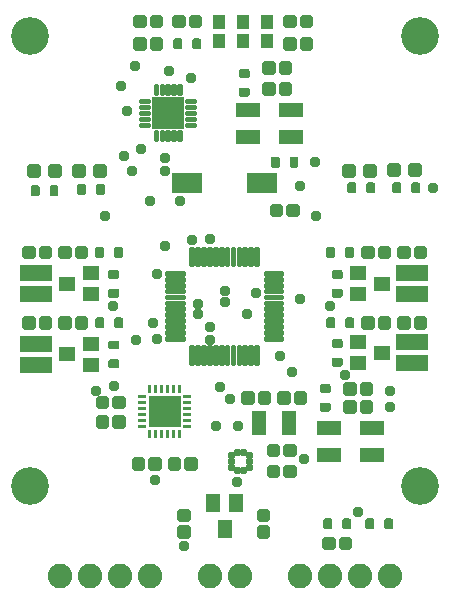
<source format=gbr>
G04 EAGLE Gerber RS-274X export*
G75*
%MOMM*%
%FSLAX34Y34*%
%LPD*%
%INSoldermask Top*%
%IPPOS*%
%AMOC8*
5,1,8,0,0,1.08239X$1,22.5*%
G01*
%ADD10C,3.203200*%
%ADD11R,2.743200X1.473200*%
%ADD12C,0.662687*%
%ADD13C,0.505344*%
%ADD14R,1.203200X1.603200*%
%ADD15C,2.082800*%
%ADD16R,1.346200X1.219200*%
%ADD17R,2.503200X1.803200*%
%ADD18C,0.343072*%
%ADD19C,0.268653*%
%ADD20R,2.803200X2.803200*%
%ADD21C,0.232344*%
%ADD22R,2.103200X1.303200*%
%ADD23R,1.203200X2.003200*%
%ADD24R,1.103200X1.253200*%
%ADD25C,0.959600*%

G36*
X153247Y152087D02*
X153247Y152087D01*
X153242Y152094D01*
X153249Y152100D01*
X153249Y178100D01*
X153213Y178147D01*
X153206Y178142D01*
X153200Y178149D01*
X126200Y178149D01*
X126153Y178113D01*
X126158Y178106D01*
X126151Y178100D01*
X126151Y152100D01*
X126187Y152053D01*
X126194Y152058D01*
X126200Y152051D01*
X153200Y152051D01*
X153247Y152087D01*
G37*
G36*
X154002Y490603D02*
X154002Y490603D01*
X154004Y490601D01*
X154364Y490629D01*
X154368Y490633D01*
X154372Y490630D01*
X154723Y490715D01*
X154726Y490720D01*
X154730Y490718D01*
X155063Y490856D01*
X155066Y490861D01*
X155070Y490859D01*
X155378Y491047D01*
X155380Y491053D01*
X155384Y491052D01*
X155658Y491287D01*
X155659Y491292D01*
X155663Y491292D01*
X155898Y491566D01*
X155899Y491572D01*
X155903Y491572D01*
X156091Y491880D01*
X156090Y491886D01*
X156095Y491887D01*
X156233Y492220D01*
X156231Y492226D01*
X156235Y492227D01*
X156320Y492578D01*
X156318Y492584D01*
X156321Y492586D01*
X156349Y492946D01*
X156347Y492949D01*
X156349Y492950D01*
X156321Y498010D01*
X156316Y498017D01*
X156320Y498022D01*
X156235Y498373D01*
X156230Y498376D01*
X156233Y498380D01*
X156095Y498713D01*
X156090Y498716D01*
X156091Y498720D01*
X155903Y499028D01*
X155897Y499030D01*
X155898Y499034D01*
X155663Y499308D01*
X155658Y499309D01*
X155658Y499313D01*
X155384Y499548D01*
X155378Y499549D01*
X155378Y499553D01*
X155070Y499741D01*
X155064Y499740D01*
X155063Y499745D01*
X154730Y499883D01*
X154724Y499881D01*
X154723Y499885D01*
X154372Y499970D01*
X154366Y499968D01*
X154364Y499971D01*
X154004Y499999D01*
X154001Y499998D01*
X154000Y499999D01*
X149400Y499999D01*
X149398Y499997D01*
X149396Y499999D01*
X149036Y499971D01*
X149032Y499967D01*
X149028Y499970D01*
X148677Y499885D01*
X148674Y499880D01*
X148670Y499883D01*
X148337Y499745D01*
X148334Y499740D01*
X148330Y499741D01*
X148022Y499553D01*
X148020Y499547D01*
X148016Y499548D01*
X147742Y499313D01*
X147741Y499308D01*
X147737Y499308D01*
X147502Y499034D01*
X147501Y499028D01*
X147497Y499028D01*
X147309Y498720D01*
X147310Y498714D01*
X147306Y498713D01*
X147168Y498380D01*
X147169Y498374D01*
X147165Y498373D01*
X147080Y498022D01*
X147083Y498016D01*
X147079Y498014D01*
X147051Y497654D01*
X147053Y497651D01*
X147051Y497650D01*
X147079Y492590D01*
X147084Y492583D01*
X147080Y492578D01*
X147165Y492227D01*
X147170Y492224D01*
X147168Y492220D01*
X147306Y491887D01*
X147311Y491884D01*
X147309Y491880D01*
X147497Y491572D01*
X147503Y491570D01*
X147502Y491566D01*
X147737Y491292D01*
X147742Y491291D01*
X147742Y491287D01*
X148016Y491052D01*
X148022Y491051D01*
X148022Y491047D01*
X148330Y490859D01*
X148336Y490860D01*
X148337Y490856D01*
X148670Y490718D01*
X148676Y490719D01*
X148677Y490715D01*
X149028Y490630D01*
X149034Y490633D01*
X149036Y490629D01*
X149396Y490601D01*
X149399Y490603D01*
X149400Y490601D01*
X154000Y490601D01*
X154002Y490603D01*
G37*
G36*
X247982Y490603D02*
X247982Y490603D01*
X247984Y490601D01*
X248344Y490629D01*
X248348Y490633D01*
X248352Y490630D01*
X248703Y490715D01*
X248706Y490720D01*
X248710Y490718D01*
X249043Y490856D01*
X249046Y490861D01*
X249050Y490859D01*
X249358Y491047D01*
X249360Y491053D01*
X249364Y491052D01*
X249638Y491287D01*
X249639Y491292D01*
X249643Y491292D01*
X249878Y491566D01*
X249879Y491572D01*
X249883Y491572D01*
X250071Y491880D01*
X250070Y491886D01*
X250075Y491887D01*
X250213Y492220D01*
X250211Y492226D01*
X250215Y492227D01*
X250300Y492578D01*
X250298Y492584D01*
X250301Y492586D01*
X250329Y492946D01*
X250327Y492949D01*
X250329Y492950D01*
X250301Y498010D01*
X250296Y498017D01*
X250300Y498022D01*
X250215Y498373D01*
X250210Y498376D01*
X250213Y498380D01*
X250075Y498713D01*
X250070Y498716D01*
X250071Y498720D01*
X249883Y499028D01*
X249877Y499030D01*
X249878Y499034D01*
X249643Y499308D01*
X249638Y499309D01*
X249638Y499313D01*
X249364Y499548D01*
X249358Y499549D01*
X249358Y499553D01*
X249050Y499741D01*
X249044Y499740D01*
X249043Y499745D01*
X248710Y499883D01*
X248704Y499881D01*
X248703Y499885D01*
X248352Y499970D01*
X248346Y499968D01*
X248344Y499971D01*
X247984Y499999D01*
X247981Y499998D01*
X247980Y499999D01*
X243380Y499999D01*
X243378Y499997D01*
X243376Y499999D01*
X243016Y499971D01*
X243012Y499967D01*
X243008Y499970D01*
X242657Y499885D01*
X242654Y499880D01*
X242650Y499883D01*
X242317Y499745D01*
X242314Y499740D01*
X242310Y499741D01*
X242002Y499553D01*
X242000Y499547D01*
X241996Y499548D01*
X241722Y499313D01*
X241721Y499308D01*
X241717Y499308D01*
X241482Y499034D01*
X241481Y499028D01*
X241477Y499028D01*
X241289Y498720D01*
X241290Y498714D01*
X241286Y498713D01*
X241148Y498380D01*
X241149Y498374D01*
X241145Y498373D01*
X241060Y498022D01*
X241063Y498016D01*
X241059Y498014D01*
X241031Y497654D01*
X241033Y497651D01*
X241031Y497650D01*
X241059Y492590D01*
X241064Y492583D01*
X241060Y492578D01*
X241145Y492227D01*
X241150Y492224D01*
X241148Y492220D01*
X241286Y491887D01*
X241291Y491884D01*
X241289Y491880D01*
X241477Y491572D01*
X241483Y491570D01*
X241482Y491566D01*
X241717Y491292D01*
X241722Y491291D01*
X241722Y491287D01*
X241996Y491052D01*
X242002Y491051D01*
X242002Y491047D01*
X242310Y490859D01*
X242316Y490860D01*
X242317Y490856D01*
X242650Y490718D01*
X242656Y490719D01*
X242657Y490715D01*
X243008Y490630D01*
X243014Y490633D01*
X243016Y490629D01*
X243376Y490601D01*
X243379Y490603D01*
X243380Y490601D01*
X247980Y490601D01*
X247982Y490603D01*
G37*
G36*
X262082Y490603D02*
X262082Y490603D01*
X262084Y490601D01*
X262444Y490629D01*
X262448Y490633D01*
X262452Y490630D01*
X262803Y490715D01*
X262806Y490720D01*
X262810Y490718D01*
X263143Y490856D01*
X263146Y490861D01*
X263150Y490859D01*
X263458Y491047D01*
X263460Y491053D01*
X263464Y491052D01*
X263738Y491287D01*
X263739Y491292D01*
X263743Y491292D01*
X263978Y491566D01*
X263979Y491572D01*
X263983Y491572D01*
X264171Y491880D01*
X264170Y491886D01*
X264175Y491887D01*
X264313Y492220D01*
X264311Y492226D01*
X264315Y492227D01*
X264400Y492578D01*
X264398Y492584D01*
X264401Y492586D01*
X264429Y492946D01*
X264427Y492949D01*
X264429Y492950D01*
X264401Y498010D01*
X264396Y498017D01*
X264400Y498022D01*
X264315Y498373D01*
X264310Y498376D01*
X264313Y498380D01*
X264175Y498713D01*
X264170Y498716D01*
X264171Y498720D01*
X263983Y499028D01*
X263977Y499030D01*
X263978Y499034D01*
X263743Y499308D01*
X263738Y499309D01*
X263738Y499313D01*
X263464Y499548D01*
X263458Y499549D01*
X263458Y499553D01*
X263150Y499741D01*
X263144Y499740D01*
X263143Y499745D01*
X262810Y499883D01*
X262804Y499881D01*
X262803Y499885D01*
X262452Y499970D01*
X262446Y499968D01*
X262444Y499971D01*
X262084Y499999D01*
X262081Y499998D01*
X262080Y499999D01*
X257480Y499999D01*
X257478Y499997D01*
X257476Y499999D01*
X257116Y499971D01*
X257112Y499967D01*
X257108Y499970D01*
X256757Y499885D01*
X256754Y499880D01*
X256750Y499883D01*
X256417Y499745D01*
X256414Y499740D01*
X256410Y499741D01*
X256102Y499553D01*
X256100Y499547D01*
X256096Y499548D01*
X255822Y499313D01*
X255821Y499308D01*
X255817Y499308D01*
X255582Y499034D01*
X255581Y499028D01*
X255577Y499028D01*
X255389Y498720D01*
X255390Y498714D01*
X255386Y498713D01*
X255248Y498380D01*
X255249Y498374D01*
X255245Y498373D01*
X255160Y498022D01*
X255163Y498016D01*
X255159Y498014D01*
X255131Y497654D01*
X255133Y497651D01*
X255131Y497650D01*
X255159Y492590D01*
X255164Y492583D01*
X255160Y492578D01*
X255245Y492227D01*
X255250Y492224D01*
X255248Y492220D01*
X255386Y491887D01*
X255391Y491884D01*
X255389Y491880D01*
X255577Y491572D01*
X255583Y491570D01*
X255582Y491566D01*
X255817Y491292D01*
X255822Y491291D01*
X255822Y491287D01*
X256096Y491052D01*
X256102Y491051D01*
X256102Y491047D01*
X256410Y490859D01*
X256416Y490860D01*
X256417Y490856D01*
X256750Y490718D01*
X256756Y490719D01*
X256757Y490715D01*
X257108Y490630D01*
X257114Y490633D01*
X257116Y490629D01*
X257476Y490601D01*
X257479Y490603D01*
X257480Y490601D01*
X262080Y490601D01*
X262082Y490603D01*
G37*
G36*
X135082Y490603D02*
X135082Y490603D01*
X135084Y490601D01*
X135444Y490629D01*
X135448Y490633D01*
X135452Y490630D01*
X135803Y490715D01*
X135806Y490720D01*
X135810Y490718D01*
X136143Y490856D01*
X136146Y490861D01*
X136150Y490859D01*
X136458Y491047D01*
X136460Y491053D01*
X136464Y491052D01*
X136738Y491287D01*
X136739Y491292D01*
X136743Y491292D01*
X136978Y491566D01*
X136979Y491572D01*
X136983Y491572D01*
X137171Y491880D01*
X137170Y491886D01*
X137175Y491887D01*
X137313Y492220D01*
X137311Y492226D01*
X137315Y492227D01*
X137400Y492578D01*
X137398Y492584D01*
X137401Y492586D01*
X137429Y492946D01*
X137427Y492949D01*
X137429Y492950D01*
X137401Y498010D01*
X137396Y498017D01*
X137400Y498022D01*
X137315Y498373D01*
X137310Y498376D01*
X137313Y498380D01*
X137175Y498713D01*
X137170Y498716D01*
X137171Y498720D01*
X136983Y499028D01*
X136977Y499030D01*
X136978Y499034D01*
X136743Y499308D01*
X136738Y499309D01*
X136738Y499313D01*
X136464Y499548D01*
X136458Y499549D01*
X136458Y499553D01*
X136150Y499741D01*
X136144Y499740D01*
X136143Y499745D01*
X135810Y499883D01*
X135804Y499881D01*
X135803Y499885D01*
X135452Y499970D01*
X135446Y499968D01*
X135444Y499971D01*
X135084Y499999D01*
X135081Y499998D01*
X135080Y499999D01*
X130480Y499999D01*
X130478Y499997D01*
X130476Y499999D01*
X130116Y499971D01*
X130112Y499967D01*
X130108Y499970D01*
X129757Y499885D01*
X129754Y499880D01*
X129750Y499883D01*
X129417Y499745D01*
X129414Y499740D01*
X129410Y499741D01*
X129102Y499553D01*
X129100Y499547D01*
X129096Y499548D01*
X128822Y499313D01*
X128821Y499308D01*
X128817Y499308D01*
X128582Y499034D01*
X128581Y499028D01*
X128577Y499028D01*
X128389Y498720D01*
X128390Y498714D01*
X128386Y498713D01*
X128248Y498380D01*
X128249Y498374D01*
X128245Y498373D01*
X128160Y498022D01*
X128163Y498016D01*
X128159Y498014D01*
X128131Y497654D01*
X128133Y497651D01*
X128131Y497650D01*
X128159Y492590D01*
X128164Y492583D01*
X128160Y492578D01*
X128245Y492227D01*
X128250Y492224D01*
X128248Y492220D01*
X128386Y491887D01*
X128391Y491884D01*
X128389Y491880D01*
X128577Y491572D01*
X128583Y491570D01*
X128582Y491566D01*
X128817Y491292D01*
X128822Y491291D01*
X128822Y491287D01*
X129096Y491052D01*
X129102Y491051D01*
X129102Y491047D01*
X129410Y490859D01*
X129416Y490860D01*
X129417Y490856D01*
X129750Y490718D01*
X129756Y490719D01*
X129757Y490715D01*
X130108Y490630D01*
X130114Y490633D01*
X130116Y490629D01*
X130476Y490601D01*
X130479Y490603D01*
X130480Y490601D01*
X135080Y490601D01*
X135082Y490603D01*
G37*
G36*
X168102Y490603D02*
X168102Y490603D01*
X168104Y490601D01*
X168464Y490629D01*
X168468Y490633D01*
X168472Y490630D01*
X168823Y490715D01*
X168826Y490720D01*
X168830Y490718D01*
X169163Y490856D01*
X169166Y490861D01*
X169170Y490859D01*
X169478Y491047D01*
X169480Y491053D01*
X169484Y491052D01*
X169758Y491287D01*
X169759Y491292D01*
X169763Y491292D01*
X169998Y491566D01*
X169999Y491572D01*
X170003Y491572D01*
X170191Y491880D01*
X170190Y491886D01*
X170195Y491887D01*
X170333Y492220D01*
X170331Y492226D01*
X170335Y492227D01*
X170420Y492578D01*
X170418Y492584D01*
X170421Y492586D01*
X170449Y492946D01*
X170447Y492949D01*
X170449Y492950D01*
X170421Y498010D01*
X170416Y498017D01*
X170420Y498022D01*
X170335Y498373D01*
X170330Y498376D01*
X170333Y498380D01*
X170195Y498713D01*
X170190Y498716D01*
X170191Y498720D01*
X170003Y499028D01*
X169997Y499030D01*
X169998Y499034D01*
X169763Y499308D01*
X169758Y499309D01*
X169758Y499313D01*
X169484Y499548D01*
X169478Y499549D01*
X169478Y499553D01*
X169170Y499741D01*
X169164Y499740D01*
X169163Y499745D01*
X168830Y499883D01*
X168824Y499881D01*
X168823Y499885D01*
X168472Y499970D01*
X168466Y499968D01*
X168464Y499971D01*
X168104Y499999D01*
X168101Y499998D01*
X168100Y499999D01*
X163500Y499999D01*
X163498Y499997D01*
X163496Y499999D01*
X163136Y499971D01*
X163132Y499967D01*
X163128Y499970D01*
X162777Y499885D01*
X162774Y499880D01*
X162770Y499883D01*
X162437Y499745D01*
X162434Y499740D01*
X162430Y499741D01*
X162122Y499553D01*
X162120Y499547D01*
X162116Y499548D01*
X161842Y499313D01*
X161841Y499308D01*
X161837Y499308D01*
X161602Y499034D01*
X161601Y499028D01*
X161597Y499028D01*
X161409Y498720D01*
X161410Y498714D01*
X161406Y498713D01*
X161268Y498380D01*
X161269Y498374D01*
X161265Y498373D01*
X161180Y498022D01*
X161183Y498016D01*
X161179Y498014D01*
X161151Y497654D01*
X161153Y497651D01*
X161151Y497650D01*
X161179Y492590D01*
X161184Y492583D01*
X161180Y492578D01*
X161265Y492227D01*
X161270Y492224D01*
X161268Y492220D01*
X161406Y491887D01*
X161411Y491884D01*
X161409Y491880D01*
X161597Y491572D01*
X161603Y491570D01*
X161602Y491566D01*
X161837Y491292D01*
X161842Y491291D01*
X161842Y491287D01*
X162116Y491052D01*
X162122Y491051D01*
X162122Y491047D01*
X162430Y490859D01*
X162436Y490860D01*
X162437Y490856D01*
X162770Y490718D01*
X162776Y490719D01*
X162777Y490715D01*
X163128Y490630D01*
X163134Y490633D01*
X163136Y490629D01*
X163496Y490601D01*
X163499Y490603D01*
X163500Y490601D01*
X168100Y490601D01*
X168102Y490603D01*
G37*
G36*
X120982Y490603D02*
X120982Y490603D01*
X120984Y490601D01*
X121344Y490629D01*
X121348Y490633D01*
X121352Y490630D01*
X121703Y490715D01*
X121706Y490720D01*
X121710Y490718D01*
X122043Y490856D01*
X122046Y490861D01*
X122050Y490859D01*
X122358Y491047D01*
X122360Y491053D01*
X122364Y491052D01*
X122638Y491287D01*
X122639Y491292D01*
X122643Y491292D01*
X122878Y491566D01*
X122879Y491572D01*
X122883Y491572D01*
X123071Y491880D01*
X123070Y491886D01*
X123075Y491887D01*
X123213Y492220D01*
X123211Y492226D01*
X123215Y492227D01*
X123300Y492578D01*
X123298Y492584D01*
X123301Y492586D01*
X123329Y492946D01*
X123327Y492949D01*
X123329Y492950D01*
X123301Y498010D01*
X123296Y498017D01*
X123300Y498022D01*
X123215Y498373D01*
X123210Y498376D01*
X123213Y498380D01*
X123075Y498713D01*
X123070Y498716D01*
X123071Y498720D01*
X122883Y499028D01*
X122877Y499030D01*
X122878Y499034D01*
X122643Y499308D01*
X122638Y499309D01*
X122638Y499313D01*
X122364Y499548D01*
X122358Y499549D01*
X122358Y499553D01*
X122050Y499741D01*
X122044Y499740D01*
X122043Y499745D01*
X121710Y499883D01*
X121704Y499881D01*
X121703Y499885D01*
X121352Y499970D01*
X121346Y499968D01*
X121344Y499971D01*
X120984Y499999D01*
X120981Y499998D01*
X120980Y499999D01*
X116380Y499999D01*
X116378Y499997D01*
X116376Y499999D01*
X116016Y499971D01*
X116012Y499967D01*
X116008Y499970D01*
X115657Y499885D01*
X115654Y499880D01*
X115650Y499883D01*
X115317Y499745D01*
X115314Y499740D01*
X115310Y499741D01*
X115002Y499553D01*
X115000Y499547D01*
X114996Y499548D01*
X114722Y499313D01*
X114721Y499308D01*
X114717Y499308D01*
X114482Y499034D01*
X114481Y499028D01*
X114477Y499028D01*
X114289Y498720D01*
X114290Y498714D01*
X114286Y498713D01*
X114148Y498380D01*
X114149Y498374D01*
X114145Y498373D01*
X114060Y498022D01*
X114063Y498016D01*
X114059Y498014D01*
X114031Y497654D01*
X114033Y497651D01*
X114031Y497650D01*
X114059Y492590D01*
X114064Y492583D01*
X114060Y492578D01*
X114145Y492227D01*
X114150Y492224D01*
X114148Y492220D01*
X114286Y491887D01*
X114291Y491884D01*
X114289Y491880D01*
X114477Y491572D01*
X114483Y491570D01*
X114482Y491566D01*
X114717Y491292D01*
X114722Y491291D01*
X114722Y491287D01*
X114996Y491052D01*
X115002Y491051D01*
X115002Y491047D01*
X115310Y490859D01*
X115316Y490860D01*
X115317Y490856D01*
X115650Y490718D01*
X115656Y490719D01*
X115657Y490715D01*
X116008Y490630D01*
X116014Y490633D01*
X116016Y490629D01*
X116376Y490601D01*
X116379Y490603D01*
X116380Y490601D01*
X120980Y490601D01*
X120982Y490603D01*
G37*
G36*
X164292Y115953D02*
X164292Y115953D01*
X164294Y115951D01*
X164654Y115979D01*
X164658Y115983D01*
X164662Y115980D01*
X165013Y116065D01*
X165016Y116070D01*
X165020Y116068D01*
X165353Y116206D01*
X165356Y116211D01*
X165360Y116209D01*
X165668Y116397D01*
X165670Y116403D01*
X165674Y116402D01*
X165948Y116637D01*
X165949Y116642D01*
X165953Y116642D01*
X166188Y116916D01*
X166189Y116922D01*
X166193Y116922D01*
X166381Y117230D01*
X166380Y117236D01*
X166385Y117237D01*
X166523Y117570D01*
X166521Y117576D01*
X166525Y117577D01*
X166610Y117928D01*
X166608Y117934D01*
X166611Y117936D01*
X166639Y118296D01*
X166637Y118299D01*
X166639Y118300D01*
X166611Y123360D01*
X166606Y123367D01*
X166610Y123372D01*
X166525Y123723D01*
X166520Y123726D01*
X166523Y123730D01*
X166385Y124063D01*
X166380Y124066D01*
X166381Y124070D01*
X166193Y124378D01*
X166187Y124380D01*
X166188Y124384D01*
X165953Y124658D01*
X165948Y124659D01*
X165948Y124663D01*
X165674Y124898D01*
X165668Y124899D01*
X165668Y124903D01*
X165360Y125091D01*
X165354Y125090D01*
X165353Y125095D01*
X165020Y125233D01*
X165014Y125231D01*
X165013Y125235D01*
X164662Y125320D01*
X164656Y125318D01*
X164654Y125321D01*
X164294Y125349D01*
X164291Y125348D01*
X164290Y125349D01*
X159690Y125349D01*
X159688Y125347D01*
X159686Y125349D01*
X159326Y125321D01*
X159322Y125317D01*
X159318Y125320D01*
X158967Y125235D01*
X158964Y125230D01*
X158960Y125233D01*
X158627Y125095D01*
X158624Y125090D01*
X158620Y125091D01*
X158312Y124903D01*
X158310Y124897D01*
X158306Y124898D01*
X158032Y124663D01*
X158031Y124658D01*
X158027Y124658D01*
X157792Y124384D01*
X157791Y124378D01*
X157787Y124378D01*
X157599Y124070D01*
X157600Y124064D01*
X157596Y124063D01*
X157458Y123730D01*
X157459Y123724D01*
X157455Y123723D01*
X157370Y123372D01*
X157373Y123366D01*
X157369Y123364D01*
X157341Y123004D01*
X157343Y123001D01*
X157341Y123000D01*
X157369Y117940D01*
X157374Y117933D01*
X157370Y117928D01*
X157455Y117577D01*
X157460Y117574D01*
X157458Y117570D01*
X157596Y117237D01*
X157601Y117234D01*
X157599Y117230D01*
X157787Y116922D01*
X157793Y116920D01*
X157792Y116916D01*
X158027Y116642D01*
X158032Y116641D01*
X158032Y116637D01*
X158306Y116402D01*
X158312Y116401D01*
X158312Y116397D01*
X158620Y116209D01*
X158626Y116210D01*
X158627Y116206D01*
X158960Y116068D01*
X158966Y116069D01*
X158967Y116065D01*
X159318Y115980D01*
X159324Y115983D01*
X159326Y115979D01*
X159686Y115951D01*
X159689Y115953D01*
X159690Y115951D01*
X164290Y115951D01*
X164292Y115953D01*
G37*
G36*
X135082Y471553D02*
X135082Y471553D01*
X135084Y471551D01*
X135444Y471579D01*
X135448Y471583D01*
X135452Y471580D01*
X135803Y471665D01*
X135806Y471670D01*
X135810Y471668D01*
X136143Y471806D01*
X136146Y471811D01*
X136150Y471809D01*
X136458Y471997D01*
X136460Y472003D01*
X136464Y472002D01*
X136738Y472237D01*
X136739Y472242D01*
X136743Y472242D01*
X136978Y472516D01*
X136979Y472522D01*
X136983Y472522D01*
X137171Y472830D01*
X137170Y472836D01*
X137175Y472837D01*
X137313Y473170D01*
X137311Y473176D01*
X137315Y473177D01*
X137400Y473528D01*
X137398Y473534D01*
X137401Y473536D01*
X137429Y473896D01*
X137427Y473899D01*
X137429Y473900D01*
X137401Y478960D01*
X137396Y478967D01*
X137400Y478972D01*
X137315Y479323D01*
X137310Y479326D01*
X137313Y479330D01*
X137175Y479663D01*
X137170Y479666D01*
X137171Y479670D01*
X136983Y479978D01*
X136977Y479980D01*
X136978Y479984D01*
X136743Y480258D01*
X136738Y480259D01*
X136738Y480263D01*
X136464Y480498D01*
X136458Y480499D01*
X136458Y480503D01*
X136150Y480691D01*
X136144Y480690D01*
X136143Y480695D01*
X135810Y480833D01*
X135804Y480831D01*
X135803Y480835D01*
X135452Y480920D01*
X135446Y480918D01*
X135444Y480921D01*
X135084Y480949D01*
X135081Y480948D01*
X135080Y480949D01*
X130480Y480949D01*
X130478Y480947D01*
X130476Y480949D01*
X130116Y480921D01*
X130112Y480917D01*
X130108Y480920D01*
X129757Y480835D01*
X129754Y480830D01*
X129750Y480833D01*
X129417Y480695D01*
X129414Y480690D01*
X129410Y480691D01*
X129102Y480503D01*
X129100Y480497D01*
X129096Y480498D01*
X128822Y480263D01*
X128821Y480258D01*
X128817Y480258D01*
X128582Y479984D01*
X128581Y479978D01*
X128577Y479978D01*
X128389Y479670D01*
X128390Y479664D01*
X128386Y479663D01*
X128248Y479330D01*
X128249Y479324D01*
X128245Y479323D01*
X128160Y478972D01*
X128163Y478966D01*
X128159Y478964D01*
X128131Y478604D01*
X128133Y478601D01*
X128131Y478600D01*
X128159Y473540D01*
X128164Y473533D01*
X128160Y473528D01*
X128245Y473177D01*
X128250Y473174D01*
X128248Y473170D01*
X128386Y472837D01*
X128391Y472834D01*
X128389Y472830D01*
X128577Y472522D01*
X128583Y472520D01*
X128582Y472516D01*
X128817Y472242D01*
X128822Y472241D01*
X128822Y472237D01*
X129096Y472002D01*
X129102Y472001D01*
X129102Y471997D01*
X129410Y471809D01*
X129416Y471810D01*
X129417Y471806D01*
X129750Y471668D01*
X129756Y471669D01*
X129757Y471665D01*
X130108Y471580D01*
X130114Y471583D01*
X130116Y471579D01*
X130476Y471551D01*
X130479Y471553D01*
X130480Y471551D01*
X135080Y471551D01*
X135082Y471553D01*
G37*
G36*
X247982Y471553D02*
X247982Y471553D01*
X247984Y471551D01*
X248344Y471579D01*
X248348Y471583D01*
X248352Y471580D01*
X248703Y471665D01*
X248706Y471670D01*
X248710Y471668D01*
X249043Y471806D01*
X249046Y471811D01*
X249050Y471809D01*
X249358Y471997D01*
X249360Y472003D01*
X249364Y472002D01*
X249638Y472237D01*
X249639Y472242D01*
X249643Y472242D01*
X249878Y472516D01*
X249879Y472522D01*
X249883Y472522D01*
X250071Y472830D01*
X250070Y472836D01*
X250075Y472837D01*
X250213Y473170D01*
X250211Y473176D01*
X250215Y473177D01*
X250300Y473528D01*
X250298Y473534D01*
X250301Y473536D01*
X250329Y473896D01*
X250327Y473899D01*
X250329Y473900D01*
X250301Y478960D01*
X250296Y478967D01*
X250300Y478972D01*
X250215Y479323D01*
X250210Y479326D01*
X250213Y479330D01*
X250075Y479663D01*
X250070Y479666D01*
X250071Y479670D01*
X249883Y479978D01*
X249877Y479980D01*
X249878Y479984D01*
X249643Y480258D01*
X249638Y480259D01*
X249638Y480263D01*
X249364Y480498D01*
X249358Y480499D01*
X249358Y480503D01*
X249050Y480691D01*
X249044Y480690D01*
X249043Y480695D01*
X248710Y480833D01*
X248704Y480831D01*
X248703Y480835D01*
X248352Y480920D01*
X248346Y480918D01*
X248344Y480921D01*
X247984Y480949D01*
X247981Y480948D01*
X247980Y480949D01*
X243380Y480949D01*
X243378Y480947D01*
X243376Y480949D01*
X243016Y480921D01*
X243012Y480917D01*
X243008Y480920D01*
X242657Y480835D01*
X242654Y480830D01*
X242650Y480833D01*
X242317Y480695D01*
X242314Y480690D01*
X242310Y480691D01*
X242002Y480503D01*
X242000Y480497D01*
X241996Y480498D01*
X241722Y480263D01*
X241721Y480258D01*
X241717Y480258D01*
X241482Y479984D01*
X241481Y479978D01*
X241477Y479978D01*
X241289Y479670D01*
X241290Y479664D01*
X241286Y479663D01*
X241148Y479330D01*
X241149Y479324D01*
X241145Y479323D01*
X241060Y478972D01*
X241063Y478966D01*
X241059Y478964D01*
X241031Y478604D01*
X241033Y478601D01*
X241031Y478600D01*
X241059Y473540D01*
X241064Y473533D01*
X241060Y473528D01*
X241145Y473177D01*
X241150Y473174D01*
X241148Y473170D01*
X241286Y472837D01*
X241291Y472834D01*
X241289Y472830D01*
X241477Y472522D01*
X241483Y472520D01*
X241482Y472516D01*
X241717Y472242D01*
X241722Y472241D01*
X241722Y472237D01*
X241996Y472002D01*
X242002Y472001D01*
X242002Y471997D01*
X242310Y471809D01*
X242316Y471810D01*
X242317Y471806D01*
X242650Y471668D01*
X242656Y471669D01*
X242657Y471665D01*
X243008Y471580D01*
X243014Y471583D01*
X243016Y471579D01*
X243376Y471551D01*
X243379Y471553D01*
X243380Y471551D01*
X247980Y471551D01*
X247982Y471553D01*
G37*
G36*
X262082Y471553D02*
X262082Y471553D01*
X262084Y471551D01*
X262444Y471579D01*
X262448Y471583D01*
X262452Y471580D01*
X262803Y471665D01*
X262806Y471670D01*
X262810Y471668D01*
X263143Y471806D01*
X263146Y471811D01*
X263150Y471809D01*
X263458Y471997D01*
X263460Y472003D01*
X263464Y472002D01*
X263738Y472237D01*
X263739Y472242D01*
X263743Y472242D01*
X263978Y472516D01*
X263979Y472522D01*
X263983Y472522D01*
X264171Y472830D01*
X264170Y472836D01*
X264175Y472837D01*
X264313Y473170D01*
X264311Y473176D01*
X264315Y473177D01*
X264400Y473528D01*
X264398Y473534D01*
X264401Y473536D01*
X264429Y473896D01*
X264427Y473899D01*
X264429Y473900D01*
X264401Y478960D01*
X264396Y478967D01*
X264400Y478972D01*
X264315Y479323D01*
X264310Y479326D01*
X264313Y479330D01*
X264175Y479663D01*
X264170Y479666D01*
X264171Y479670D01*
X263983Y479978D01*
X263977Y479980D01*
X263978Y479984D01*
X263743Y480258D01*
X263738Y480259D01*
X263738Y480263D01*
X263464Y480498D01*
X263458Y480499D01*
X263458Y480503D01*
X263150Y480691D01*
X263144Y480690D01*
X263143Y480695D01*
X262810Y480833D01*
X262804Y480831D01*
X262803Y480835D01*
X262452Y480920D01*
X262446Y480918D01*
X262444Y480921D01*
X262084Y480949D01*
X262081Y480948D01*
X262080Y480949D01*
X257480Y480949D01*
X257478Y480947D01*
X257476Y480949D01*
X257116Y480921D01*
X257112Y480917D01*
X257108Y480920D01*
X256757Y480835D01*
X256754Y480830D01*
X256750Y480833D01*
X256417Y480695D01*
X256414Y480690D01*
X256410Y480691D01*
X256102Y480503D01*
X256100Y480497D01*
X256096Y480498D01*
X255822Y480263D01*
X255821Y480258D01*
X255817Y480258D01*
X255582Y479984D01*
X255581Y479978D01*
X255577Y479978D01*
X255389Y479670D01*
X255390Y479664D01*
X255386Y479663D01*
X255248Y479330D01*
X255249Y479324D01*
X255245Y479323D01*
X255160Y478972D01*
X255163Y478966D01*
X255159Y478964D01*
X255131Y478604D01*
X255133Y478601D01*
X255131Y478600D01*
X255159Y473540D01*
X255164Y473533D01*
X255160Y473528D01*
X255245Y473177D01*
X255250Y473174D01*
X255248Y473170D01*
X255386Y472837D01*
X255391Y472834D01*
X255389Y472830D01*
X255577Y472522D01*
X255583Y472520D01*
X255582Y472516D01*
X255817Y472242D01*
X255822Y472241D01*
X255822Y472237D01*
X256096Y472002D01*
X256102Y472001D01*
X256102Y471997D01*
X256410Y471809D01*
X256416Y471810D01*
X256417Y471806D01*
X256750Y471668D01*
X256756Y471669D01*
X256757Y471665D01*
X257108Y471580D01*
X257114Y471583D01*
X257116Y471579D01*
X257476Y471551D01*
X257479Y471553D01*
X257480Y471551D01*
X262080Y471551D01*
X262082Y471553D01*
G37*
G36*
X312882Y179453D02*
X312882Y179453D01*
X312884Y179451D01*
X313244Y179479D01*
X313248Y179483D01*
X313252Y179480D01*
X313603Y179565D01*
X313606Y179570D01*
X313610Y179568D01*
X313943Y179706D01*
X313946Y179711D01*
X313950Y179709D01*
X314258Y179897D01*
X314260Y179903D01*
X314264Y179902D01*
X314538Y180137D01*
X314539Y180142D01*
X314543Y180142D01*
X314778Y180416D01*
X314779Y180422D01*
X314783Y180422D01*
X314971Y180730D01*
X314970Y180736D01*
X314975Y180737D01*
X315113Y181070D01*
X315111Y181076D01*
X315115Y181077D01*
X315200Y181428D01*
X315198Y181434D01*
X315201Y181436D01*
X315229Y181796D01*
X315227Y181799D01*
X315229Y181800D01*
X315201Y186860D01*
X315196Y186867D01*
X315200Y186872D01*
X315115Y187223D01*
X315110Y187226D01*
X315113Y187230D01*
X314975Y187563D01*
X314970Y187566D01*
X314971Y187570D01*
X314783Y187878D01*
X314777Y187880D01*
X314778Y187884D01*
X314543Y188158D01*
X314538Y188159D01*
X314538Y188163D01*
X314264Y188398D01*
X314258Y188399D01*
X314258Y188403D01*
X313950Y188591D01*
X313944Y188590D01*
X313943Y188595D01*
X313610Y188733D01*
X313604Y188731D01*
X313603Y188735D01*
X313252Y188820D01*
X313246Y188818D01*
X313244Y188821D01*
X312884Y188849D01*
X312881Y188848D01*
X312880Y188849D01*
X308280Y188849D01*
X308278Y188847D01*
X308276Y188849D01*
X307916Y188821D01*
X307912Y188817D01*
X307908Y188820D01*
X307557Y188735D01*
X307554Y188730D01*
X307550Y188733D01*
X307217Y188595D01*
X307214Y188590D01*
X307210Y188591D01*
X306902Y188403D01*
X306900Y188397D01*
X306896Y188398D01*
X306622Y188163D01*
X306621Y188158D01*
X306617Y188158D01*
X306382Y187884D01*
X306381Y187878D01*
X306377Y187878D01*
X306189Y187570D01*
X306190Y187564D01*
X306186Y187563D01*
X306048Y187230D01*
X306049Y187224D01*
X306045Y187223D01*
X305960Y186872D01*
X305963Y186866D01*
X305959Y186864D01*
X305931Y186504D01*
X305933Y186501D01*
X305931Y186500D01*
X305959Y181440D01*
X305964Y181433D01*
X305960Y181428D01*
X306045Y181077D01*
X306050Y181074D01*
X306048Y181070D01*
X306186Y180737D01*
X306191Y180734D01*
X306189Y180730D01*
X306377Y180422D01*
X306383Y180420D01*
X306382Y180416D01*
X306617Y180142D01*
X306622Y180141D01*
X306622Y180137D01*
X306896Y179902D01*
X306902Y179901D01*
X306902Y179897D01*
X307210Y179709D01*
X307216Y179710D01*
X307217Y179706D01*
X307550Y179568D01*
X307556Y179569D01*
X307557Y179565D01*
X307908Y179480D01*
X307914Y179483D01*
X307916Y179479D01*
X308276Y179451D01*
X308279Y179453D01*
X308280Y179451D01*
X312880Y179451D01*
X312882Y179453D01*
G37*
G36*
X120982Y471553D02*
X120982Y471553D01*
X120984Y471551D01*
X121344Y471579D01*
X121348Y471583D01*
X121352Y471580D01*
X121703Y471665D01*
X121706Y471670D01*
X121710Y471668D01*
X122043Y471806D01*
X122046Y471811D01*
X122050Y471809D01*
X122358Y471997D01*
X122360Y472003D01*
X122364Y472002D01*
X122638Y472237D01*
X122639Y472242D01*
X122643Y472242D01*
X122878Y472516D01*
X122879Y472522D01*
X122883Y472522D01*
X123071Y472830D01*
X123070Y472836D01*
X123075Y472837D01*
X123213Y473170D01*
X123211Y473176D01*
X123215Y473177D01*
X123300Y473528D01*
X123298Y473534D01*
X123301Y473536D01*
X123329Y473896D01*
X123327Y473899D01*
X123329Y473900D01*
X123301Y478960D01*
X123296Y478967D01*
X123300Y478972D01*
X123215Y479323D01*
X123210Y479326D01*
X123213Y479330D01*
X123075Y479663D01*
X123070Y479666D01*
X123071Y479670D01*
X122883Y479978D01*
X122877Y479980D01*
X122878Y479984D01*
X122643Y480258D01*
X122638Y480259D01*
X122638Y480263D01*
X122364Y480498D01*
X122358Y480499D01*
X122358Y480503D01*
X122050Y480691D01*
X122044Y480690D01*
X122043Y480695D01*
X121710Y480833D01*
X121704Y480831D01*
X121703Y480835D01*
X121352Y480920D01*
X121346Y480918D01*
X121344Y480921D01*
X120984Y480949D01*
X120981Y480948D01*
X120980Y480949D01*
X116380Y480949D01*
X116378Y480947D01*
X116376Y480949D01*
X116016Y480921D01*
X116012Y480917D01*
X116008Y480920D01*
X115657Y480835D01*
X115654Y480830D01*
X115650Y480833D01*
X115317Y480695D01*
X115314Y480690D01*
X115310Y480691D01*
X115002Y480503D01*
X115000Y480497D01*
X114996Y480498D01*
X114722Y480263D01*
X114721Y480258D01*
X114717Y480258D01*
X114482Y479984D01*
X114481Y479978D01*
X114477Y479978D01*
X114289Y479670D01*
X114290Y479664D01*
X114286Y479663D01*
X114148Y479330D01*
X114149Y479324D01*
X114145Y479323D01*
X114060Y478972D01*
X114063Y478966D01*
X114059Y478964D01*
X114031Y478604D01*
X114033Y478601D01*
X114031Y478600D01*
X114059Y473540D01*
X114064Y473533D01*
X114060Y473528D01*
X114145Y473177D01*
X114150Y473174D01*
X114148Y473170D01*
X114286Y472837D01*
X114291Y472834D01*
X114289Y472830D01*
X114477Y472522D01*
X114483Y472520D01*
X114482Y472516D01*
X114717Y472242D01*
X114722Y472241D01*
X114722Y472237D01*
X114996Y472002D01*
X115002Y472001D01*
X115002Y471997D01*
X115310Y471809D01*
X115316Y471810D01*
X115317Y471806D01*
X115650Y471668D01*
X115656Y471669D01*
X115657Y471665D01*
X116008Y471580D01*
X116014Y471583D01*
X116016Y471579D01*
X116376Y471551D01*
X116379Y471553D01*
X116380Y471551D01*
X120980Y471551D01*
X120982Y471553D01*
G37*
G36*
X230202Y451233D02*
X230202Y451233D01*
X230204Y451231D01*
X230564Y451259D01*
X230568Y451263D01*
X230572Y451260D01*
X230923Y451345D01*
X230926Y451350D01*
X230930Y451348D01*
X231263Y451486D01*
X231266Y451491D01*
X231270Y451489D01*
X231578Y451677D01*
X231580Y451683D01*
X231584Y451682D01*
X231858Y451917D01*
X231859Y451922D01*
X231863Y451922D01*
X232098Y452196D01*
X232099Y452202D01*
X232103Y452202D01*
X232291Y452510D01*
X232290Y452516D01*
X232295Y452517D01*
X232433Y452850D01*
X232431Y452856D01*
X232435Y452857D01*
X232520Y453208D01*
X232518Y453214D01*
X232521Y453216D01*
X232549Y453576D01*
X232547Y453579D01*
X232549Y453580D01*
X232521Y458640D01*
X232516Y458647D01*
X232520Y458652D01*
X232435Y459003D01*
X232430Y459006D01*
X232433Y459010D01*
X232295Y459343D01*
X232290Y459346D01*
X232291Y459350D01*
X232103Y459658D01*
X232097Y459660D01*
X232098Y459664D01*
X231863Y459938D01*
X231858Y459939D01*
X231858Y459943D01*
X231584Y460178D01*
X231578Y460179D01*
X231578Y460183D01*
X231270Y460371D01*
X231264Y460370D01*
X231263Y460375D01*
X230930Y460513D01*
X230924Y460511D01*
X230923Y460515D01*
X230572Y460600D01*
X230566Y460598D01*
X230564Y460601D01*
X230204Y460629D01*
X230201Y460628D01*
X230200Y460629D01*
X225600Y460629D01*
X225598Y460627D01*
X225596Y460629D01*
X225236Y460601D01*
X225232Y460597D01*
X225228Y460600D01*
X224877Y460515D01*
X224874Y460510D01*
X224870Y460513D01*
X224537Y460375D01*
X224534Y460370D01*
X224530Y460371D01*
X224222Y460183D01*
X224220Y460177D01*
X224216Y460178D01*
X223942Y459943D01*
X223941Y459938D01*
X223937Y459938D01*
X223702Y459664D01*
X223701Y459658D01*
X223697Y459658D01*
X223509Y459350D01*
X223510Y459344D01*
X223506Y459343D01*
X223368Y459010D01*
X223369Y459004D01*
X223365Y459003D01*
X223280Y458652D01*
X223283Y458646D01*
X223279Y458644D01*
X223251Y458284D01*
X223253Y458281D01*
X223251Y458280D01*
X223279Y453220D01*
X223284Y453213D01*
X223280Y453208D01*
X223365Y452857D01*
X223370Y452854D01*
X223368Y452850D01*
X223506Y452517D01*
X223511Y452514D01*
X223509Y452510D01*
X223697Y452202D01*
X223703Y452200D01*
X223702Y452196D01*
X223937Y451922D01*
X223942Y451921D01*
X223942Y451917D01*
X224216Y451682D01*
X224222Y451681D01*
X224222Y451677D01*
X224530Y451489D01*
X224536Y451490D01*
X224537Y451486D01*
X224870Y451348D01*
X224876Y451349D01*
X224877Y451345D01*
X225228Y451260D01*
X225234Y451263D01*
X225236Y451259D01*
X225596Y451231D01*
X225599Y451233D01*
X225600Y451231D01*
X230200Y451231D01*
X230202Y451233D01*
G37*
G36*
X244302Y451233D02*
X244302Y451233D01*
X244304Y451231D01*
X244664Y451259D01*
X244668Y451263D01*
X244672Y451260D01*
X245023Y451345D01*
X245026Y451350D01*
X245030Y451348D01*
X245363Y451486D01*
X245366Y451491D01*
X245370Y451489D01*
X245678Y451677D01*
X245680Y451683D01*
X245684Y451682D01*
X245958Y451917D01*
X245959Y451922D01*
X245963Y451922D01*
X246198Y452196D01*
X246199Y452202D01*
X246203Y452202D01*
X246391Y452510D01*
X246390Y452516D01*
X246395Y452517D01*
X246533Y452850D01*
X246531Y452856D01*
X246535Y452857D01*
X246620Y453208D01*
X246618Y453214D01*
X246621Y453216D01*
X246649Y453576D01*
X246647Y453579D01*
X246649Y453580D01*
X246621Y458640D01*
X246616Y458647D01*
X246620Y458652D01*
X246535Y459003D01*
X246530Y459006D01*
X246533Y459010D01*
X246395Y459343D01*
X246390Y459346D01*
X246391Y459350D01*
X246203Y459658D01*
X246197Y459660D01*
X246198Y459664D01*
X245963Y459938D01*
X245958Y459939D01*
X245958Y459943D01*
X245684Y460178D01*
X245678Y460179D01*
X245678Y460183D01*
X245370Y460371D01*
X245364Y460370D01*
X245363Y460375D01*
X245030Y460513D01*
X245024Y460511D01*
X245023Y460515D01*
X244672Y460600D01*
X244666Y460598D01*
X244664Y460601D01*
X244304Y460629D01*
X244301Y460628D01*
X244300Y460629D01*
X239700Y460629D01*
X239698Y460627D01*
X239696Y460629D01*
X239336Y460601D01*
X239332Y460597D01*
X239328Y460600D01*
X238977Y460515D01*
X238974Y460510D01*
X238970Y460513D01*
X238637Y460375D01*
X238634Y460370D01*
X238630Y460371D01*
X238322Y460183D01*
X238320Y460177D01*
X238316Y460178D01*
X238042Y459943D01*
X238041Y459938D01*
X238037Y459938D01*
X237802Y459664D01*
X237801Y459658D01*
X237797Y459658D01*
X237609Y459350D01*
X237610Y459344D01*
X237606Y459343D01*
X237468Y459010D01*
X237469Y459004D01*
X237465Y459003D01*
X237380Y458652D01*
X237383Y458646D01*
X237379Y458644D01*
X237351Y458284D01*
X237353Y458281D01*
X237351Y458280D01*
X237379Y453220D01*
X237384Y453213D01*
X237380Y453208D01*
X237465Y452857D01*
X237470Y452854D01*
X237468Y452850D01*
X237606Y452517D01*
X237611Y452514D01*
X237609Y452510D01*
X237797Y452202D01*
X237803Y452200D01*
X237802Y452196D01*
X238037Y451922D01*
X238042Y451921D01*
X238042Y451917D01*
X238316Y451682D01*
X238322Y451681D01*
X238322Y451677D01*
X238630Y451489D01*
X238636Y451490D01*
X238637Y451486D01*
X238970Y451348D01*
X238976Y451349D01*
X238977Y451345D01*
X239328Y451260D01*
X239334Y451263D01*
X239336Y451259D01*
X239696Y451231D01*
X239699Y451233D01*
X239700Y451231D01*
X244300Y451231D01*
X244302Y451233D01*
G37*
G36*
X236552Y330583D02*
X236552Y330583D01*
X236554Y330581D01*
X236914Y330609D01*
X236918Y330613D01*
X236922Y330610D01*
X237273Y330695D01*
X237276Y330700D01*
X237280Y330698D01*
X237613Y330836D01*
X237616Y330841D01*
X237620Y330839D01*
X237928Y331027D01*
X237930Y331033D01*
X237934Y331032D01*
X238208Y331267D01*
X238209Y331272D01*
X238213Y331272D01*
X238448Y331546D01*
X238449Y331552D01*
X238453Y331552D01*
X238641Y331860D01*
X238640Y331866D01*
X238645Y331867D01*
X238783Y332200D01*
X238781Y332206D01*
X238785Y332207D01*
X238870Y332558D01*
X238868Y332564D01*
X238871Y332566D01*
X238899Y332926D01*
X238897Y332929D01*
X238899Y332930D01*
X238871Y337990D01*
X238866Y337997D01*
X238870Y338002D01*
X238785Y338353D01*
X238780Y338356D01*
X238783Y338360D01*
X238645Y338693D01*
X238640Y338696D01*
X238641Y338700D01*
X238453Y339008D01*
X238447Y339010D01*
X238448Y339014D01*
X238213Y339288D01*
X238208Y339289D01*
X238208Y339293D01*
X237934Y339528D01*
X237928Y339529D01*
X237928Y339533D01*
X237620Y339721D01*
X237614Y339720D01*
X237613Y339725D01*
X237280Y339863D01*
X237274Y339861D01*
X237273Y339865D01*
X236922Y339950D01*
X236916Y339948D01*
X236914Y339951D01*
X236554Y339979D01*
X236551Y339978D01*
X236550Y339979D01*
X231950Y339979D01*
X231948Y339977D01*
X231946Y339979D01*
X231586Y339951D01*
X231582Y339947D01*
X231578Y339950D01*
X231227Y339865D01*
X231224Y339860D01*
X231220Y339863D01*
X230887Y339725D01*
X230884Y339720D01*
X230880Y339721D01*
X230572Y339533D01*
X230570Y339527D01*
X230566Y339528D01*
X230292Y339293D01*
X230291Y339288D01*
X230287Y339288D01*
X230052Y339014D01*
X230051Y339008D01*
X230047Y339008D01*
X229859Y338700D01*
X229860Y338694D01*
X229856Y338693D01*
X229718Y338360D01*
X229719Y338354D01*
X229715Y338353D01*
X229630Y338002D01*
X229633Y337996D01*
X229629Y337994D01*
X229601Y337634D01*
X229603Y337631D01*
X229601Y337630D01*
X229629Y332570D01*
X229634Y332563D01*
X229630Y332558D01*
X229715Y332207D01*
X229720Y332204D01*
X229718Y332200D01*
X229856Y331867D01*
X229861Y331864D01*
X229859Y331860D01*
X230047Y331552D01*
X230053Y331550D01*
X230052Y331546D01*
X230287Y331272D01*
X230292Y331271D01*
X230292Y331267D01*
X230566Y331032D01*
X230572Y331031D01*
X230572Y331027D01*
X230880Y330839D01*
X230886Y330840D01*
X230887Y330836D01*
X231220Y330698D01*
X231226Y330699D01*
X231227Y330695D01*
X231578Y330610D01*
X231584Y330613D01*
X231586Y330609D01*
X231946Y330581D01*
X231949Y330583D01*
X231950Y330581D01*
X236550Y330581D01*
X236552Y330583D01*
G37*
G36*
X244302Y433453D02*
X244302Y433453D01*
X244304Y433451D01*
X244664Y433479D01*
X244668Y433483D01*
X244672Y433480D01*
X245023Y433565D01*
X245026Y433570D01*
X245030Y433568D01*
X245363Y433706D01*
X245366Y433711D01*
X245370Y433709D01*
X245678Y433897D01*
X245680Y433903D01*
X245684Y433902D01*
X245958Y434137D01*
X245959Y434142D01*
X245963Y434142D01*
X246198Y434416D01*
X246199Y434422D01*
X246203Y434422D01*
X246391Y434730D01*
X246390Y434736D01*
X246395Y434737D01*
X246533Y435070D01*
X246531Y435076D01*
X246535Y435077D01*
X246620Y435428D01*
X246618Y435434D01*
X246621Y435436D01*
X246649Y435796D01*
X246647Y435799D01*
X246649Y435800D01*
X246621Y440860D01*
X246616Y440867D01*
X246620Y440872D01*
X246535Y441223D01*
X246530Y441226D01*
X246533Y441230D01*
X246395Y441563D01*
X246390Y441566D01*
X246391Y441570D01*
X246203Y441878D01*
X246197Y441880D01*
X246198Y441884D01*
X245963Y442158D01*
X245958Y442159D01*
X245958Y442163D01*
X245684Y442398D01*
X245678Y442399D01*
X245678Y442403D01*
X245370Y442591D01*
X245364Y442590D01*
X245363Y442595D01*
X245030Y442733D01*
X245024Y442731D01*
X245023Y442735D01*
X244672Y442820D01*
X244666Y442818D01*
X244664Y442821D01*
X244304Y442849D01*
X244301Y442848D01*
X244300Y442849D01*
X239700Y442849D01*
X239698Y442847D01*
X239696Y442849D01*
X239336Y442821D01*
X239332Y442817D01*
X239328Y442820D01*
X238977Y442735D01*
X238974Y442730D01*
X238970Y442733D01*
X238637Y442595D01*
X238634Y442590D01*
X238630Y442591D01*
X238322Y442403D01*
X238320Y442397D01*
X238316Y442398D01*
X238042Y442163D01*
X238041Y442158D01*
X238037Y442158D01*
X237802Y441884D01*
X237801Y441878D01*
X237797Y441878D01*
X237609Y441570D01*
X237610Y441564D01*
X237606Y441563D01*
X237468Y441230D01*
X237469Y441224D01*
X237465Y441223D01*
X237380Y440872D01*
X237383Y440866D01*
X237379Y440864D01*
X237351Y440504D01*
X237353Y440501D01*
X237351Y440500D01*
X237379Y435440D01*
X237384Y435433D01*
X237380Y435428D01*
X237465Y435077D01*
X237470Y435074D01*
X237468Y435070D01*
X237606Y434737D01*
X237611Y434734D01*
X237609Y434730D01*
X237797Y434422D01*
X237803Y434420D01*
X237802Y434416D01*
X238037Y434142D01*
X238042Y434141D01*
X238042Y434137D01*
X238316Y433902D01*
X238322Y433901D01*
X238322Y433897D01*
X238630Y433709D01*
X238636Y433710D01*
X238637Y433706D01*
X238970Y433568D01*
X238976Y433569D01*
X238977Y433565D01*
X239328Y433480D01*
X239334Y433483D01*
X239336Y433479D01*
X239696Y433451D01*
X239699Y433453D01*
X239700Y433451D01*
X244300Y433451D01*
X244302Y433453D01*
G37*
G36*
X230202Y433453D02*
X230202Y433453D01*
X230204Y433451D01*
X230564Y433479D01*
X230568Y433483D01*
X230572Y433480D01*
X230923Y433565D01*
X230926Y433570D01*
X230930Y433568D01*
X231263Y433706D01*
X231266Y433711D01*
X231270Y433709D01*
X231578Y433897D01*
X231580Y433903D01*
X231584Y433902D01*
X231858Y434137D01*
X231859Y434142D01*
X231863Y434142D01*
X232098Y434416D01*
X232099Y434422D01*
X232103Y434422D01*
X232291Y434730D01*
X232290Y434736D01*
X232295Y434737D01*
X232433Y435070D01*
X232431Y435076D01*
X232435Y435077D01*
X232520Y435428D01*
X232518Y435434D01*
X232521Y435436D01*
X232549Y435796D01*
X232547Y435799D01*
X232549Y435800D01*
X232521Y440860D01*
X232516Y440867D01*
X232520Y440872D01*
X232435Y441223D01*
X232430Y441226D01*
X232433Y441230D01*
X232295Y441563D01*
X232290Y441566D01*
X232291Y441570D01*
X232103Y441878D01*
X232097Y441880D01*
X232098Y441884D01*
X231863Y442158D01*
X231858Y442159D01*
X231858Y442163D01*
X231584Y442398D01*
X231578Y442399D01*
X231578Y442403D01*
X231270Y442591D01*
X231264Y442590D01*
X231263Y442595D01*
X230930Y442733D01*
X230924Y442731D01*
X230923Y442735D01*
X230572Y442820D01*
X230566Y442818D01*
X230564Y442821D01*
X230204Y442849D01*
X230201Y442848D01*
X230200Y442849D01*
X225600Y442849D01*
X225598Y442847D01*
X225596Y442849D01*
X225236Y442821D01*
X225232Y442817D01*
X225228Y442820D01*
X224877Y442735D01*
X224874Y442730D01*
X224870Y442733D01*
X224537Y442595D01*
X224534Y442590D01*
X224530Y442591D01*
X224222Y442403D01*
X224220Y442397D01*
X224216Y442398D01*
X223942Y442163D01*
X223941Y442158D01*
X223937Y442158D01*
X223702Y441884D01*
X223701Y441878D01*
X223697Y441878D01*
X223509Y441570D01*
X223510Y441564D01*
X223506Y441563D01*
X223368Y441230D01*
X223369Y441224D01*
X223365Y441223D01*
X223280Y440872D01*
X223283Y440866D01*
X223279Y440864D01*
X223251Y440504D01*
X223253Y440501D01*
X223251Y440500D01*
X223279Y435440D01*
X223284Y435433D01*
X223280Y435428D01*
X223365Y435077D01*
X223370Y435074D01*
X223368Y435070D01*
X223506Y434737D01*
X223511Y434734D01*
X223509Y434730D01*
X223697Y434422D01*
X223703Y434420D01*
X223702Y434416D01*
X223937Y434142D01*
X223942Y434141D01*
X223942Y434137D01*
X224216Y433902D01*
X224222Y433901D01*
X224222Y433897D01*
X224530Y433709D01*
X224536Y433710D01*
X224537Y433706D01*
X224870Y433568D01*
X224876Y433569D01*
X224877Y433565D01*
X225228Y433480D01*
X225234Y433483D01*
X225236Y433479D01*
X225596Y433451D01*
X225599Y433453D01*
X225600Y433451D01*
X230200Y433451D01*
X230202Y433453D01*
G37*
G36*
X298782Y179453D02*
X298782Y179453D01*
X298784Y179451D01*
X299144Y179479D01*
X299148Y179483D01*
X299152Y179480D01*
X299503Y179565D01*
X299506Y179570D01*
X299510Y179568D01*
X299843Y179706D01*
X299846Y179711D01*
X299850Y179709D01*
X300158Y179897D01*
X300160Y179903D01*
X300164Y179902D01*
X300438Y180137D01*
X300439Y180142D01*
X300443Y180142D01*
X300678Y180416D01*
X300679Y180422D01*
X300683Y180422D01*
X300871Y180730D01*
X300870Y180736D01*
X300875Y180737D01*
X301013Y181070D01*
X301011Y181076D01*
X301015Y181077D01*
X301100Y181428D01*
X301098Y181434D01*
X301101Y181436D01*
X301129Y181796D01*
X301127Y181799D01*
X301129Y181800D01*
X301101Y186860D01*
X301096Y186867D01*
X301100Y186872D01*
X301015Y187223D01*
X301010Y187226D01*
X301013Y187230D01*
X300875Y187563D01*
X300870Y187566D01*
X300871Y187570D01*
X300683Y187878D01*
X300677Y187880D01*
X300678Y187884D01*
X300443Y188158D01*
X300438Y188159D01*
X300438Y188163D01*
X300164Y188398D01*
X300158Y188399D01*
X300158Y188403D01*
X299850Y188591D01*
X299844Y188590D01*
X299843Y188595D01*
X299510Y188733D01*
X299504Y188731D01*
X299503Y188735D01*
X299152Y188820D01*
X299146Y188818D01*
X299144Y188821D01*
X298784Y188849D01*
X298781Y188848D01*
X298780Y188849D01*
X294180Y188849D01*
X294178Y188847D01*
X294176Y188849D01*
X293816Y188821D01*
X293812Y188817D01*
X293808Y188820D01*
X293457Y188735D01*
X293454Y188730D01*
X293450Y188733D01*
X293117Y188595D01*
X293114Y188590D01*
X293110Y188591D01*
X292802Y188403D01*
X292800Y188397D01*
X292796Y188398D01*
X292522Y188163D01*
X292521Y188158D01*
X292517Y188158D01*
X292282Y187884D01*
X292281Y187878D01*
X292277Y187878D01*
X292089Y187570D01*
X292090Y187564D01*
X292086Y187563D01*
X291948Y187230D01*
X291949Y187224D01*
X291945Y187223D01*
X291860Y186872D01*
X291863Y186866D01*
X291859Y186864D01*
X291831Y186504D01*
X291833Y186501D01*
X291831Y186500D01*
X291859Y181440D01*
X291864Y181433D01*
X291860Y181428D01*
X291945Y181077D01*
X291950Y181074D01*
X291948Y181070D01*
X292086Y180737D01*
X292091Y180734D01*
X292089Y180730D01*
X292277Y180422D01*
X292283Y180420D01*
X292282Y180416D01*
X292517Y180142D01*
X292522Y180141D01*
X292522Y180137D01*
X292796Y179902D01*
X292802Y179901D01*
X292802Y179897D01*
X293110Y179709D01*
X293116Y179710D01*
X293117Y179706D01*
X293450Y179568D01*
X293456Y179569D01*
X293457Y179565D01*
X293808Y179480D01*
X293814Y179483D01*
X293816Y179479D01*
X294176Y179451D01*
X294179Y179453D01*
X294180Y179451D01*
X298780Y179451D01*
X298782Y179453D01*
G37*
G36*
X212422Y171833D02*
X212422Y171833D01*
X212424Y171831D01*
X212784Y171859D01*
X212788Y171863D01*
X212792Y171860D01*
X213143Y171945D01*
X213146Y171950D01*
X213150Y171948D01*
X213483Y172086D01*
X213486Y172091D01*
X213490Y172089D01*
X213798Y172277D01*
X213800Y172283D01*
X213804Y172282D01*
X214078Y172517D01*
X214079Y172522D01*
X214083Y172522D01*
X214318Y172796D01*
X214319Y172802D01*
X214323Y172802D01*
X214511Y173110D01*
X214510Y173116D01*
X214515Y173117D01*
X214653Y173450D01*
X214651Y173456D01*
X214655Y173457D01*
X214740Y173808D01*
X214738Y173814D01*
X214741Y173816D01*
X214769Y174176D01*
X214767Y174179D01*
X214769Y174180D01*
X214741Y179240D01*
X214736Y179247D01*
X214740Y179252D01*
X214655Y179603D01*
X214650Y179606D01*
X214653Y179610D01*
X214515Y179943D01*
X214510Y179946D01*
X214511Y179950D01*
X214323Y180258D01*
X214317Y180260D01*
X214318Y180264D01*
X214083Y180538D01*
X214078Y180539D01*
X214078Y180543D01*
X213804Y180778D01*
X213798Y180779D01*
X213798Y180783D01*
X213490Y180971D01*
X213484Y180970D01*
X213483Y180975D01*
X213150Y181113D01*
X213144Y181111D01*
X213143Y181115D01*
X212792Y181200D01*
X212786Y181198D01*
X212784Y181201D01*
X212424Y181229D01*
X212421Y181228D01*
X212420Y181229D01*
X207820Y181229D01*
X207818Y181227D01*
X207816Y181229D01*
X207456Y181201D01*
X207452Y181197D01*
X207448Y181200D01*
X207097Y181115D01*
X207094Y181110D01*
X207090Y181113D01*
X206757Y180975D01*
X206754Y180970D01*
X206750Y180971D01*
X206442Y180783D01*
X206440Y180777D01*
X206436Y180778D01*
X206162Y180543D01*
X206161Y180538D01*
X206157Y180538D01*
X205922Y180264D01*
X205921Y180258D01*
X205917Y180258D01*
X205729Y179950D01*
X205730Y179944D01*
X205726Y179943D01*
X205588Y179610D01*
X205589Y179604D01*
X205585Y179603D01*
X205500Y179252D01*
X205503Y179246D01*
X205499Y179244D01*
X205471Y178884D01*
X205473Y178881D01*
X205471Y178880D01*
X205499Y173820D01*
X205504Y173813D01*
X205500Y173808D01*
X205585Y173457D01*
X205590Y173454D01*
X205588Y173450D01*
X205726Y173117D01*
X205731Y173114D01*
X205729Y173110D01*
X205917Y172802D01*
X205923Y172800D01*
X205922Y172796D01*
X206157Y172522D01*
X206162Y172521D01*
X206162Y172517D01*
X206436Y172282D01*
X206442Y172281D01*
X206442Y172277D01*
X206750Y172089D01*
X206756Y172090D01*
X206757Y172086D01*
X207090Y171948D01*
X207096Y171949D01*
X207097Y171945D01*
X207448Y171860D01*
X207454Y171863D01*
X207456Y171859D01*
X207816Y171831D01*
X207819Y171833D01*
X207820Y171831D01*
X212420Y171831D01*
X212422Y171833D01*
G37*
G36*
X257002Y171833D02*
X257002Y171833D01*
X257004Y171831D01*
X257364Y171859D01*
X257368Y171863D01*
X257372Y171860D01*
X257723Y171945D01*
X257726Y171950D01*
X257730Y171948D01*
X258063Y172086D01*
X258066Y172091D01*
X258070Y172089D01*
X258378Y172277D01*
X258380Y172283D01*
X258384Y172282D01*
X258658Y172517D01*
X258659Y172522D01*
X258663Y172522D01*
X258898Y172796D01*
X258899Y172802D01*
X258903Y172802D01*
X259091Y173110D01*
X259090Y173116D01*
X259095Y173117D01*
X259233Y173450D01*
X259231Y173456D01*
X259235Y173457D01*
X259320Y173808D01*
X259318Y173814D01*
X259321Y173816D01*
X259349Y174176D01*
X259347Y174179D01*
X259349Y174180D01*
X259321Y179240D01*
X259316Y179247D01*
X259320Y179252D01*
X259235Y179603D01*
X259230Y179606D01*
X259233Y179610D01*
X259095Y179943D01*
X259090Y179946D01*
X259091Y179950D01*
X258903Y180258D01*
X258897Y180260D01*
X258898Y180264D01*
X258663Y180538D01*
X258658Y180539D01*
X258658Y180543D01*
X258384Y180778D01*
X258378Y180779D01*
X258378Y180783D01*
X258070Y180971D01*
X258064Y180970D01*
X258063Y180975D01*
X257730Y181113D01*
X257724Y181111D01*
X257723Y181115D01*
X257372Y181200D01*
X257366Y181198D01*
X257364Y181201D01*
X257004Y181229D01*
X257001Y181228D01*
X257000Y181229D01*
X252400Y181229D01*
X252398Y181227D01*
X252396Y181229D01*
X252036Y181201D01*
X252032Y181197D01*
X252028Y181200D01*
X251677Y181115D01*
X251674Y181110D01*
X251670Y181113D01*
X251337Y180975D01*
X251334Y180970D01*
X251330Y180971D01*
X251022Y180783D01*
X251020Y180777D01*
X251016Y180778D01*
X250742Y180543D01*
X250741Y180538D01*
X250737Y180538D01*
X250502Y180264D01*
X250501Y180258D01*
X250497Y180258D01*
X250309Y179950D01*
X250310Y179944D01*
X250306Y179943D01*
X250168Y179610D01*
X250169Y179604D01*
X250165Y179603D01*
X250080Y179252D01*
X250083Y179246D01*
X250079Y179244D01*
X250051Y178884D01*
X250053Y178881D01*
X250051Y178880D01*
X250079Y173820D01*
X250084Y173813D01*
X250080Y173808D01*
X250165Y173457D01*
X250170Y173454D01*
X250168Y173450D01*
X250306Y173117D01*
X250311Y173114D01*
X250309Y173110D01*
X250497Y172802D01*
X250503Y172800D01*
X250502Y172796D01*
X250737Y172522D01*
X250742Y172521D01*
X250742Y172517D01*
X251016Y172282D01*
X251022Y172281D01*
X251022Y172277D01*
X251330Y172089D01*
X251336Y172090D01*
X251337Y172086D01*
X251670Y171948D01*
X251676Y171949D01*
X251677Y171945D01*
X252028Y171860D01*
X252034Y171863D01*
X252036Y171859D01*
X252396Y171831D01*
X252399Y171833D01*
X252400Y171831D01*
X257000Y171831D01*
X257002Y171833D01*
G37*
G36*
X242902Y171833D02*
X242902Y171833D01*
X242904Y171831D01*
X243264Y171859D01*
X243268Y171863D01*
X243272Y171860D01*
X243623Y171945D01*
X243626Y171950D01*
X243630Y171948D01*
X243963Y172086D01*
X243966Y172091D01*
X243970Y172089D01*
X244278Y172277D01*
X244280Y172283D01*
X244284Y172282D01*
X244558Y172517D01*
X244559Y172522D01*
X244563Y172522D01*
X244798Y172796D01*
X244799Y172802D01*
X244803Y172802D01*
X244991Y173110D01*
X244990Y173116D01*
X244995Y173117D01*
X245133Y173450D01*
X245131Y173456D01*
X245135Y173457D01*
X245220Y173808D01*
X245218Y173814D01*
X245221Y173816D01*
X245249Y174176D01*
X245247Y174179D01*
X245249Y174180D01*
X245221Y179240D01*
X245216Y179247D01*
X245220Y179252D01*
X245135Y179603D01*
X245130Y179606D01*
X245133Y179610D01*
X244995Y179943D01*
X244990Y179946D01*
X244991Y179950D01*
X244803Y180258D01*
X244797Y180260D01*
X244798Y180264D01*
X244563Y180538D01*
X244558Y180539D01*
X244558Y180543D01*
X244284Y180778D01*
X244278Y180779D01*
X244278Y180783D01*
X243970Y180971D01*
X243964Y180970D01*
X243963Y180975D01*
X243630Y181113D01*
X243624Y181111D01*
X243623Y181115D01*
X243272Y181200D01*
X243266Y181198D01*
X243264Y181201D01*
X242904Y181229D01*
X242901Y181228D01*
X242900Y181229D01*
X238300Y181229D01*
X238298Y181227D01*
X238296Y181229D01*
X237936Y181201D01*
X237932Y181197D01*
X237928Y181200D01*
X237577Y181115D01*
X237574Y181110D01*
X237570Y181113D01*
X237237Y180975D01*
X237234Y180970D01*
X237230Y180971D01*
X236922Y180783D01*
X236920Y180777D01*
X236916Y180778D01*
X236642Y180543D01*
X236641Y180538D01*
X236637Y180538D01*
X236402Y180264D01*
X236401Y180258D01*
X236397Y180258D01*
X236209Y179950D01*
X236210Y179944D01*
X236206Y179943D01*
X236068Y179610D01*
X236069Y179604D01*
X236065Y179603D01*
X235980Y179252D01*
X235983Y179246D01*
X235979Y179244D01*
X235951Y178884D01*
X235953Y178881D01*
X235951Y178880D01*
X235979Y173820D01*
X235984Y173813D01*
X235980Y173808D01*
X236065Y173457D01*
X236070Y173454D01*
X236068Y173450D01*
X236206Y173117D01*
X236211Y173114D01*
X236209Y173110D01*
X236397Y172802D01*
X236403Y172800D01*
X236402Y172796D01*
X236637Y172522D01*
X236642Y172521D01*
X236642Y172517D01*
X236916Y172282D01*
X236922Y172281D01*
X236922Y172277D01*
X237230Y172089D01*
X237236Y172090D01*
X237237Y172086D01*
X237570Y171948D01*
X237576Y171949D01*
X237577Y171945D01*
X237928Y171860D01*
X237934Y171863D01*
X237936Y171859D01*
X238296Y171831D01*
X238299Y171833D01*
X238300Y171831D01*
X242900Y171831D01*
X242902Y171833D01*
G37*
G36*
X103332Y168023D02*
X103332Y168023D01*
X103334Y168021D01*
X103694Y168049D01*
X103698Y168053D01*
X103702Y168050D01*
X104053Y168135D01*
X104056Y168140D01*
X104060Y168138D01*
X104393Y168276D01*
X104396Y168281D01*
X104400Y168279D01*
X104708Y168467D01*
X104710Y168473D01*
X104714Y168472D01*
X104988Y168707D01*
X104989Y168712D01*
X104993Y168712D01*
X105228Y168986D01*
X105229Y168992D01*
X105233Y168992D01*
X105421Y169300D01*
X105420Y169306D01*
X105425Y169307D01*
X105563Y169640D01*
X105561Y169646D01*
X105565Y169647D01*
X105650Y169998D01*
X105648Y170004D01*
X105651Y170006D01*
X105679Y170366D01*
X105677Y170369D01*
X105679Y170370D01*
X105651Y175430D01*
X105646Y175437D01*
X105650Y175442D01*
X105565Y175793D01*
X105560Y175796D01*
X105563Y175800D01*
X105425Y176133D01*
X105420Y176136D01*
X105421Y176140D01*
X105233Y176448D01*
X105227Y176450D01*
X105228Y176454D01*
X104993Y176728D01*
X104988Y176729D01*
X104988Y176733D01*
X104714Y176968D01*
X104708Y176969D01*
X104708Y176973D01*
X104400Y177161D01*
X104394Y177160D01*
X104393Y177165D01*
X104060Y177303D01*
X104054Y177301D01*
X104053Y177305D01*
X103702Y177390D01*
X103696Y177388D01*
X103694Y177391D01*
X103334Y177419D01*
X103331Y177418D01*
X103330Y177419D01*
X98730Y177419D01*
X98728Y177417D01*
X98726Y177419D01*
X98366Y177391D01*
X98362Y177387D01*
X98358Y177390D01*
X98007Y177305D01*
X98004Y177300D01*
X98000Y177303D01*
X97667Y177165D01*
X97664Y177160D01*
X97660Y177161D01*
X97352Y176973D01*
X97350Y176967D01*
X97346Y176968D01*
X97072Y176733D01*
X97071Y176728D01*
X97067Y176728D01*
X96832Y176454D01*
X96831Y176448D01*
X96827Y176448D01*
X96639Y176140D01*
X96640Y176134D01*
X96636Y176133D01*
X96498Y175800D01*
X96499Y175794D01*
X96495Y175793D01*
X96410Y175442D01*
X96413Y175436D01*
X96409Y175434D01*
X96381Y175074D01*
X96383Y175071D01*
X96381Y175070D01*
X96409Y170010D01*
X96414Y170003D01*
X96410Y169998D01*
X96495Y169647D01*
X96500Y169644D01*
X96498Y169640D01*
X96636Y169307D01*
X96641Y169304D01*
X96639Y169300D01*
X96827Y168992D01*
X96833Y168990D01*
X96832Y168986D01*
X97067Y168712D01*
X97072Y168711D01*
X97072Y168707D01*
X97346Y168472D01*
X97352Y168471D01*
X97352Y168467D01*
X97660Y168279D01*
X97666Y168280D01*
X97667Y168276D01*
X98000Y168138D01*
X98006Y168139D01*
X98007Y168135D01*
X98358Y168050D01*
X98364Y168053D01*
X98366Y168049D01*
X98726Y168021D01*
X98729Y168023D01*
X98730Y168021D01*
X103330Y168021D01*
X103332Y168023D01*
G37*
G36*
X89232Y168023D02*
X89232Y168023D01*
X89234Y168021D01*
X89594Y168049D01*
X89598Y168053D01*
X89602Y168050D01*
X89953Y168135D01*
X89956Y168140D01*
X89960Y168138D01*
X90293Y168276D01*
X90296Y168281D01*
X90300Y168279D01*
X90608Y168467D01*
X90610Y168473D01*
X90614Y168472D01*
X90888Y168707D01*
X90889Y168712D01*
X90893Y168712D01*
X91128Y168986D01*
X91129Y168992D01*
X91133Y168992D01*
X91321Y169300D01*
X91320Y169306D01*
X91325Y169307D01*
X91463Y169640D01*
X91461Y169646D01*
X91465Y169647D01*
X91550Y169998D01*
X91548Y170004D01*
X91551Y170006D01*
X91579Y170366D01*
X91577Y170369D01*
X91579Y170370D01*
X91551Y175430D01*
X91546Y175437D01*
X91550Y175442D01*
X91465Y175793D01*
X91460Y175796D01*
X91463Y175800D01*
X91325Y176133D01*
X91320Y176136D01*
X91321Y176140D01*
X91133Y176448D01*
X91127Y176450D01*
X91128Y176454D01*
X90893Y176728D01*
X90888Y176729D01*
X90888Y176733D01*
X90614Y176968D01*
X90608Y176969D01*
X90608Y176973D01*
X90300Y177161D01*
X90294Y177160D01*
X90293Y177165D01*
X89960Y177303D01*
X89954Y177301D01*
X89953Y177305D01*
X89602Y177390D01*
X89596Y177388D01*
X89594Y177391D01*
X89234Y177419D01*
X89231Y177418D01*
X89230Y177419D01*
X84630Y177419D01*
X84628Y177417D01*
X84626Y177419D01*
X84266Y177391D01*
X84262Y177387D01*
X84258Y177390D01*
X83907Y177305D01*
X83904Y177300D01*
X83900Y177303D01*
X83567Y177165D01*
X83564Y177160D01*
X83560Y177161D01*
X83252Y176973D01*
X83250Y176967D01*
X83246Y176968D01*
X82972Y176733D01*
X82971Y176728D01*
X82967Y176728D01*
X82732Y176454D01*
X82731Y176448D01*
X82727Y176448D01*
X82539Y176140D01*
X82540Y176134D01*
X82536Y176133D01*
X82398Y175800D01*
X82399Y175794D01*
X82395Y175793D01*
X82310Y175442D01*
X82313Y175436D01*
X82309Y175434D01*
X82281Y175074D01*
X82283Y175071D01*
X82281Y175070D01*
X82309Y170010D01*
X82314Y170003D01*
X82310Y169998D01*
X82395Y169647D01*
X82400Y169644D01*
X82398Y169640D01*
X82536Y169307D01*
X82541Y169304D01*
X82539Y169300D01*
X82727Y168992D01*
X82733Y168990D01*
X82732Y168986D01*
X82967Y168712D01*
X82972Y168711D01*
X82972Y168707D01*
X83246Y168472D01*
X83252Y168471D01*
X83252Y168467D01*
X83560Y168279D01*
X83566Y168280D01*
X83567Y168276D01*
X83900Y168138D01*
X83906Y168139D01*
X83907Y168135D01*
X84258Y168050D01*
X84264Y168053D01*
X84266Y168049D01*
X84626Y168021D01*
X84629Y168023D01*
X84630Y168021D01*
X89230Y168021D01*
X89232Y168023D01*
G37*
G36*
X298782Y164213D02*
X298782Y164213D01*
X298784Y164211D01*
X299144Y164239D01*
X299148Y164243D01*
X299152Y164240D01*
X299503Y164325D01*
X299506Y164330D01*
X299510Y164328D01*
X299843Y164466D01*
X299846Y164471D01*
X299850Y164469D01*
X300158Y164657D01*
X300160Y164663D01*
X300164Y164662D01*
X300438Y164897D01*
X300439Y164902D01*
X300443Y164902D01*
X300678Y165176D01*
X300679Y165182D01*
X300683Y165182D01*
X300871Y165490D01*
X300870Y165496D01*
X300875Y165497D01*
X301013Y165830D01*
X301011Y165836D01*
X301015Y165837D01*
X301100Y166188D01*
X301098Y166194D01*
X301101Y166196D01*
X301129Y166556D01*
X301127Y166559D01*
X301129Y166560D01*
X301101Y171620D01*
X301096Y171627D01*
X301100Y171632D01*
X301015Y171983D01*
X301010Y171986D01*
X301013Y171990D01*
X300875Y172323D01*
X300870Y172326D01*
X300871Y172330D01*
X300683Y172638D01*
X300677Y172640D01*
X300678Y172644D01*
X300443Y172918D01*
X300438Y172919D01*
X300438Y172923D01*
X300164Y173158D01*
X300158Y173159D01*
X300158Y173163D01*
X299850Y173351D01*
X299844Y173350D01*
X299843Y173355D01*
X299510Y173493D01*
X299504Y173491D01*
X299503Y173495D01*
X299152Y173580D01*
X299146Y173578D01*
X299144Y173581D01*
X298784Y173609D01*
X298781Y173608D01*
X298780Y173609D01*
X294180Y173609D01*
X294178Y173607D01*
X294176Y173609D01*
X293816Y173581D01*
X293812Y173577D01*
X293808Y173580D01*
X293457Y173495D01*
X293454Y173490D01*
X293450Y173493D01*
X293117Y173355D01*
X293114Y173350D01*
X293110Y173351D01*
X292802Y173163D01*
X292800Y173157D01*
X292796Y173158D01*
X292522Y172923D01*
X292521Y172918D01*
X292517Y172918D01*
X292282Y172644D01*
X292281Y172638D01*
X292277Y172638D01*
X292089Y172330D01*
X292090Y172324D01*
X292086Y172323D01*
X291948Y171990D01*
X291949Y171984D01*
X291945Y171983D01*
X291860Y171632D01*
X291863Y171626D01*
X291859Y171624D01*
X291831Y171264D01*
X291833Y171261D01*
X291831Y171260D01*
X291859Y166200D01*
X291864Y166193D01*
X291860Y166188D01*
X291945Y165837D01*
X291950Y165834D01*
X291948Y165830D01*
X292086Y165497D01*
X292091Y165494D01*
X292089Y165490D01*
X292277Y165182D01*
X292283Y165180D01*
X292282Y165176D01*
X292517Y164902D01*
X292522Y164901D01*
X292522Y164897D01*
X292796Y164662D01*
X292802Y164661D01*
X292802Y164657D01*
X293110Y164469D01*
X293116Y164470D01*
X293117Y164466D01*
X293450Y164328D01*
X293456Y164329D01*
X293457Y164325D01*
X293808Y164240D01*
X293814Y164243D01*
X293816Y164239D01*
X294176Y164211D01*
X294179Y164213D01*
X294180Y164211D01*
X298780Y164211D01*
X298782Y164213D01*
G37*
G36*
X312882Y164213D02*
X312882Y164213D01*
X312884Y164211D01*
X313244Y164239D01*
X313248Y164243D01*
X313252Y164240D01*
X313603Y164325D01*
X313606Y164330D01*
X313610Y164328D01*
X313943Y164466D01*
X313946Y164471D01*
X313950Y164469D01*
X314258Y164657D01*
X314260Y164663D01*
X314264Y164662D01*
X314538Y164897D01*
X314539Y164902D01*
X314543Y164902D01*
X314778Y165176D01*
X314779Y165182D01*
X314783Y165182D01*
X314971Y165490D01*
X314970Y165496D01*
X314975Y165497D01*
X315113Y165830D01*
X315111Y165836D01*
X315115Y165837D01*
X315200Y166188D01*
X315198Y166194D01*
X315201Y166196D01*
X315229Y166556D01*
X315227Y166559D01*
X315229Y166560D01*
X315201Y171620D01*
X315196Y171627D01*
X315200Y171632D01*
X315115Y171983D01*
X315110Y171986D01*
X315113Y171990D01*
X314975Y172323D01*
X314970Y172326D01*
X314971Y172330D01*
X314783Y172638D01*
X314777Y172640D01*
X314778Y172644D01*
X314543Y172918D01*
X314538Y172919D01*
X314538Y172923D01*
X314264Y173158D01*
X314258Y173159D01*
X314258Y173163D01*
X313950Y173351D01*
X313944Y173350D01*
X313943Y173355D01*
X313610Y173493D01*
X313604Y173491D01*
X313603Y173495D01*
X313252Y173580D01*
X313246Y173578D01*
X313244Y173581D01*
X312884Y173609D01*
X312881Y173608D01*
X312880Y173609D01*
X308280Y173609D01*
X308278Y173607D01*
X308276Y173609D01*
X307916Y173581D01*
X307912Y173577D01*
X307908Y173580D01*
X307557Y173495D01*
X307554Y173490D01*
X307550Y173493D01*
X307217Y173355D01*
X307214Y173350D01*
X307210Y173351D01*
X306902Y173163D01*
X306900Y173157D01*
X306896Y173158D01*
X306622Y172923D01*
X306621Y172918D01*
X306617Y172918D01*
X306382Y172644D01*
X306381Y172638D01*
X306377Y172638D01*
X306189Y172330D01*
X306190Y172324D01*
X306186Y172323D01*
X306048Y171990D01*
X306049Y171984D01*
X306045Y171983D01*
X305960Y171632D01*
X305963Y171626D01*
X305959Y171624D01*
X305931Y171264D01*
X305933Y171261D01*
X305931Y171260D01*
X305959Y166200D01*
X305964Y166193D01*
X305960Y166188D01*
X306045Y165837D01*
X306050Y165834D01*
X306048Y165830D01*
X306186Y165497D01*
X306191Y165494D01*
X306189Y165490D01*
X306377Y165182D01*
X306383Y165180D01*
X306382Y165176D01*
X306617Y164902D01*
X306622Y164901D01*
X306622Y164897D01*
X306896Y164662D01*
X306902Y164661D01*
X306902Y164657D01*
X307210Y164469D01*
X307216Y164470D01*
X307217Y164466D01*
X307550Y164328D01*
X307556Y164329D01*
X307557Y164325D01*
X307908Y164240D01*
X307914Y164243D01*
X307916Y164239D01*
X308276Y164211D01*
X308279Y164213D01*
X308280Y164211D01*
X312880Y164211D01*
X312882Y164213D01*
G37*
G36*
X103332Y151513D02*
X103332Y151513D01*
X103334Y151511D01*
X103694Y151539D01*
X103698Y151543D01*
X103702Y151540D01*
X104053Y151625D01*
X104056Y151630D01*
X104060Y151628D01*
X104393Y151766D01*
X104396Y151771D01*
X104400Y151769D01*
X104708Y151957D01*
X104710Y151963D01*
X104714Y151962D01*
X104988Y152197D01*
X104989Y152202D01*
X104993Y152202D01*
X105228Y152476D01*
X105229Y152482D01*
X105233Y152482D01*
X105421Y152790D01*
X105420Y152796D01*
X105425Y152797D01*
X105563Y153130D01*
X105561Y153136D01*
X105565Y153137D01*
X105650Y153488D01*
X105648Y153494D01*
X105651Y153496D01*
X105679Y153856D01*
X105677Y153859D01*
X105679Y153860D01*
X105651Y158920D01*
X105646Y158927D01*
X105650Y158932D01*
X105565Y159283D01*
X105560Y159286D01*
X105563Y159290D01*
X105425Y159623D01*
X105420Y159626D01*
X105421Y159630D01*
X105233Y159938D01*
X105227Y159940D01*
X105228Y159944D01*
X104993Y160218D01*
X104988Y160219D01*
X104988Y160223D01*
X104714Y160458D01*
X104708Y160459D01*
X104708Y160463D01*
X104400Y160651D01*
X104394Y160650D01*
X104393Y160655D01*
X104060Y160793D01*
X104054Y160791D01*
X104053Y160795D01*
X103702Y160880D01*
X103696Y160878D01*
X103694Y160881D01*
X103334Y160909D01*
X103331Y160908D01*
X103330Y160909D01*
X98730Y160909D01*
X98728Y160907D01*
X98726Y160909D01*
X98366Y160881D01*
X98362Y160877D01*
X98358Y160880D01*
X98007Y160795D01*
X98004Y160790D01*
X98000Y160793D01*
X97667Y160655D01*
X97664Y160650D01*
X97660Y160651D01*
X97352Y160463D01*
X97350Y160457D01*
X97346Y160458D01*
X97072Y160223D01*
X97071Y160218D01*
X97067Y160218D01*
X96832Y159944D01*
X96831Y159938D01*
X96827Y159938D01*
X96639Y159630D01*
X96640Y159624D01*
X96636Y159623D01*
X96498Y159290D01*
X96499Y159284D01*
X96495Y159283D01*
X96410Y158932D01*
X96413Y158926D01*
X96409Y158924D01*
X96381Y158564D01*
X96383Y158561D01*
X96381Y158560D01*
X96409Y153500D01*
X96414Y153493D01*
X96410Y153488D01*
X96495Y153137D01*
X96500Y153134D01*
X96498Y153130D01*
X96636Y152797D01*
X96641Y152794D01*
X96639Y152790D01*
X96827Y152482D01*
X96833Y152480D01*
X96832Y152476D01*
X97067Y152202D01*
X97072Y152201D01*
X97072Y152197D01*
X97346Y151962D01*
X97352Y151961D01*
X97352Y151957D01*
X97660Y151769D01*
X97666Y151770D01*
X97667Y151766D01*
X98000Y151628D01*
X98006Y151629D01*
X98007Y151625D01*
X98358Y151540D01*
X98364Y151543D01*
X98366Y151539D01*
X98726Y151511D01*
X98729Y151513D01*
X98730Y151511D01*
X103330Y151511D01*
X103332Y151513D01*
G37*
G36*
X89232Y151513D02*
X89232Y151513D01*
X89234Y151511D01*
X89594Y151539D01*
X89598Y151543D01*
X89602Y151540D01*
X89953Y151625D01*
X89956Y151630D01*
X89960Y151628D01*
X90293Y151766D01*
X90296Y151771D01*
X90300Y151769D01*
X90608Y151957D01*
X90610Y151963D01*
X90614Y151962D01*
X90888Y152197D01*
X90889Y152202D01*
X90893Y152202D01*
X91128Y152476D01*
X91129Y152482D01*
X91133Y152482D01*
X91321Y152790D01*
X91320Y152796D01*
X91325Y152797D01*
X91463Y153130D01*
X91461Y153136D01*
X91465Y153137D01*
X91550Y153488D01*
X91548Y153494D01*
X91551Y153496D01*
X91579Y153856D01*
X91577Y153859D01*
X91579Y153860D01*
X91551Y158920D01*
X91546Y158927D01*
X91550Y158932D01*
X91465Y159283D01*
X91460Y159286D01*
X91463Y159290D01*
X91325Y159623D01*
X91320Y159626D01*
X91321Y159630D01*
X91133Y159938D01*
X91127Y159940D01*
X91128Y159944D01*
X90893Y160218D01*
X90888Y160219D01*
X90888Y160223D01*
X90614Y160458D01*
X90608Y160459D01*
X90608Y160463D01*
X90300Y160651D01*
X90294Y160650D01*
X90293Y160655D01*
X89960Y160793D01*
X89954Y160791D01*
X89953Y160795D01*
X89602Y160880D01*
X89596Y160878D01*
X89594Y160881D01*
X89234Y160909D01*
X89231Y160908D01*
X89230Y160909D01*
X84630Y160909D01*
X84628Y160907D01*
X84626Y160909D01*
X84266Y160881D01*
X84262Y160877D01*
X84258Y160880D01*
X83907Y160795D01*
X83904Y160790D01*
X83900Y160793D01*
X83567Y160655D01*
X83564Y160650D01*
X83560Y160651D01*
X83252Y160463D01*
X83250Y160457D01*
X83246Y160458D01*
X82972Y160223D01*
X82971Y160218D01*
X82967Y160218D01*
X82732Y159944D01*
X82731Y159938D01*
X82727Y159938D01*
X82539Y159630D01*
X82540Y159624D01*
X82536Y159623D01*
X82398Y159290D01*
X82399Y159284D01*
X82395Y159283D01*
X82310Y158932D01*
X82313Y158926D01*
X82309Y158924D01*
X82281Y158564D01*
X82283Y158561D01*
X82281Y158560D01*
X82309Y153500D01*
X82314Y153493D01*
X82310Y153488D01*
X82395Y153137D01*
X82400Y153134D01*
X82398Y153130D01*
X82536Y152797D01*
X82541Y152794D01*
X82539Y152790D01*
X82727Y152482D01*
X82733Y152480D01*
X82732Y152476D01*
X82967Y152202D01*
X82972Y152201D01*
X82972Y152197D01*
X83246Y151962D01*
X83252Y151961D01*
X83252Y151957D01*
X83560Y151769D01*
X83566Y151770D01*
X83567Y151766D01*
X83900Y151628D01*
X83906Y151629D01*
X83907Y151625D01*
X84258Y151540D01*
X84264Y151543D01*
X84266Y151539D01*
X84626Y151511D01*
X84629Y151513D01*
X84630Y151511D01*
X89230Y151511D01*
X89232Y151513D01*
G37*
G36*
X234012Y127383D02*
X234012Y127383D01*
X234014Y127381D01*
X234374Y127409D01*
X234378Y127413D01*
X234382Y127410D01*
X234733Y127495D01*
X234736Y127500D01*
X234740Y127498D01*
X235073Y127636D01*
X235076Y127641D01*
X235080Y127639D01*
X235388Y127827D01*
X235390Y127833D01*
X235394Y127832D01*
X235668Y128067D01*
X235669Y128072D01*
X235673Y128072D01*
X235908Y128346D01*
X235909Y128352D01*
X235913Y128352D01*
X236101Y128660D01*
X236100Y128666D01*
X236105Y128667D01*
X236243Y129000D01*
X236241Y129006D01*
X236245Y129007D01*
X236330Y129358D01*
X236328Y129364D01*
X236331Y129366D01*
X236359Y129726D01*
X236357Y129729D01*
X236359Y129730D01*
X236331Y134790D01*
X236326Y134797D01*
X236330Y134802D01*
X236245Y135153D01*
X236240Y135156D01*
X236243Y135160D01*
X236105Y135493D01*
X236100Y135496D01*
X236101Y135500D01*
X235913Y135808D01*
X235907Y135810D01*
X235908Y135814D01*
X235673Y136088D01*
X235668Y136089D01*
X235668Y136093D01*
X235394Y136328D01*
X235388Y136329D01*
X235388Y136333D01*
X235080Y136521D01*
X235074Y136520D01*
X235073Y136525D01*
X234740Y136663D01*
X234734Y136661D01*
X234733Y136665D01*
X234382Y136750D01*
X234376Y136748D01*
X234374Y136751D01*
X234014Y136779D01*
X234011Y136778D01*
X234010Y136779D01*
X229410Y136779D01*
X229408Y136777D01*
X229406Y136779D01*
X229046Y136751D01*
X229042Y136747D01*
X229038Y136750D01*
X228687Y136665D01*
X228684Y136660D01*
X228680Y136663D01*
X228347Y136525D01*
X228344Y136520D01*
X228340Y136521D01*
X228032Y136333D01*
X228030Y136327D01*
X228026Y136328D01*
X227752Y136093D01*
X227751Y136088D01*
X227747Y136088D01*
X227512Y135814D01*
X227511Y135808D01*
X227507Y135808D01*
X227319Y135500D01*
X227320Y135494D01*
X227316Y135493D01*
X227178Y135160D01*
X227179Y135154D01*
X227175Y135153D01*
X227090Y134802D01*
X227093Y134796D01*
X227089Y134794D01*
X227061Y134434D01*
X227063Y134431D01*
X227061Y134430D01*
X227089Y129370D01*
X227094Y129363D01*
X227090Y129358D01*
X227175Y129007D01*
X227180Y129004D01*
X227178Y129000D01*
X227316Y128667D01*
X227321Y128664D01*
X227319Y128660D01*
X227507Y128352D01*
X227513Y128350D01*
X227512Y128346D01*
X227747Y128072D01*
X227752Y128071D01*
X227752Y128067D01*
X228026Y127832D01*
X228032Y127831D01*
X228032Y127827D01*
X228340Y127639D01*
X228346Y127640D01*
X228347Y127636D01*
X228680Y127498D01*
X228686Y127499D01*
X228687Y127495D01*
X229038Y127410D01*
X229044Y127413D01*
X229046Y127409D01*
X229406Y127381D01*
X229409Y127383D01*
X229410Y127381D01*
X234010Y127381D01*
X234012Y127383D01*
G37*
G36*
X248112Y127383D02*
X248112Y127383D01*
X248114Y127381D01*
X248474Y127409D01*
X248478Y127413D01*
X248482Y127410D01*
X248833Y127495D01*
X248836Y127500D01*
X248840Y127498D01*
X249173Y127636D01*
X249176Y127641D01*
X249180Y127639D01*
X249488Y127827D01*
X249490Y127833D01*
X249494Y127832D01*
X249768Y128067D01*
X249769Y128072D01*
X249773Y128072D01*
X250008Y128346D01*
X250009Y128352D01*
X250013Y128352D01*
X250201Y128660D01*
X250200Y128666D01*
X250205Y128667D01*
X250343Y129000D01*
X250341Y129006D01*
X250345Y129007D01*
X250430Y129358D01*
X250428Y129364D01*
X250431Y129366D01*
X250459Y129726D01*
X250457Y129729D01*
X250459Y129730D01*
X250431Y134790D01*
X250426Y134797D01*
X250430Y134802D01*
X250345Y135153D01*
X250340Y135156D01*
X250343Y135160D01*
X250205Y135493D01*
X250200Y135496D01*
X250201Y135500D01*
X250013Y135808D01*
X250007Y135810D01*
X250008Y135814D01*
X249773Y136088D01*
X249768Y136089D01*
X249768Y136093D01*
X249494Y136328D01*
X249488Y136329D01*
X249488Y136333D01*
X249180Y136521D01*
X249174Y136520D01*
X249173Y136525D01*
X248840Y136663D01*
X248834Y136661D01*
X248833Y136665D01*
X248482Y136750D01*
X248476Y136748D01*
X248474Y136751D01*
X248114Y136779D01*
X248111Y136778D01*
X248110Y136779D01*
X243510Y136779D01*
X243508Y136777D01*
X243506Y136779D01*
X243146Y136751D01*
X243142Y136747D01*
X243138Y136750D01*
X242787Y136665D01*
X242784Y136660D01*
X242780Y136663D01*
X242447Y136525D01*
X242444Y136520D01*
X242440Y136521D01*
X242132Y136333D01*
X242130Y136327D01*
X242126Y136328D01*
X241852Y136093D01*
X241851Y136088D01*
X241847Y136088D01*
X241612Y135814D01*
X241611Y135808D01*
X241607Y135808D01*
X241419Y135500D01*
X241420Y135494D01*
X241416Y135493D01*
X241278Y135160D01*
X241279Y135154D01*
X241275Y135153D01*
X241190Y134802D01*
X241193Y134796D01*
X241189Y134794D01*
X241161Y134434D01*
X241163Y134431D01*
X241161Y134430D01*
X241189Y129370D01*
X241194Y129363D01*
X241190Y129358D01*
X241275Y129007D01*
X241280Y129004D01*
X241278Y129000D01*
X241416Y128667D01*
X241421Y128664D01*
X241419Y128660D01*
X241607Y128352D01*
X241613Y128350D01*
X241612Y128346D01*
X241847Y128072D01*
X241852Y128071D01*
X241852Y128067D01*
X242126Y127832D01*
X242132Y127831D01*
X242132Y127827D01*
X242440Y127639D01*
X242446Y127640D01*
X242447Y127636D01*
X242780Y127498D01*
X242786Y127499D01*
X242787Y127495D01*
X243138Y127410D01*
X243144Y127413D01*
X243146Y127409D01*
X243506Y127381D01*
X243509Y127383D01*
X243510Y127381D01*
X248110Y127381D01*
X248112Y127383D01*
G37*
G36*
X250652Y330583D02*
X250652Y330583D01*
X250654Y330581D01*
X251014Y330609D01*
X251018Y330613D01*
X251022Y330610D01*
X251373Y330695D01*
X251376Y330700D01*
X251380Y330698D01*
X251713Y330836D01*
X251716Y330841D01*
X251720Y330839D01*
X252028Y331027D01*
X252030Y331033D01*
X252034Y331032D01*
X252308Y331267D01*
X252309Y331272D01*
X252313Y331272D01*
X252548Y331546D01*
X252549Y331552D01*
X252553Y331552D01*
X252741Y331860D01*
X252740Y331866D01*
X252745Y331867D01*
X252883Y332200D01*
X252881Y332206D01*
X252885Y332207D01*
X252970Y332558D01*
X252968Y332564D01*
X252971Y332566D01*
X252999Y332926D01*
X252997Y332929D01*
X252999Y332930D01*
X252971Y337990D01*
X252966Y337997D01*
X252970Y338002D01*
X252885Y338353D01*
X252880Y338356D01*
X252883Y338360D01*
X252745Y338693D01*
X252740Y338696D01*
X252741Y338700D01*
X252553Y339008D01*
X252547Y339010D01*
X252548Y339014D01*
X252313Y339288D01*
X252308Y339289D01*
X252308Y339293D01*
X252034Y339528D01*
X252028Y339529D01*
X252028Y339533D01*
X251720Y339721D01*
X251714Y339720D01*
X251713Y339725D01*
X251380Y339863D01*
X251374Y339861D01*
X251373Y339865D01*
X251022Y339950D01*
X251016Y339948D01*
X251014Y339951D01*
X250654Y339979D01*
X250651Y339978D01*
X250650Y339979D01*
X246050Y339979D01*
X246048Y339977D01*
X246046Y339979D01*
X245686Y339951D01*
X245682Y339947D01*
X245678Y339950D01*
X245327Y339865D01*
X245324Y339860D01*
X245320Y339863D01*
X244987Y339725D01*
X244984Y339720D01*
X244980Y339721D01*
X244672Y339533D01*
X244670Y339527D01*
X244666Y339528D01*
X244392Y339293D01*
X244391Y339288D01*
X244387Y339288D01*
X244152Y339014D01*
X244151Y339008D01*
X244147Y339008D01*
X243959Y338700D01*
X243960Y338694D01*
X243956Y338693D01*
X243818Y338360D01*
X243819Y338354D01*
X243815Y338353D01*
X243730Y338002D01*
X243733Y337996D01*
X243729Y337994D01*
X243701Y337634D01*
X243703Y337631D01*
X243701Y337630D01*
X243729Y332570D01*
X243734Y332563D01*
X243730Y332558D01*
X243815Y332207D01*
X243820Y332204D01*
X243818Y332200D01*
X243956Y331867D01*
X243961Y331864D01*
X243959Y331860D01*
X244147Y331552D01*
X244153Y331550D01*
X244152Y331546D01*
X244387Y331272D01*
X244392Y331271D01*
X244392Y331267D01*
X244666Y331032D01*
X244672Y331031D01*
X244672Y331027D01*
X244980Y330839D01*
X244986Y330840D01*
X244987Y330836D01*
X245320Y330698D01*
X245326Y330699D01*
X245327Y330695D01*
X245678Y330610D01*
X245684Y330613D01*
X245686Y330609D01*
X246046Y330581D01*
X246049Y330583D01*
X246050Y330581D01*
X250650Y330581D01*
X250652Y330583D01*
G37*
G36*
X119712Y115953D02*
X119712Y115953D01*
X119714Y115951D01*
X120074Y115979D01*
X120078Y115983D01*
X120082Y115980D01*
X120433Y116065D01*
X120436Y116070D01*
X120440Y116068D01*
X120773Y116206D01*
X120776Y116211D01*
X120780Y116209D01*
X121088Y116397D01*
X121090Y116403D01*
X121094Y116402D01*
X121368Y116637D01*
X121369Y116642D01*
X121373Y116642D01*
X121608Y116916D01*
X121609Y116922D01*
X121613Y116922D01*
X121801Y117230D01*
X121800Y117236D01*
X121805Y117237D01*
X121943Y117570D01*
X121941Y117576D01*
X121945Y117577D01*
X122030Y117928D01*
X122028Y117934D01*
X122031Y117936D01*
X122059Y118296D01*
X122057Y118299D01*
X122059Y118300D01*
X122031Y123360D01*
X122026Y123367D01*
X122030Y123372D01*
X121945Y123723D01*
X121940Y123726D01*
X121943Y123730D01*
X121805Y124063D01*
X121800Y124066D01*
X121801Y124070D01*
X121613Y124378D01*
X121607Y124380D01*
X121608Y124384D01*
X121373Y124658D01*
X121368Y124659D01*
X121368Y124663D01*
X121094Y124898D01*
X121088Y124899D01*
X121088Y124903D01*
X120780Y125091D01*
X120774Y125090D01*
X120773Y125095D01*
X120440Y125233D01*
X120434Y125231D01*
X120433Y125235D01*
X120082Y125320D01*
X120076Y125318D01*
X120074Y125321D01*
X119714Y125349D01*
X119711Y125348D01*
X119710Y125349D01*
X115110Y125349D01*
X115108Y125347D01*
X115106Y125349D01*
X114746Y125321D01*
X114742Y125317D01*
X114738Y125320D01*
X114387Y125235D01*
X114384Y125230D01*
X114380Y125233D01*
X114047Y125095D01*
X114044Y125090D01*
X114040Y125091D01*
X113732Y124903D01*
X113730Y124897D01*
X113726Y124898D01*
X113452Y124663D01*
X113451Y124658D01*
X113447Y124658D01*
X113212Y124384D01*
X113211Y124378D01*
X113207Y124378D01*
X113019Y124070D01*
X113020Y124064D01*
X113016Y124063D01*
X112878Y123730D01*
X112879Y123724D01*
X112875Y123723D01*
X112790Y123372D01*
X112793Y123366D01*
X112789Y123364D01*
X112761Y123004D01*
X112763Y123001D01*
X112761Y123000D01*
X112789Y117940D01*
X112794Y117933D01*
X112790Y117928D01*
X112875Y117577D01*
X112880Y117574D01*
X112878Y117570D01*
X113016Y117237D01*
X113021Y117234D01*
X113019Y117230D01*
X113207Y116922D01*
X113213Y116920D01*
X113212Y116916D01*
X113447Y116642D01*
X113452Y116641D01*
X113452Y116637D01*
X113726Y116402D01*
X113732Y116401D01*
X113732Y116397D01*
X114040Y116209D01*
X114046Y116210D01*
X114047Y116206D01*
X114380Y116068D01*
X114386Y116069D01*
X114387Y116065D01*
X114738Y115980D01*
X114744Y115983D01*
X114746Y115979D01*
X115106Y115951D01*
X115109Y115953D01*
X115110Y115951D01*
X119710Y115951D01*
X119712Y115953D01*
G37*
G36*
X358602Y295023D02*
X358602Y295023D01*
X358604Y295021D01*
X358964Y295049D01*
X358968Y295053D01*
X358972Y295050D01*
X359323Y295135D01*
X359326Y295140D01*
X359330Y295138D01*
X359663Y295276D01*
X359666Y295281D01*
X359670Y295279D01*
X359978Y295467D01*
X359980Y295473D01*
X359984Y295472D01*
X360258Y295707D01*
X360259Y295712D01*
X360263Y295712D01*
X360498Y295986D01*
X360499Y295992D01*
X360503Y295992D01*
X360691Y296300D01*
X360690Y296306D01*
X360695Y296307D01*
X360833Y296640D01*
X360831Y296646D01*
X360835Y296647D01*
X360920Y296998D01*
X360918Y297004D01*
X360921Y297006D01*
X360949Y297366D01*
X360947Y297369D01*
X360949Y297370D01*
X360921Y302430D01*
X360916Y302437D01*
X360920Y302442D01*
X360835Y302793D01*
X360830Y302796D01*
X360833Y302800D01*
X360695Y303133D01*
X360690Y303136D01*
X360691Y303140D01*
X360503Y303448D01*
X360497Y303450D01*
X360498Y303454D01*
X360263Y303728D01*
X360258Y303729D01*
X360258Y303733D01*
X359984Y303968D01*
X359978Y303969D01*
X359978Y303973D01*
X359670Y304161D01*
X359664Y304160D01*
X359663Y304165D01*
X359330Y304303D01*
X359324Y304301D01*
X359323Y304305D01*
X358972Y304390D01*
X358966Y304388D01*
X358964Y304391D01*
X358604Y304419D01*
X358601Y304418D01*
X358600Y304419D01*
X354000Y304419D01*
X353998Y304417D01*
X353996Y304419D01*
X353636Y304391D01*
X353632Y304387D01*
X353628Y304390D01*
X353277Y304305D01*
X353274Y304300D01*
X353270Y304303D01*
X352937Y304165D01*
X352934Y304160D01*
X352930Y304161D01*
X352622Y303973D01*
X352620Y303967D01*
X352616Y303968D01*
X352342Y303733D01*
X352341Y303728D01*
X352337Y303728D01*
X352102Y303454D01*
X352101Y303448D01*
X352097Y303448D01*
X351909Y303140D01*
X351910Y303134D01*
X351906Y303133D01*
X351768Y302800D01*
X351769Y302794D01*
X351765Y302793D01*
X351680Y302442D01*
X351683Y302436D01*
X351679Y302434D01*
X351651Y302074D01*
X351653Y302071D01*
X351651Y302070D01*
X351679Y297010D01*
X351684Y297003D01*
X351680Y296998D01*
X351765Y296647D01*
X351770Y296644D01*
X351768Y296640D01*
X351906Y296307D01*
X351911Y296304D01*
X351909Y296300D01*
X352097Y295992D01*
X352103Y295990D01*
X352102Y295986D01*
X352337Y295712D01*
X352342Y295711D01*
X352342Y295707D01*
X352616Y295472D01*
X352622Y295471D01*
X352622Y295467D01*
X352930Y295279D01*
X352936Y295280D01*
X352937Y295276D01*
X353270Y295138D01*
X353276Y295139D01*
X353277Y295135D01*
X353628Y295050D01*
X353634Y295053D01*
X353636Y295049D01*
X353996Y295021D01*
X353999Y295023D01*
X354000Y295021D01*
X358600Y295021D01*
X358602Y295023D01*
G37*
G36*
X133812Y115953D02*
X133812Y115953D01*
X133814Y115951D01*
X134174Y115979D01*
X134178Y115983D01*
X134182Y115980D01*
X134533Y116065D01*
X134536Y116070D01*
X134540Y116068D01*
X134873Y116206D01*
X134876Y116211D01*
X134880Y116209D01*
X135188Y116397D01*
X135190Y116403D01*
X135194Y116402D01*
X135468Y116637D01*
X135469Y116642D01*
X135473Y116642D01*
X135708Y116916D01*
X135709Y116922D01*
X135713Y116922D01*
X135901Y117230D01*
X135900Y117236D01*
X135905Y117237D01*
X136043Y117570D01*
X136041Y117576D01*
X136045Y117577D01*
X136130Y117928D01*
X136128Y117934D01*
X136131Y117936D01*
X136159Y118296D01*
X136157Y118299D01*
X136159Y118300D01*
X136131Y123360D01*
X136126Y123367D01*
X136130Y123372D01*
X136045Y123723D01*
X136040Y123726D01*
X136043Y123730D01*
X135905Y124063D01*
X135900Y124066D01*
X135901Y124070D01*
X135713Y124378D01*
X135707Y124380D01*
X135708Y124384D01*
X135473Y124658D01*
X135468Y124659D01*
X135468Y124663D01*
X135194Y124898D01*
X135188Y124899D01*
X135188Y124903D01*
X134880Y125091D01*
X134874Y125090D01*
X134873Y125095D01*
X134540Y125233D01*
X134534Y125231D01*
X134533Y125235D01*
X134182Y125320D01*
X134176Y125318D01*
X134174Y125321D01*
X133814Y125349D01*
X133811Y125348D01*
X133810Y125349D01*
X129210Y125349D01*
X129208Y125347D01*
X129206Y125349D01*
X128846Y125321D01*
X128842Y125317D01*
X128838Y125320D01*
X128487Y125235D01*
X128484Y125230D01*
X128480Y125233D01*
X128147Y125095D01*
X128144Y125090D01*
X128140Y125091D01*
X127832Y124903D01*
X127830Y124897D01*
X127826Y124898D01*
X127552Y124663D01*
X127551Y124658D01*
X127547Y124658D01*
X127312Y124384D01*
X127311Y124378D01*
X127307Y124378D01*
X127119Y124070D01*
X127120Y124064D01*
X127116Y124063D01*
X126978Y123730D01*
X126979Y123724D01*
X126975Y123723D01*
X126890Y123372D01*
X126893Y123366D01*
X126889Y123364D01*
X126861Y123004D01*
X126863Y123001D01*
X126861Y123000D01*
X126889Y117940D01*
X126894Y117933D01*
X126890Y117928D01*
X126975Y117577D01*
X126980Y117574D01*
X126978Y117570D01*
X127116Y117237D01*
X127121Y117234D01*
X127119Y117230D01*
X127307Y116922D01*
X127313Y116920D01*
X127312Y116916D01*
X127547Y116642D01*
X127552Y116641D01*
X127552Y116637D01*
X127826Y116402D01*
X127832Y116401D01*
X127832Y116397D01*
X128140Y116209D01*
X128146Y116210D01*
X128147Y116206D01*
X128480Y116068D01*
X128486Y116069D01*
X128487Y116065D01*
X128838Y115980D01*
X128844Y115983D01*
X128846Y115979D01*
X129206Y115951D01*
X129209Y115953D01*
X129210Y115951D01*
X133810Y115951D01*
X133812Y115953D01*
G37*
G36*
X71582Y295023D02*
X71582Y295023D01*
X71584Y295021D01*
X71944Y295049D01*
X71948Y295053D01*
X71952Y295050D01*
X72303Y295135D01*
X72306Y295140D01*
X72310Y295138D01*
X72643Y295276D01*
X72646Y295281D01*
X72650Y295279D01*
X72958Y295467D01*
X72960Y295473D01*
X72964Y295472D01*
X73238Y295707D01*
X73239Y295712D01*
X73243Y295712D01*
X73478Y295986D01*
X73479Y295992D01*
X73483Y295992D01*
X73671Y296300D01*
X73670Y296306D01*
X73675Y296307D01*
X73813Y296640D01*
X73811Y296646D01*
X73815Y296647D01*
X73900Y296998D01*
X73898Y297004D01*
X73901Y297006D01*
X73929Y297366D01*
X73927Y297369D01*
X73929Y297370D01*
X73901Y302430D01*
X73896Y302437D01*
X73900Y302442D01*
X73815Y302793D01*
X73810Y302796D01*
X73813Y302800D01*
X73675Y303133D01*
X73670Y303136D01*
X73671Y303140D01*
X73483Y303448D01*
X73477Y303450D01*
X73478Y303454D01*
X73243Y303728D01*
X73238Y303729D01*
X73238Y303733D01*
X72964Y303968D01*
X72958Y303969D01*
X72958Y303973D01*
X72650Y304161D01*
X72644Y304160D01*
X72643Y304165D01*
X72310Y304303D01*
X72304Y304301D01*
X72303Y304305D01*
X71952Y304390D01*
X71946Y304388D01*
X71944Y304391D01*
X71584Y304419D01*
X71581Y304418D01*
X71580Y304419D01*
X66980Y304419D01*
X66978Y304417D01*
X66976Y304419D01*
X66616Y304391D01*
X66612Y304387D01*
X66608Y304390D01*
X66257Y304305D01*
X66254Y304300D01*
X66250Y304303D01*
X65917Y304165D01*
X65914Y304160D01*
X65910Y304161D01*
X65602Y303973D01*
X65600Y303967D01*
X65596Y303968D01*
X65322Y303733D01*
X65321Y303728D01*
X65317Y303728D01*
X65082Y303454D01*
X65081Y303448D01*
X65077Y303448D01*
X64889Y303140D01*
X64890Y303134D01*
X64886Y303133D01*
X64748Y302800D01*
X64749Y302794D01*
X64745Y302793D01*
X64660Y302442D01*
X64663Y302436D01*
X64659Y302434D01*
X64631Y302074D01*
X64633Y302071D01*
X64631Y302070D01*
X64659Y297010D01*
X64664Y297003D01*
X64660Y296998D01*
X64745Y296647D01*
X64750Y296644D01*
X64748Y296640D01*
X64886Y296307D01*
X64891Y296304D01*
X64889Y296300D01*
X65077Y295992D01*
X65083Y295990D01*
X65082Y295986D01*
X65317Y295712D01*
X65322Y295711D01*
X65322Y295707D01*
X65596Y295472D01*
X65602Y295471D01*
X65602Y295467D01*
X65910Y295279D01*
X65916Y295280D01*
X65917Y295276D01*
X66250Y295138D01*
X66256Y295139D01*
X66257Y295135D01*
X66608Y295050D01*
X66614Y295053D01*
X66616Y295049D01*
X66976Y295021D01*
X66979Y295023D01*
X66980Y295021D01*
X71580Y295021D01*
X71582Y295023D01*
G37*
G36*
X57482Y295023D02*
X57482Y295023D01*
X57484Y295021D01*
X57844Y295049D01*
X57848Y295053D01*
X57852Y295050D01*
X58203Y295135D01*
X58206Y295140D01*
X58210Y295138D01*
X58543Y295276D01*
X58546Y295281D01*
X58550Y295279D01*
X58858Y295467D01*
X58860Y295473D01*
X58864Y295472D01*
X59138Y295707D01*
X59139Y295712D01*
X59143Y295712D01*
X59378Y295986D01*
X59379Y295992D01*
X59383Y295992D01*
X59571Y296300D01*
X59570Y296306D01*
X59575Y296307D01*
X59713Y296640D01*
X59711Y296646D01*
X59715Y296647D01*
X59800Y296998D01*
X59798Y297004D01*
X59801Y297006D01*
X59829Y297366D01*
X59827Y297369D01*
X59829Y297370D01*
X59801Y302430D01*
X59796Y302437D01*
X59800Y302442D01*
X59715Y302793D01*
X59710Y302796D01*
X59713Y302800D01*
X59575Y303133D01*
X59570Y303136D01*
X59571Y303140D01*
X59383Y303448D01*
X59377Y303450D01*
X59378Y303454D01*
X59143Y303728D01*
X59138Y303729D01*
X59138Y303733D01*
X58864Y303968D01*
X58858Y303969D01*
X58858Y303973D01*
X58550Y304161D01*
X58544Y304160D01*
X58543Y304165D01*
X58210Y304303D01*
X58204Y304301D01*
X58203Y304305D01*
X57852Y304390D01*
X57846Y304388D01*
X57844Y304391D01*
X57484Y304419D01*
X57481Y304418D01*
X57480Y304419D01*
X52880Y304419D01*
X52878Y304417D01*
X52876Y304419D01*
X52516Y304391D01*
X52512Y304387D01*
X52508Y304390D01*
X52157Y304305D01*
X52154Y304300D01*
X52150Y304303D01*
X51817Y304165D01*
X51814Y304160D01*
X51810Y304161D01*
X51502Y303973D01*
X51500Y303967D01*
X51496Y303968D01*
X51222Y303733D01*
X51221Y303728D01*
X51217Y303728D01*
X50982Y303454D01*
X50981Y303448D01*
X50977Y303448D01*
X50789Y303140D01*
X50790Y303134D01*
X50786Y303133D01*
X50648Y302800D01*
X50649Y302794D01*
X50645Y302793D01*
X50560Y302442D01*
X50563Y302436D01*
X50559Y302434D01*
X50531Y302074D01*
X50533Y302071D01*
X50531Y302070D01*
X50559Y297010D01*
X50564Y297003D01*
X50560Y296998D01*
X50645Y296647D01*
X50650Y296644D01*
X50648Y296640D01*
X50786Y296307D01*
X50791Y296304D01*
X50789Y296300D01*
X50977Y295992D01*
X50983Y295990D01*
X50982Y295986D01*
X51217Y295712D01*
X51222Y295711D01*
X51222Y295707D01*
X51496Y295472D01*
X51502Y295471D01*
X51502Y295467D01*
X51810Y295279D01*
X51816Y295280D01*
X51817Y295276D01*
X52150Y295138D01*
X52156Y295139D01*
X52157Y295135D01*
X52508Y295050D01*
X52514Y295053D01*
X52516Y295049D01*
X52876Y295021D01*
X52879Y295023D01*
X52880Y295021D01*
X57480Y295021D01*
X57482Y295023D01*
G37*
G36*
X150192Y115953D02*
X150192Y115953D01*
X150194Y115951D01*
X150554Y115979D01*
X150558Y115983D01*
X150562Y115980D01*
X150913Y116065D01*
X150916Y116070D01*
X150920Y116068D01*
X151253Y116206D01*
X151256Y116211D01*
X151260Y116209D01*
X151568Y116397D01*
X151570Y116403D01*
X151574Y116402D01*
X151848Y116637D01*
X151849Y116642D01*
X151853Y116642D01*
X152088Y116916D01*
X152089Y116922D01*
X152093Y116922D01*
X152281Y117230D01*
X152280Y117236D01*
X152285Y117237D01*
X152423Y117570D01*
X152421Y117576D01*
X152425Y117577D01*
X152510Y117928D01*
X152508Y117934D01*
X152511Y117936D01*
X152539Y118296D01*
X152537Y118299D01*
X152539Y118300D01*
X152511Y123360D01*
X152506Y123367D01*
X152510Y123372D01*
X152425Y123723D01*
X152420Y123726D01*
X152423Y123730D01*
X152285Y124063D01*
X152280Y124066D01*
X152281Y124070D01*
X152093Y124378D01*
X152087Y124380D01*
X152088Y124384D01*
X151853Y124658D01*
X151848Y124659D01*
X151848Y124663D01*
X151574Y124898D01*
X151568Y124899D01*
X151568Y124903D01*
X151260Y125091D01*
X151254Y125090D01*
X151253Y125095D01*
X150920Y125233D01*
X150914Y125231D01*
X150913Y125235D01*
X150562Y125320D01*
X150556Y125318D01*
X150554Y125321D01*
X150194Y125349D01*
X150191Y125348D01*
X150190Y125349D01*
X145590Y125349D01*
X145588Y125347D01*
X145586Y125349D01*
X145226Y125321D01*
X145222Y125317D01*
X145218Y125320D01*
X144867Y125235D01*
X144864Y125230D01*
X144860Y125233D01*
X144527Y125095D01*
X144524Y125090D01*
X144520Y125091D01*
X144212Y124903D01*
X144210Y124897D01*
X144206Y124898D01*
X143932Y124663D01*
X143931Y124658D01*
X143927Y124658D01*
X143692Y124384D01*
X143691Y124378D01*
X143687Y124378D01*
X143499Y124070D01*
X143500Y124064D01*
X143496Y124063D01*
X143358Y123730D01*
X143359Y123724D01*
X143355Y123723D01*
X143270Y123372D01*
X143273Y123366D01*
X143269Y123364D01*
X143241Y123004D01*
X143243Y123001D01*
X143241Y123000D01*
X143269Y117940D01*
X143274Y117933D01*
X143270Y117928D01*
X143355Y117577D01*
X143360Y117574D01*
X143358Y117570D01*
X143496Y117237D01*
X143501Y117234D01*
X143499Y117230D01*
X143687Y116922D01*
X143693Y116920D01*
X143692Y116916D01*
X143927Y116642D01*
X143932Y116641D01*
X143932Y116637D01*
X144206Y116402D01*
X144212Y116401D01*
X144212Y116397D01*
X144520Y116209D01*
X144526Y116210D01*
X144527Y116206D01*
X144860Y116068D01*
X144866Y116069D01*
X144867Y116065D01*
X145218Y115980D01*
X145224Y115983D01*
X145226Y115979D01*
X145586Y115951D01*
X145589Y115953D01*
X145590Y115951D01*
X150190Y115951D01*
X150192Y115953D01*
G37*
G36*
X344502Y295023D02*
X344502Y295023D01*
X344504Y295021D01*
X344864Y295049D01*
X344868Y295053D01*
X344872Y295050D01*
X345223Y295135D01*
X345226Y295140D01*
X345230Y295138D01*
X345563Y295276D01*
X345566Y295281D01*
X345570Y295279D01*
X345878Y295467D01*
X345880Y295473D01*
X345884Y295472D01*
X346158Y295707D01*
X346159Y295712D01*
X346163Y295712D01*
X346398Y295986D01*
X346399Y295992D01*
X346403Y295992D01*
X346591Y296300D01*
X346590Y296306D01*
X346595Y296307D01*
X346733Y296640D01*
X346731Y296646D01*
X346735Y296647D01*
X346820Y296998D01*
X346818Y297004D01*
X346821Y297006D01*
X346849Y297366D01*
X346847Y297369D01*
X346849Y297370D01*
X346821Y302430D01*
X346816Y302437D01*
X346820Y302442D01*
X346735Y302793D01*
X346730Y302796D01*
X346733Y302800D01*
X346595Y303133D01*
X346590Y303136D01*
X346591Y303140D01*
X346403Y303448D01*
X346397Y303450D01*
X346398Y303454D01*
X346163Y303728D01*
X346158Y303729D01*
X346158Y303733D01*
X345884Y303968D01*
X345878Y303969D01*
X345878Y303973D01*
X345570Y304161D01*
X345564Y304160D01*
X345563Y304165D01*
X345230Y304303D01*
X345224Y304301D01*
X345223Y304305D01*
X344872Y304390D01*
X344866Y304388D01*
X344864Y304391D01*
X344504Y304419D01*
X344501Y304418D01*
X344500Y304419D01*
X339900Y304419D01*
X339898Y304417D01*
X339896Y304419D01*
X339536Y304391D01*
X339532Y304387D01*
X339528Y304390D01*
X339177Y304305D01*
X339174Y304300D01*
X339170Y304303D01*
X338837Y304165D01*
X338834Y304160D01*
X338830Y304161D01*
X338522Y303973D01*
X338520Y303967D01*
X338516Y303968D01*
X338242Y303733D01*
X338241Y303728D01*
X338237Y303728D01*
X338002Y303454D01*
X338001Y303448D01*
X337997Y303448D01*
X337809Y303140D01*
X337810Y303134D01*
X337806Y303133D01*
X337668Y302800D01*
X337669Y302794D01*
X337665Y302793D01*
X337580Y302442D01*
X337583Y302436D01*
X337579Y302434D01*
X337551Y302074D01*
X337553Y302071D01*
X337551Y302070D01*
X337579Y297010D01*
X337584Y297003D01*
X337580Y296998D01*
X337665Y296647D01*
X337670Y296644D01*
X337668Y296640D01*
X337806Y296307D01*
X337811Y296304D01*
X337809Y296300D01*
X337997Y295992D01*
X338003Y295990D01*
X338002Y295986D01*
X338237Y295712D01*
X338242Y295711D01*
X338242Y295707D01*
X338516Y295472D01*
X338522Y295471D01*
X338522Y295467D01*
X338830Y295279D01*
X338836Y295280D01*
X338837Y295276D01*
X339170Y295138D01*
X339176Y295139D01*
X339177Y295135D01*
X339528Y295050D01*
X339534Y295053D01*
X339536Y295049D01*
X339896Y295021D01*
X339899Y295023D01*
X339900Y295021D01*
X344500Y295021D01*
X344502Y295023D01*
G37*
G36*
X314022Y295023D02*
X314022Y295023D01*
X314024Y295021D01*
X314384Y295049D01*
X314388Y295053D01*
X314392Y295050D01*
X314743Y295135D01*
X314746Y295140D01*
X314750Y295138D01*
X315083Y295276D01*
X315086Y295281D01*
X315090Y295279D01*
X315398Y295467D01*
X315400Y295473D01*
X315404Y295472D01*
X315678Y295707D01*
X315679Y295712D01*
X315683Y295712D01*
X315918Y295986D01*
X315919Y295992D01*
X315923Y295992D01*
X316111Y296300D01*
X316110Y296306D01*
X316115Y296307D01*
X316253Y296640D01*
X316251Y296646D01*
X316255Y296647D01*
X316340Y296998D01*
X316338Y297004D01*
X316341Y297006D01*
X316369Y297366D01*
X316367Y297369D01*
X316369Y297370D01*
X316341Y302430D01*
X316336Y302437D01*
X316340Y302442D01*
X316255Y302793D01*
X316250Y302796D01*
X316253Y302800D01*
X316115Y303133D01*
X316110Y303136D01*
X316111Y303140D01*
X315923Y303448D01*
X315917Y303450D01*
X315918Y303454D01*
X315683Y303728D01*
X315678Y303729D01*
X315678Y303733D01*
X315404Y303968D01*
X315398Y303969D01*
X315398Y303973D01*
X315090Y304161D01*
X315084Y304160D01*
X315083Y304165D01*
X314750Y304303D01*
X314744Y304301D01*
X314743Y304305D01*
X314392Y304390D01*
X314386Y304388D01*
X314384Y304391D01*
X314024Y304419D01*
X314021Y304418D01*
X314020Y304419D01*
X309420Y304419D01*
X309418Y304417D01*
X309416Y304419D01*
X309056Y304391D01*
X309052Y304387D01*
X309048Y304390D01*
X308697Y304305D01*
X308694Y304300D01*
X308690Y304303D01*
X308357Y304165D01*
X308354Y304160D01*
X308350Y304161D01*
X308042Y303973D01*
X308040Y303967D01*
X308036Y303968D01*
X307762Y303733D01*
X307761Y303728D01*
X307757Y303728D01*
X307522Y303454D01*
X307521Y303448D01*
X307517Y303448D01*
X307329Y303140D01*
X307330Y303134D01*
X307326Y303133D01*
X307188Y302800D01*
X307189Y302794D01*
X307185Y302793D01*
X307100Y302442D01*
X307103Y302436D01*
X307099Y302434D01*
X307071Y302074D01*
X307073Y302071D01*
X307071Y302070D01*
X307099Y297010D01*
X307104Y297003D01*
X307100Y296998D01*
X307185Y296647D01*
X307190Y296644D01*
X307188Y296640D01*
X307326Y296307D01*
X307331Y296304D01*
X307329Y296300D01*
X307517Y295992D01*
X307523Y295990D01*
X307522Y295986D01*
X307757Y295712D01*
X307762Y295711D01*
X307762Y295707D01*
X308036Y295472D01*
X308042Y295471D01*
X308042Y295467D01*
X308350Y295279D01*
X308356Y295280D01*
X308357Y295276D01*
X308690Y295138D01*
X308696Y295139D01*
X308697Y295135D01*
X309048Y295050D01*
X309054Y295053D01*
X309056Y295049D01*
X309416Y295021D01*
X309419Y295023D01*
X309420Y295021D01*
X314020Y295021D01*
X314022Y295023D01*
G37*
G36*
X328122Y295023D02*
X328122Y295023D01*
X328124Y295021D01*
X328484Y295049D01*
X328488Y295053D01*
X328492Y295050D01*
X328843Y295135D01*
X328846Y295140D01*
X328850Y295138D01*
X329183Y295276D01*
X329186Y295281D01*
X329190Y295279D01*
X329498Y295467D01*
X329500Y295473D01*
X329504Y295472D01*
X329778Y295707D01*
X329779Y295712D01*
X329783Y295712D01*
X330018Y295986D01*
X330019Y295992D01*
X330023Y295992D01*
X330211Y296300D01*
X330210Y296306D01*
X330215Y296307D01*
X330353Y296640D01*
X330351Y296646D01*
X330355Y296647D01*
X330440Y296998D01*
X330438Y297004D01*
X330441Y297006D01*
X330469Y297366D01*
X330467Y297369D01*
X330469Y297370D01*
X330441Y302430D01*
X330436Y302437D01*
X330440Y302442D01*
X330355Y302793D01*
X330350Y302796D01*
X330353Y302800D01*
X330215Y303133D01*
X330210Y303136D01*
X330211Y303140D01*
X330023Y303448D01*
X330017Y303450D01*
X330018Y303454D01*
X329783Y303728D01*
X329778Y303729D01*
X329778Y303733D01*
X329504Y303968D01*
X329498Y303969D01*
X329498Y303973D01*
X329190Y304161D01*
X329184Y304160D01*
X329183Y304165D01*
X328850Y304303D01*
X328844Y304301D01*
X328843Y304305D01*
X328492Y304390D01*
X328486Y304388D01*
X328484Y304391D01*
X328124Y304419D01*
X328121Y304418D01*
X328120Y304419D01*
X323520Y304419D01*
X323518Y304417D01*
X323516Y304419D01*
X323156Y304391D01*
X323152Y304387D01*
X323148Y304390D01*
X322797Y304305D01*
X322794Y304300D01*
X322790Y304303D01*
X322457Y304165D01*
X322454Y304160D01*
X322450Y304161D01*
X322142Y303973D01*
X322140Y303967D01*
X322136Y303968D01*
X321862Y303733D01*
X321861Y303728D01*
X321857Y303728D01*
X321622Y303454D01*
X321621Y303448D01*
X321617Y303448D01*
X321429Y303140D01*
X321430Y303134D01*
X321426Y303133D01*
X321288Y302800D01*
X321289Y302794D01*
X321285Y302793D01*
X321200Y302442D01*
X321203Y302436D01*
X321199Y302434D01*
X321171Y302074D01*
X321173Y302071D01*
X321171Y302070D01*
X321199Y297010D01*
X321204Y297003D01*
X321200Y296998D01*
X321285Y296647D01*
X321290Y296644D01*
X321288Y296640D01*
X321426Y296307D01*
X321431Y296304D01*
X321429Y296300D01*
X321617Y295992D01*
X321623Y295990D01*
X321622Y295986D01*
X321857Y295712D01*
X321862Y295711D01*
X321862Y295707D01*
X322136Y295472D01*
X322142Y295471D01*
X322142Y295467D01*
X322450Y295279D01*
X322456Y295280D01*
X322457Y295276D01*
X322790Y295138D01*
X322796Y295139D01*
X322797Y295135D01*
X323148Y295050D01*
X323154Y295053D01*
X323156Y295049D01*
X323516Y295021D01*
X323519Y295023D01*
X323520Y295021D01*
X328120Y295021D01*
X328122Y295023D01*
G37*
G36*
X234012Y109603D02*
X234012Y109603D01*
X234014Y109601D01*
X234374Y109629D01*
X234378Y109633D01*
X234382Y109630D01*
X234733Y109715D01*
X234736Y109720D01*
X234740Y109718D01*
X235073Y109856D01*
X235076Y109861D01*
X235080Y109859D01*
X235388Y110047D01*
X235390Y110053D01*
X235394Y110052D01*
X235668Y110287D01*
X235669Y110292D01*
X235673Y110292D01*
X235908Y110566D01*
X235909Y110572D01*
X235913Y110572D01*
X236101Y110880D01*
X236100Y110886D01*
X236105Y110887D01*
X236243Y111220D01*
X236241Y111226D01*
X236245Y111227D01*
X236330Y111578D01*
X236328Y111584D01*
X236331Y111586D01*
X236359Y111946D01*
X236357Y111949D01*
X236359Y111950D01*
X236331Y117010D01*
X236326Y117017D01*
X236330Y117022D01*
X236245Y117373D01*
X236240Y117376D01*
X236243Y117380D01*
X236105Y117713D01*
X236100Y117716D01*
X236101Y117720D01*
X235913Y118028D01*
X235907Y118030D01*
X235908Y118034D01*
X235673Y118308D01*
X235668Y118309D01*
X235668Y118313D01*
X235394Y118548D01*
X235388Y118549D01*
X235388Y118553D01*
X235080Y118741D01*
X235074Y118740D01*
X235073Y118745D01*
X234740Y118883D01*
X234734Y118881D01*
X234733Y118885D01*
X234382Y118970D01*
X234376Y118968D01*
X234374Y118971D01*
X234014Y118999D01*
X234011Y118998D01*
X234010Y118999D01*
X229410Y118999D01*
X229408Y118997D01*
X229406Y118999D01*
X229046Y118971D01*
X229042Y118967D01*
X229038Y118970D01*
X228687Y118885D01*
X228684Y118880D01*
X228680Y118883D01*
X228347Y118745D01*
X228344Y118740D01*
X228340Y118741D01*
X228032Y118553D01*
X228030Y118547D01*
X228026Y118548D01*
X227752Y118313D01*
X227751Y118308D01*
X227747Y118308D01*
X227512Y118034D01*
X227511Y118028D01*
X227507Y118028D01*
X227319Y117720D01*
X227320Y117714D01*
X227316Y117713D01*
X227178Y117380D01*
X227179Y117374D01*
X227175Y117373D01*
X227090Y117022D01*
X227093Y117016D01*
X227089Y117014D01*
X227061Y116654D01*
X227063Y116651D01*
X227061Y116650D01*
X227089Y111590D01*
X227094Y111583D01*
X227090Y111578D01*
X227175Y111227D01*
X227180Y111224D01*
X227178Y111220D01*
X227316Y110887D01*
X227321Y110884D01*
X227319Y110880D01*
X227507Y110572D01*
X227513Y110570D01*
X227512Y110566D01*
X227747Y110292D01*
X227752Y110291D01*
X227752Y110287D01*
X228026Y110052D01*
X228032Y110051D01*
X228032Y110047D01*
X228340Y109859D01*
X228346Y109860D01*
X228347Y109856D01*
X228680Y109718D01*
X228686Y109719D01*
X228687Y109715D01*
X229038Y109630D01*
X229044Y109633D01*
X229046Y109629D01*
X229406Y109601D01*
X229409Y109603D01*
X229410Y109601D01*
X234010Y109601D01*
X234012Y109603D01*
G37*
G36*
X41102Y295023D02*
X41102Y295023D01*
X41104Y295021D01*
X41464Y295049D01*
X41468Y295053D01*
X41472Y295050D01*
X41823Y295135D01*
X41826Y295140D01*
X41830Y295138D01*
X42163Y295276D01*
X42166Y295281D01*
X42170Y295279D01*
X42478Y295467D01*
X42480Y295473D01*
X42484Y295472D01*
X42758Y295707D01*
X42759Y295712D01*
X42763Y295712D01*
X42998Y295986D01*
X42999Y295992D01*
X43003Y295992D01*
X43191Y296300D01*
X43190Y296306D01*
X43195Y296307D01*
X43333Y296640D01*
X43331Y296646D01*
X43335Y296647D01*
X43420Y296998D01*
X43418Y297004D01*
X43421Y297006D01*
X43449Y297366D01*
X43447Y297369D01*
X43449Y297370D01*
X43421Y302430D01*
X43416Y302437D01*
X43420Y302442D01*
X43335Y302793D01*
X43330Y302796D01*
X43333Y302800D01*
X43195Y303133D01*
X43190Y303136D01*
X43191Y303140D01*
X43003Y303448D01*
X42997Y303450D01*
X42998Y303454D01*
X42763Y303728D01*
X42758Y303729D01*
X42758Y303733D01*
X42484Y303968D01*
X42478Y303969D01*
X42478Y303973D01*
X42170Y304161D01*
X42164Y304160D01*
X42163Y304165D01*
X41830Y304303D01*
X41824Y304301D01*
X41823Y304305D01*
X41472Y304390D01*
X41466Y304388D01*
X41464Y304391D01*
X41104Y304419D01*
X41101Y304418D01*
X41100Y304419D01*
X36500Y304419D01*
X36498Y304417D01*
X36496Y304419D01*
X36136Y304391D01*
X36132Y304387D01*
X36128Y304390D01*
X35777Y304305D01*
X35774Y304300D01*
X35770Y304303D01*
X35437Y304165D01*
X35434Y304160D01*
X35430Y304161D01*
X35122Y303973D01*
X35120Y303967D01*
X35116Y303968D01*
X34842Y303733D01*
X34841Y303728D01*
X34837Y303728D01*
X34602Y303454D01*
X34601Y303448D01*
X34597Y303448D01*
X34409Y303140D01*
X34410Y303134D01*
X34406Y303133D01*
X34268Y302800D01*
X34269Y302794D01*
X34265Y302793D01*
X34180Y302442D01*
X34183Y302436D01*
X34179Y302434D01*
X34151Y302074D01*
X34153Y302071D01*
X34151Y302070D01*
X34179Y297010D01*
X34184Y297003D01*
X34180Y296998D01*
X34265Y296647D01*
X34270Y296644D01*
X34268Y296640D01*
X34406Y296307D01*
X34411Y296304D01*
X34409Y296300D01*
X34597Y295992D01*
X34603Y295990D01*
X34602Y295986D01*
X34837Y295712D01*
X34842Y295711D01*
X34842Y295707D01*
X35116Y295472D01*
X35122Y295471D01*
X35122Y295467D01*
X35430Y295279D01*
X35436Y295280D01*
X35437Y295276D01*
X35770Y295138D01*
X35776Y295139D01*
X35777Y295135D01*
X36128Y295050D01*
X36134Y295053D01*
X36136Y295049D01*
X36496Y295021D01*
X36499Y295023D01*
X36500Y295021D01*
X41100Y295021D01*
X41102Y295023D01*
G37*
G36*
X27002Y295023D02*
X27002Y295023D01*
X27004Y295021D01*
X27364Y295049D01*
X27368Y295053D01*
X27372Y295050D01*
X27723Y295135D01*
X27726Y295140D01*
X27730Y295138D01*
X28063Y295276D01*
X28066Y295281D01*
X28070Y295279D01*
X28378Y295467D01*
X28380Y295473D01*
X28384Y295472D01*
X28658Y295707D01*
X28659Y295712D01*
X28663Y295712D01*
X28898Y295986D01*
X28899Y295992D01*
X28903Y295992D01*
X29091Y296300D01*
X29090Y296306D01*
X29095Y296307D01*
X29233Y296640D01*
X29231Y296646D01*
X29235Y296647D01*
X29320Y296998D01*
X29318Y297004D01*
X29321Y297006D01*
X29349Y297366D01*
X29347Y297369D01*
X29349Y297370D01*
X29321Y302430D01*
X29316Y302437D01*
X29320Y302442D01*
X29235Y302793D01*
X29230Y302796D01*
X29233Y302800D01*
X29095Y303133D01*
X29090Y303136D01*
X29091Y303140D01*
X28903Y303448D01*
X28897Y303450D01*
X28898Y303454D01*
X28663Y303728D01*
X28658Y303729D01*
X28658Y303733D01*
X28384Y303968D01*
X28378Y303969D01*
X28378Y303973D01*
X28070Y304161D01*
X28064Y304160D01*
X28063Y304165D01*
X27730Y304303D01*
X27724Y304301D01*
X27723Y304305D01*
X27372Y304390D01*
X27366Y304388D01*
X27364Y304391D01*
X27004Y304419D01*
X27001Y304418D01*
X27000Y304419D01*
X22400Y304419D01*
X22398Y304417D01*
X22396Y304419D01*
X22036Y304391D01*
X22032Y304387D01*
X22028Y304390D01*
X21677Y304305D01*
X21674Y304300D01*
X21670Y304303D01*
X21337Y304165D01*
X21334Y304160D01*
X21330Y304161D01*
X21022Y303973D01*
X21020Y303967D01*
X21016Y303968D01*
X20742Y303733D01*
X20741Y303728D01*
X20737Y303728D01*
X20502Y303454D01*
X20501Y303448D01*
X20497Y303448D01*
X20309Y303140D01*
X20310Y303134D01*
X20306Y303133D01*
X20168Y302800D01*
X20169Y302794D01*
X20165Y302793D01*
X20080Y302442D01*
X20083Y302436D01*
X20079Y302434D01*
X20051Y302074D01*
X20053Y302071D01*
X20051Y302070D01*
X20079Y297010D01*
X20084Y297003D01*
X20080Y296998D01*
X20165Y296647D01*
X20170Y296644D01*
X20168Y296640D01*
X20306Y296307D01*
X20311Y296304D01*
X20309Y296300D01*
X20497Y295992D01*
X20503Y295990D01*
X20502Y295986D01*
X20737Y295712D01*
X20742Y295711D01*
X20742Y295707D01*
X21016Y295472D01*
X21022Y295471D01*
X21022Y295467D01*
X21330Y295279D01*
X21336Y295280D01*
X21337Y295276D01*
X21670Y295138D01*
X21676Y295139D01*
X21677Y295135D01*
X22028Y295050D01*
X22034Y295053D01*
X22036Y295049D01*
X22396Y295021D01*
X22399Y295023D01*
X22400Y295021D01*
X27000Y295021D01*
X27002Y295023D01*
G37*
G36*
X248112Y109603D02*
X248112Y109603D01*
X248114Y109601D01*
X248474Y109629D01*
X248478Y109633D01*
X248482Y109630D01*
X248833Y109715D01*
X248836Y109720D01*
X248840Y109718D01*
X249173Y109856D01*
X249176Y109861D01*
X249180Y109859D01*
X249488Y110047D01*
X249490Y110053D01*
X249494Y110052D01*
X249768Y110287D01*
X249769Y110292D01*
X249773Y110292D01*
X250008Y110566D01*
X250009Y110572D01*
X250013Y110572D01*
X250201Y110880D01*
X250200Y110886D01*
X250205Y110887D01*
X250343Y111220D01*
X250341Y111226D01*
X250345Y111227D01*
X250430Y111578D01*
X250428Y111584D01*
X250431Y111586D01*
X250459Y111946D01*
X250457Y111949D01*
X250459Y111950D01*
X250431Y117010D01*
X250426Y117017D01*
X250430Y117022D01*
X250345Y117373D01*
X250340Y117376D01*
X250343Y117380D01*
X250205Y117713D01*
X250200Y117716D01*
X250201Y117720D01*
X250013Y118028D01*
X250007Y118030D01*
X250008Y118034D01*
X249773Y118308D01*
X249768Y118309D01*
X249768Y118313D01*
X249494Y118548D01*
X249488Y118549D01*
X249488Y118553D01*
X249180Y118741D01*
X249174Y118740D01*
X249173Y118745D01*
X248840Y118883D01*
X248834Y118881D01*
X248833Y118885D01*
X248482Y118970D01*
X248476Y118968D01*
X248474Y118971D01*
X248114Y118999D01*
X248111Y118998D01*
X248110Y118999D01*
X243510Y118999D01*
X243508Y118997D01*
X243506Y118999D01*
X243146Y118971D01*
X243142Y118967D01*
X243138Y118970D01*
X242787Y118885D01*
X242784Y118880D01*
X242780Y118883D01*
X242447Y118745D01*
X242444Y118740D01*
X242440Y118741D01*
X242132Y118553D01*
X242130Y118547D01*
X242126Y118548D01*
X241852Y118313D01*
X241851Y118308D01*
X241847Y118308D01*
X241612Y118034D01*
X241611Y118028D01*
X241607Y118028D01*
X241419Y117720D01*
X241420Y117714D01*
X241416Y117713D01*
X241278Y117380D01*
X241279Y117374D01*
X241275Y117373D01*
X241190Y117022D01*
X241193Y117016D01*
X241189Y117014D01*
X241161Y116654D01*
X241163Y116651D01*
X241161Y116650D01*
X241189Y111590D01*
X241194Y111583D01*
X241190Y111578D01*
X241275Y111227D01*
X241280Y111224D01*
X241278Y111220D01*
X241416Y110887D01*
X241421Y110884D01*
X241419Y110880D01*
X241607Y110572D01*
X241613Y110570D01*
X241612Y110566D01*
X241847Y110292D01*
X241852Y110291D01*
X241852Y110287D01*
X242126Y110052D01*
X242132Y110051D01*
X242132Y110047D01*
X242440Y109859D01*
X242446Y109860D01*
X242447Y109856D01*
X242780Y109718D01*
X242786Y109719D01*
X242787Y109715D01*
X243138Y109630D01*
X243144Y109633D01*
X243146Y109629D01*
X243506Y109601D01*
X243509Y109603D01*
X243510Y109601D01*
X248110Y109601D01*
X248112Y109603D01*
G37*
G36*
X158920Y72279D02*
X158920Y72279D01*
X158927Y72284D01*
X158932Y72280D01*
X159283Y72365D01*
X159286Y72370D01*
X159290Y72368D01*
X159623Y72506D01*
X159626Y72511D01*
X159630Y72509D01*
X159938Y72697D01*
X159940Y72703D01*
X159944Y72702D01*
X160218Y72937D01*
X160219Y72942D01*
X160223Y72942D01*
X160458Y73216D01*
X160459Y73222D01*
X160463Y73222D01*
X160651Y73530D01*
X160650Y73536D01*
X160655Y73537D01*
X160793Y73870D01*
X160791Y73876D01*
X160795Y73877D01*
X160880Y74228D01*
X160878Y74234D01*
X160881Y74236D01*
X160909Y74596D01*
X160908Y74599D01*
X160909Y74600D01*
X160909Y79200D01*
X160907Y79202D01*
X160909Y79204D01*
X160881Y79564D01*
X160877Y79568D01*
X160880Y79572D01*
X160795Y79923D01*
X160790Y79926D01*
X160793Y79930D01*
X160655Y80263D01*
X160650Y80266D01*
X160651Y80270D01*
X160463Y80578D01*
X160457Y80580D01*
X160458Y80584D01*
X160223Y80858D01*
X160218Y80859D01*
X160218Y80863D01*
X159944Y81098D01*
X159938Y81099D01*
X159938Y81103D01*
X159630Y81291D01*
X159624Y81290D01*
X159623Y81295D01*
X159290Y81433D01*
X159284Y81431D01*
X159283Y81435D01*
X158932Y81520D01*
X158926Y81518D01*
X158924Y81521D01*
X158564Y81549D01*
X158561Y81547D01*
X158560Y81549D01*
X153500Y81521D01*
X153493Y81516D01*
X153488Y81520D01*
X153137Y81435D01*
X153134Y81430D01*
X153130Y81433D01*
X152797Y81295D01*
X152794Y81290D01*
X152790Y81291D01*
X152482Y81103D01*
X152480Y81097D01*
X152476Y81098D01*
X152202Y80863D01*
X152201Y80858D01*
X152197Y80858D01*
X151962Y80584D01*
X151961Y80578D01*
X151957Y80578D01*
X151769Y80270D01*
X151770Y80264D01*
X151766Y80263D01*
X151628Y79930D01*
X151629Y79924D01*
X151625Y79923D01*
X151540Y79572D01*
X151543Y79566D01*
X151539Y79564D01*
X151511Y79204D01*
X151513Y79201D01*
X151511Y79200D01*
X151511Y74600D01*
X151513Y74598D01*
X151511Y74596D01*
X151539Y74236D01*
X151543Y74232D01*
X151540Y74228D01*
X151625Y73877D01*
X151630Y73874D01*
X151628Y73870D01*
X151766Y73537D01*
X151771Y73534D01*
X151769Y73530D01*
X151957Y73222D01*
X151963Y73220D01*
X151962Y73216D01*
X152197Y72942D01*
X152202Y72941D01*
X152202Y72937D01*
X152476Y72702D01*
X152482Y72701D01*
X152482Y72697D01*
X152790Y72509D01*
X152796Y72510D01*
X152797Y72506D01*
X153130Y72368D01*
X153136Y72369D01*
X153137Y72365D01*
X153488Y72280D01*
X153494Y72283D01*
X153496Y72279D01*
X153856Y72251D01*
X153859Y72253D01*
X153860Y72251D01*
X158920Y72279D01*
G37*
G36*
X226230Y72279D02*
X226230Y72279D01*
X226237Y72284D01*
X226242Y72280D01*
X226593Y72365D01*
X226596Y72370D01*
X226600Y72368D01*
X226933Y72506D01*
X226936Y72511D01*
X226940Y72509D01*
X227248Y72697D01*
X227250Y72703D01*
X227254Y72702D01*
X227528Y72937D01*
X227529Y72942D01*
X227533Y72942D01*
X227768Y73216D01*
X227769Y73222D01*
X227773Y73222D01*
X227961Y73530D01*
X227960Y73536D01*
X227965Y73537D01*
X228103Y73870D01*
X228101Y73876D01*
X228105Y73877D01*
X228190Y74228D01*
X228188Y74234D01*
X228191Y74236D01*
X228219Y74596D01*
X228218Y74599D01*
X228219Y74600D01*
X228219Y79200D01*
X228217Y79202D01*
X228219Y79204D01*
X228191Y79564D01*
X228187Y79568D01*
X228190Y79572D01*
X228105Y79923D01*
X228100Y79926D01*
X228103Y79930D01*
X227965Y80263D01*
X227960Y80266D01*
X227961Y80270D01*
X227773Y80578D01*
X227767Y80580D01*
X227768Y80584D01*
X227533Y80858D01*
X227528Y80859D01*
X227528Y80863D01*
X227254Y81098D01*
X227248Y81099D01*
X227248Y81103D01*
X226940Y81291D01*
X226934Y81290D01*
X226933Y81295D01*
X226600Y81433D01*
X226594Y81431D01*
X226593Y81435D01*
X226242Y81520D01*
X226236Y81518D01*
X226234Y81521D01*
X225874Y81549D01*
X225871Y81547D01*
X225870Y81549D01*
X220810Y81521D01*
X220803Y81516D01*
X220798Y81520D01*
X220447Y81435D01*
X220444Y81430D01*
X220440Y81433D01*
X220107Y81295D01*
X220104Y81290D01*
X220100Y81291D01*
X219792Y81103D01*
X219790Y81097D01*
X219786Y81098D01*
X219512Y80863D01*
X219511Y80858D01*
X219507Y80858D01*
X219272Y80584D01*
X219271Y80578D01*
X219267Y80578D01*
X219079Y80270D01*
X219080Y80264D01*
X219076Y80263D01*
X218938Y79930D01*
X218939Y79924D01*
X218935Y79923D01*
X218850Y79572D01*
X218853Y79566D01*
X218849Y79564D01*
X218821Y79204D01*
X218823Y79201D01*
X218821Y79200D01*
X218821Y74600D01*
X218823Y74598D01*
X218821Y74596D01*
X218849Y74236D01*
X218853Y74232D01*
X218850Y74228D01*
X218935Y73877D01*
X218940Y73874D01*
X218938Y73870D01*
X219076Y73537D01*
X219081Y73534D01*
X219079Y73530D01*
X219267Y73222D01*
X219273Y73220D01*
X219272Y73216D01*
X219507Y72942D01*
X219512Y72941D01*
X219512Y72937D01*
X219786Y72702D01*
X219792Y72701D01*
X219792Y72697D01*
X220100Y72509D01*
X220106Y72510D01*
X220107Y72506D01*
X220440Y72368D01*
X220446Y72369D01*
X220447Y72365D01*
X220798Y72280D01*
X220804Y72283D01*
X220806Y72279D01*
X221166Y72251D01*
X221169Y72253D01*
X221170Y72251D01*
X226230Y72279D01*
G37*
G36*
X226522Y171833D02*
X226522Y171833D01*
X226524Y171831D01*
X226884Y171859D01*
X226888Y171863D01*
X226892Y171860D01*
X227243Y171945D01*
X227246Y171950D01*
X227250Y171948D01*
X227583Y172086D01*
X227586Y172091D01*
X227590Y172089D01*
X227898Y172277D01*
X227900Y172283D01*
X227904Y172282D01*
X228178Y172517D01*
X228179Y172522D01*
X228183Y172522D01*
X228418Y172796D01*
X228419Y172802D01*
X228423Y172802D01*
X228611Y173110D01*
X228610Y173116D01*
X228615Y173117D01*
X228753Y173450D01*
X228751Y173456D01*
X228755Y173457D01*
X228840Y173808D01*
X228838Y173814D01*
X228841Y173816D01*
X228869Y174176D01*
X228867Y174179D01*
X228869Y174180D01*
X228841Y179240D01*
X228836Y179247D01*
X228840Y179252D01*
X228755Y179603D01*
X228750Y179606D01*
X228753Y179610D01*
X228615Y179943D01*
X228610Y179946D01*
X228611Y179950D01*
X228423Y180258D01*
X228417Y180260D01*
X228418Y180264D01*
X228183Y180538D01*
X228178Y180539D01*
X228178Y180543D01*
X227904Y180778D01*
X227898Y180779D01*
X227898Y180783D01*
X227590Y180971D01*
X227584Y180970D01*
X227583Y180975D01*
X227250Y181113D01*
X227244Y181111D01*
X227243Y181115D01*
X226892Y181200D01*
X226886Y181198D01*
X226884Y181201D01*
X226524Y181229D01*
X226521Y181228D01*
X226520Y181229D01*
X221920Y181229D01*
X221918Y181227D01*
X221916Y181229D01*
X221556Y181201D01*
X221552Y181197D01*
X221548Y181200D01*
X221197Y181115D01*
X221194Y181110D01*
X221190Y181113D01*
X220857Y180975D01*
X220854Y180970D01*
X220850Y180971D01*
X220542Y180783D01*
X220540Y180777D01*
X220536Y180778D01*
X220262Y180543D01*
X220261Y180538D01*
X220257Y180538D01*
X220022Y180264D01*
X220021Y180258D01*
X220017Y180258D01*
X219829Y179950D01*
X219830Y179944D01*
X219826Y179943D01*
X219688Y179610D01*
X219689Y179604D01*
X219685Y179603D01*
X219600Y179252D01*
X219603Y179246D01*
X219599Y179244D01*
X219571Y178884D01*
X219573Y178881D01*
X219571Y178880D01*
X219599Y173820D01*
X219604Y173813D01*
X219600Y173808D01*
X219685Y173457D01*
X219690Y173454D01*
X219688Y173450D01*
X219826Y173117D01*
X219831Y173114D01*
X219829Y173110D01*
X220017Y172802D01*
X220023Y172800D01*
X220022Y172796D01*
X220257Y172522D01*
X220262Y172521D01*
X220262Y172517D01*
X220536Y172282D01*
X220542Y172281D01*
X220542Y172277D01*
X220850Y172089D01*
X220856Y172090D01*
X220857Y172086D01*
X221190Y171948D01*
X221196Y171949D01*
X221197Y171945D01*
X221548Y171860D01*
X221554Y171863D01*
X221556Y171859D01*
X221916Y171831D01*
X221919Y171833D01*
X221920Y171831D01*
X226520Y171831D01*
X226522Y171833D01*
G37*
G36*
X328122Y235333D02*
X328122Y235333D01*
X328124Y235331D01*
X328484Y235359D01*
X328488Y235363D01*
X328492Y235360D01*
X328843Y235445D01*
X328846Y235450D01*
X328850Y235448D01*
X329183Y235586D01*
X329186Y235591D01*
X329190Y235589D01*
X329498Y235777D01*
X329500Y235783D01*
X329504Y235782D01*
X329778Y236017D01*
X329779Y236022D01*
X329783Y236022D01*
X330018Y236296D01*
X330019Y236302D01*
X330023Y236302D01*
X330211Y236610D01*
X330210Y236616D01*
X330215Y236617D01*
X330353Y236950D01*
X330351Y236956D01*
X330355Y236957D01*
X330440Y237308D01*
X330438Y237314D01*
X330441Y237316D01*
X330469Y237676D01*
X330467Y237679D01*
X330469Y237680D01*
X330441Y242740D01*
X330436Y242747D01*
X330440Y242752D01*
X330355Y243103D01*
X330350Y243106D01*
X330353Y243110D01*
X330215Y243443D01*
X330210Y243446D01*
X330211Y243450D01*
X330023Y243758D01*
X330017Y243760D01*
X330018Y243764D01*
X329783Y244038D01*
X329778Y244039D01*
X329778Y244043D01*
X329504Y244278D01*
X329498Y244279D01*
X329498Y244283D01*
X329190Y244471D01*
X329184Y244470D01*
X329183Y244475D01*
X328850Y244613D01*
X328844Y244611D01*
X328843Y244615D01*
X328492Y244700D01*
X328486Y244698D01*
X328484Y244701D01*
X328124Y244729D01*
X328121Y244728D01*
X328120Y244729D01*
X323520Y244729D01*
X323518Y244727D01*
X323516Y244729D01*
X323156Y244701D01*
X323152Y244697D01*
X323148Y244700D01*
X322797Y244615D01*
X322794Y244610D01*
X322790Y244613D01*
X322457Y244475D01*
X322454Y244470D01*
X322450Y244471D01*
X322142Y244283D01*
X322140Y244277D01*
X322136Y244278D01*
X321862Y244043D01*
X321861Y244038D01*
X321857Y244038D01*
X321622Y243764D01*
X321621Y243758D01*
X321617Y243758D01*
X321429Y243450D01*
X321430Y243444D01*
X321426Y243443D01*
X321288Y243110D01*
X321289Y243104D01*
X321285Y243103D01*
X321200Y242752D01*
X321203Y242746D01*
X321199Y242744D01*
X321171Y242384D01*
X321173Y242381D01*
X321171Y242380D01*
X321199Y237320D01*
X321204Y237313D01*
X321200Y237308D01*
X321285Y236957D01*
X321290Y236954D01*
X321288Y236950D01*
X321426Y236617D01*
X321431Y236614D01*
X321429Y236610D01*
X321617Y236302D01*
X321623Y236300D01*
X321622Y236296D01*
X321857Y236022D01*
X321862Y236021D01*
X321862Y236017D01*
X322136Y235782D01*
X322142Y235781D01*
X322142Y235777D01*
X322450Y235589D01*
X322456Y235590D01*
X322457Y235586D01*
X322790Y235448D01*
X322796Y235449D01*
X322797Y235445D01*
X323148Y235360D01*
X323154Y235363D01*
X323156Y235359D01*
X323516Y235331D01*
X323519Y235333D01*
X323520Y235331D01*
X328120Y235331D01*
X328122Y235333D01*
G37*
G36*
X27002Y235333D02*
X27002Y235333D01*
X27004Y235331D01*
X27364Y235359D01*
X27368Y235363D01*
X27372Y235360D01*
X27723Y235445D01*
X27726Y235450D01*
X27730Y235448D01*
X28063Y235586D01*
X28066Y235591D01*
X28070Y235589D01*
X28378Y235777D01*
X28380Y235783D01*
X28384Y235782D01*
X28658Y236017D01*
X28659Y236022D01*
X28663Y236022D01*
X28898Y236296D01*
X28899Y236302D01*
X28903Y236302D01*
X29091Y236610D01*
X29090Y236616D01*
X29095Y236617D01*
X29233Y236950D01*
X29231Y236956D01*
X29235Y236957D01*
X29320Y237308D01*
X29318Y237314D01*
X29321Y237316D01*
X29349Y237676D01*
X29347Y237679D01*
X29349Y237680D01*
X29321Y242740D01*
X29316Y242747D01*
X29320Y242752D01*
X29235Y243103D01*
X29230Y243106D01*
X29233Y243110D01*
X29095Y243443D01*
X29090Y243446D01*
X29091Y243450D01*
X28903Y243758D01*
X28897Y243760D01*
X28898Y243764D01*
X28663Y244038D01*
X28658Y244039D01*
X28658Y244043D01*
X28384Y244278D01*
X28378Y244279D01*
X28378Y244283D01*
X28070Y244471D01*
X28064Y244470D01*
X28063Y244475D01*
X27730Y244613D01*
X27724Y244611D01*
X27723Y244615D01*
X27372Y244700D01*
X27366Y244698D01*
X27364Y244701D01*
X27004Y244729D01*
X27001Y244728D01*
X27000Y244729D01*
X22400Y244729D01*
X22398Y244727D01*
X22396Y244729D01*
X22036Y244701D01*
X22032Y244697D01*
X22028Y244700D01*
X21677Y244615D01*
X21674Y244610D01*
X21670Y244613D01*
X21337Y244475D01*
X21334Y244470D01*
X21330Y244471D01*
X21022Y244283D01*
X21020Y244277D01*
X21016Y244278D01*
X20742Y244043D01*
X20741Y244038D01*
X20737Y244038D01*
X20502Y243764D01*
X20501Y243758D01*
X20497Y243758D01*
X20309Y243450D01*
X20310Y243444D01*
X20306Y243443D01*
X20168Y243110D01*
X20169Y243104D01*
X20165Y243103D01*
X20080Y242752D01*
X20083Y242746D01*
X20079Y242744D01*
X20051Y242384D01*
X20053Y242381D01*
X20051Y242380D01*
X20079Y237320D01*
X20084Y237313D01*
X20080Y237308D01*
X20165Y236957D01*
X20170Y236954D01*
X20168Y236950D01*
X20306Y236617D01*
X20311Y236614D01*
X20309Y236610D01*
X20497Y236302D01*
X20503Y236300D01*
X20502Y236296D01*
X20737Y236022D01*
X20742Y236021D01*
X20742Y236017D01*
X21016Y235782D01*
X21022Y235781D01*
X21022Y235777D01*
X21330Y235589D01*
X21336Y235590D01*
X21337Y235586D01*
X21670Y235448D01*
X21676Y235449D01*
X21677Y235445D01*
X22028Y235360D01*
X22034Y235363D01*
X22036Y235359D01*
X22396Y235331D01*
X22399Y235333D01*
X22400Y235331D01*
X27000Y235331D01*
X27002Y235333D01*
G37*
G36*
X314022Y235333D02*
X314022Y235333D01*
X314024Y235331D01*
X314384Y235359D01*
X314388Y235363D01*
X314392Y235360D01*
X314743Y235445D01*
X314746Y235450D01*
X314750Y235448D01*
X315083Y235586D01*
X315086Y235591D01*
X315090Y235589D01*
X315398Y235777D01*
X315400Y235783D01*
X315404Y235782D01*
X315678Y236017D01*
X315679Y236022D01*
X315683Y236022D01*
X315918Y236296D01*
X315919Y236302D01*
X315923Y236302D01*
X316111Y236610D01*
X316110Y236616D01*
X316115Y236617D01*
X316253Y236950D01*
X316251Y236956D01*
X316255Y236957D01*
X316340Y237308D01*
X316338Y237314D01*
X316341Y237316D01*
X316369Y237676D01*
X316367Y237679D01*
X316369Y237680D01*
X316341Y242740D01*
X316336Y242747D01*
X316340Y242752D01*
X316255Y243103D01*
X316250Y243106D01*
X316253Y243110D01*
X316115Y243443D01*
X316110Y243446D01*
X316111Y243450D01*
X315923Y243758D01*
X315917Y243760D01*
X315918Y243764D01*
X315683Y244038D01*
X315678Y244039D01*
X315678Y244043D01*
X315404Y244278D01*
X315398Y244279D01*
X315398Y244283D01*
X315090Y244471D01*
X315084Y244470D01*
X315083Y244475D01*
X314750Y244613D01*
X314744Y244611D01*
X314743Y244615D01*
X314392Y244700D01*
X314386Y244698D01*
X314384Y244701D01*
X314024Y244729D01*
X314021Y244728D01*
X314020Y244729D01*
X309420Y244729D01*
X309418Y244727D01*
X309416Y244729D01*
X309056Y244701D01*
X309052Y244697D01*
X309048Y244700D01*
X308697Y244615D01*
X308694Y244610D01*
X308690Y244613D01*
X308357Y244475D01*
X308354Y244470D01*
X308350Y244471D01*
X308042Y244283D01*
X308040Y244277D01*
X308036Y244278D01*
X307762Y244043D01*
X307761Y244038D01*
X307757Y244038D01*
X307522Y243764D01*
X307521Y243758D01*
X307517Y243758D01*
X307329Y243450D01*
X307330Y243444D01*
X307326Y243443D01*
X307188Y243110D01*
X307189Y243104D01*
X307185Y243103D01*
X307100Y242752D01*
X307103Y242746D01*
X307099Y242744D01*
X307071Y242384D01*
X307073Y242381D01*
X307071Y242380D01*
X307099Y237320D01*
X307104Y237313D01*
X307100Y237308D01*
X307185Y236957D01*
X307190Y236954D01*
X307188Y236950D01*
X307326Y236617D01*
X307331Y236614D01*
X307329Y236610D01*
X307517Y236302D01*
X307523Y236300D01*
X307522Y236296D01*
X307757Y236022D01*
X307762Y236021D01*
X307762Y236017D01*
X308036Y235782D01*
X308042Y235781D01*
X308042Y235777D01*
X308350Y235589D01*
X308356Y235590D01*
X308357Y235586D01*
X308690Y235448D01*
X308696Y235449D01*
X308697Y235445D01*
X309048Y235360D01*
X309054Y235363D01*
X309056Y235359D01*
X309416Y235331D01*
X309419Y235333D01*
X309420Y235331D01*
X314020Y235331D01*
X314022Y235333D01*
G37*
G36*
X158920Y58179D02*
X158920Y58179D01*
X158927Y58184D01*
X158932Y58180D01*
X159283Y58265D01*
X159286Y58270D01*
X159290Y58268D01*
X159623Y58406D01*
X159626Y58411D01*
X159630Y58409D01*
X159938Y58597D01*
X159940Y58603D01*
X159944Y58602D01*
X160218Y58837D01*
X160219Y58842D01*
X160223Y58842D01*
X160458Y59116D01*
X160459Y59122D01*
X160463Y59122D01*
X160651Y59430D01*
X160650Y59436D01*
X160655Y59437D01*
X160793Y59770D01*
X160791Y59776D01*
X160795Y59777D01*
X160880Y60128D01*
X160878Y60134D01*
X160881Y60136D01*
X160909Y60496D01*
X160908Y60499D01*
X160909Y60500D01*
X160909Y65100D01*
X160907Y65102D01*
X160909Y65104D01*
X160881Y65464D01*
X160877Y65468D01*
X160880Y65472D01*
X160795Y65823D01*
X160790Y65826D01*
X160793Y65830D01*
X160655Y66163D01*
X160650Y66166D01*
X160651Y66170D01*
X160463Y66478D01*
X160457Y66480D01*
X160458Y66484D01*
X160223Y66758D01*
X160218Y66759D01*
X160218Y66763D01*
X159944Y66998D01*
X159938Y66999D01*
X159938Y67003D01*
X159630Y67191D01*
X159624Y67190D01*
X159623Y67195D01*
X159290Y67333D01*
X159284Y67331D01*
X159283Y67335D01*
X158932Y67420D01*
X158926Y67418D01*
X158924Y67421D01*
X158564Y67449D01*
X158561Y67447D01*
X158560Y67449D01*
X153500Y67421D01*
X153493Y67416D01*
X153488Y67420D01*
X153137Y67335D01*
X153134Y67330D01*
X153130Y67333D01*
X152797Y67195D01*
X152794Y67190D01*
X152790Y67191D01*
X152482Y67003D01*
X152480Y66997D01*
X152476Y66998D01*
X152202Y66763D01*
X152201Y66758D01*
X152197Y66758D01*
X151962Y66484D01*
X151961Y66478D01*
X151957Y66478D01*
X151769Y66170D01*
X151770Y66164D01*
X151766Y66163D01*
X151628Y65830D01*
X151629Y65824D01*
X151625Y65823D01*
X151540Y65472D01*
X151543Y65466D01*
X151539Y65464D01*
X151511Y65104D01*
X151513Y65101D01*
X151511Y65100D01*
X151511Y60500D01*
X151513Y60498D01*
X151511Y60496D01*
X151539Y60136D01*
X151543Y60132D01*
X151540Y60128D01*
X151625Y59777D01*
X151630Y59774D01*
X151628Y59770D01*
X151766Y59437D01*
X151771Y59434D01*
X151769Y59430D01*
X151957Y59122D01*
X151963Y59120D01*
X151962Y59116D01*
X152197Y58842D01*
X152202Y58841D01*
X152202Y58837D01*
X152476Y58602D01*
X152482Y58601D01*
X152482Y58597D01*
X152790Y58409D01*
X152796Y58410D01*
X152797Y58406D01*
X153130Y58268D01*
X153136Y58269D01*
X153137Y58265D01*
X153488Y58180D01*
X153494Y58183D01*
X153496Y58179D01*
X153856Y58151D01*
X153859Y58153D01*
X153860Y58151D01*
X158920Y58179D01*
G37*
G36*
X41102Y235333D02*
X41102Y235333D01*
X41104Y235331D01*
X41464Y235359D01*
X41468Y235363D01*
X41472Y235360D01*
X41823Y235445D01*
X41826Y235450D01*
X41830Y235448D01*
X42163Y235586D01*
X42166Y235591D01*
X42170Y235589D01*
X42478Y235777D01*
X42480Y235783D01*
X42484Y235782D01*
X42758Y236017D01*
X42759Y236022D01*
X42763Y236022D01*
X42998Y236296D01*
X42999Y236302D01*
X43003Y236302D01*
X43191Y236610D01*
X43190Y236616D01*
X43195Y236617D01*
X43333Y236950D01*
X43331Y236956D01*
X43335Y236957D01*
X43420Y237308D01*
X43418Y237314D01*
X43421Y237316D01*
X43449Y237676D01*
X43447Y237679D01*
X43449Y237680D01*
X43421Y242740D01*
X43416Y242747D01*
X43420Y242752D01*
X43335Y243103D01*
X43330Y243106D01*
X43333Y243110D01*
X43195Y243443D01*
X43190Y243446D01*
X43191Y243450D01*
X43003Y243758D01*
X42997Y243760D01*
X42998Y243764D01*
X42763Y244038D01*
X42758Y244039D01*
X42758Y244043D01*
X42484Y244278D01*
X42478Y244279D01*
X42478Y244283D01*
X42170Y244471D01*
X42164Y244470D01*
X42163Y244475D01*
X41830Y244613D01*
X41824Y244611D01*
X41823Y244615D01*
X41472Y244700D01*
X41466Y244698D01*
X41464Y244701D01*
X41104Y244729D01*
X41101Y244728D01*
X41100Y244729D01*
X36500Y244729D01*
X36498Y244727D01*
X36496Y244729D01*
X36136Y244701D01*
X36132Y244697D01*
X36128Y244700D01*
X35777Y244615D01*
X35774Y244610D01*
X35770Y244613D01*
X35437Y244475D01*
X35434Y244470D01*
X35430Y244471D01*
X35122Y244283D01*
X35120Y244277D01*
X35116Y244278D01*
X34842Y244043D01*
X34841Y244038D01*
X34837Y244038D01*
X34602Y243764D01*
X34601Y243758D01*
X34597Y243758D01*
X34409Y243450D01*
X34410Y243444D01*
X34406Y243443D01*
X34268Y243110D01*
X34269Y243104D01*
X34265Y243103D01*
X34180Y242752D01*
X34183Y242746D01*
X34179Y242744D01*
X34151Y242384D01*
X34153Y242381D01*
X34151Y242380D01*
X34179Y237320D01*
X34184Y237313D01*
X34180Y237308D01*
X34265Y236957D01*
X34270Y236954D01*
X34268Y236950D01*
X34406Y236617D01*
X34411Y236614D01*
X34409Y236610D01*
X34597Y236302D01*
X34603Y236300D01*
X34602Y236296D01*
X34837Y236022D01*
X34842Y236021D01*
X34842Y236017D01*
X35116Y235782D01*
X35122Y235781D01*
X35122Y235777D01*
X35430Y235589D01*
X35436Y235590D01*
X35437Y235586D01*
X35770Y235448D01*
X35776Y235449D01*
X35777Y235445D01*
X36128Y235360D01*
X36134Y235363D01*
X36136Y235359D01*
X36496Y235331D01*
X36499Y235333D01*
X36500Y235331D01*
X41100Y235331D01*
X41102Y235333D01*
G37*
G36*
X226230Y58179D02*
X226230Y58179D01*
X226237Y58184D01*
X226242Y58180D01*
X226593Y58265D01*
X226596Y58270D01*
X226600Y58268D01*
X226933Y58406D01*
X226936Y58411D01*
X226940Y58409D01*
X227248Y58597D01*
X227250Y58603D01*
X227254Y58602D01*
X227528Y58837D01*
X227529Y58842D01*
X227533Y58842D01*
X227768Y59116D01*
X227769Y59122D01*
X227773Y59122D01*
X227961Y59430D01*
X227960Y59436D01*
X227965Y59437D01*
X228103Y59770D01*
X228101Y59776D01*
X228105Y59777D01*
X228190Y60128D01*
X228188Y60134D01*
X228191Y60136D01*
X228219Y60496D01*
X228218Y60499D01*
X228219Y60500D01*
X228219Y65100D01*
X228217Y65102D01*
X228219Y65104D01*
X228191Y65464D01*
X228187Y65468D01*
X228190Y65472D01*
X228105Y65823D01*
X228100Y65826D01*
X228103Y65830D01*
X227965Y66163D01*
X227960Y66166D01*
X227961Y66170D01*
X227773Y66478D01*
X227767Y66480D01*
X227768Y66484D01*
X227533Y66758D01*
X227528Y66759D01*
X227528Y66763D01*
X227254Y66998D01*
X227248Y66999D01*
X227248Y67003D01*
X226940Y67191D01*
X226934Y67190D01*
X226933Y67195D01*
X226600Y67333D01*
X226594Y67331D01*
X226593Y67335D01*
X226242Y67420D01*
X226236Y67418D01*
X226234Y67421D01*
X225874Y67449D01*
X225871Y67447D01*
X225870Y67449D01*
X220810Y67421D01*
X220803Y67416D01*
X220798Y67420D01*
X220447Y67335D01*
X220444Y67330D01*
X220440Y67333D01*
X220107Y67195D01*
X220104Y67190D01*
X220100Y67191D01*
X219792Y67003D01*
X219790Y66997D01*
X219786Y66998D01*
X219512Y66763D01*
X219511Y66758D01*
X219507Y66758D01*
X219272Y66484D01*
X219271Y66478D01*
X219267Y66478D01*
X219079Y66170D01*
X219080Y66164D01*
X219076Y66163D01*
X218938Y65830D01*
X218939Y65824D01*
X218935Y65823D01*
X218850Y65472D01*
X218853Y65466D01*
X218849Y65464D01*
X218821Y65104D01*
X218823Y65101D01*
X218821Y65100D01*
X218821Y60500D01*
X218823Y60498D01*
X218821Y60496D01*
X218849Y60136D01*
X218853Y60132D01*
X218850Y60128D01*
X218935Y59777D01*
X218940Y59774D01*
X218938Y59770D01*
X219076Y59437D01*
X219081Y59434D01*
X219079Y59430D01*
X219267Y59122D01*
X219273Y59120D01*
X219272Y59116D01*
X219507Y58842D01*
X219512Y58841D01*
X219512Y58837D01*
X219786Y58602D01*
X219792Y58601D01*
X219792Y58597D01*
X220100Y58409D01*
X220106Y58410D01*
X220107Y58406D01*
X220440Y58268D01*
X220446Y58269D01*
X220447Y58265D01*
X220798Y58180D01*
X220804Y58183D01*
X220806Y58179D01*
X221166Y58151D01*
X221169Y58153D01*
X221170Y58151D01*
X226230Y58179D01*
G37*
G36*
X57482Y235333D02*
X57482Y235333D01*
X57484Y235331D01*
X57844Y235359D01*
X57848Y235363D01*
X57852Y235360D01*
X58203Y235445D01*
X58206Y235450D01*
X58210Y235448D01*
X58543Y235586D01*
X58546Y235591D01*
X58550Y235589D01*
X58858Y235777D01*
X58860Y235783D01*
X58864Y235782D01*
X59138Y236017D01*
X59139Y236022D01*
X59143Y236022D01*
X59378Y236296D01*
X59379Y236302D01*
X59383Y236302D01*
X59571Y236610D01*
X59570Y236616D01*
X59575Y236617D01*
X59713Y236950D01*
X59711Y236956D01*
X59715Y236957D01*
X59800Y237308D01*
X59798Y237314D01*
X59801Y237316D01*
X59829Y237676D01*
X59827Y237679D01*
X59829Y237680D01*
X59801Y242740D01*
X59796Y242747D01*
X59800Y242752D01*
X59715Y243103D01*
X59710Y243106D01*
X59713Y243110D01*
X59575Y243443D01*
X59570Y243446D01*
X59571Y243450D01*
X59383Y243758D01*
X59377Y243760D01*
X59378Y243764D01*
X59143Y244038D01*
X59138Y244039D01*
X59138Y244043D01*
X58864Y244278D01*
X58858Y244279D01*
X58858Y244283D01*
X58550Y244471D01*
X58544Y244470D01*
X58543Y244475D01*
X58210Y244613D01*
X58204Y244611D01*
X58203Y244615D01*
X57852Y244700D01*
X57846Y244698D01*
X57844Y244701D01*
X57484Y244729D01*
X57481Y244728D01*
X57480Y244729D01*
X52880Y244729D01*
X52878Y244727D01*
X52876Y244729D01*
X52516Y244701D01*
X52512Y244697D01*
X52508Y244700D01*
X52157Y244615D01*
X52154Y244610D01*
X52150Y244613D01*
X51817Y244475D01*
X51814Y244470D01*
X51810Y244471D01*
X51502Y244283D01*
X51500Y244277D01*
X51496Y244278D01*
X51222Y244043D01*
X51221Y244038D01*
X51217Y244038D01*
X50982Y243764D01*
X50981Y243758D01*
X50977Y243758D01*
X50789Y243450D01*
X50790Y243444D01*
X50786Y243443D01*
X50648Y243110D01*
X50649Y243104D01*
X50645Y243103D01*
X50560Y242752D01*
X50563Y242746D01*
X50559Y242744D01*
X50531Y242384D01*
X50533Y242381D01*
X50531Y242380D01*
X50559Y237320D01*
X50564Y237313D01*
X50560Y237308D01*
X50645Y236957D01*
X50650Y236954D01*
X50648Y236950D01*
X50786Y236617D01*
X50791Y236614D01*
X50789Y236610D01*
X50977Y236302D01*
X50983Y236300D01*
X50982Y236296D01*
X51217Y236022D01*
X51222Y236021D01*
X51222Y236017D01*
X51496Y235782D01*
X51502Y235781D01*
X51502Y235777D01*
X51810Y235589D01*
X51816Y235590D01*
X51817Y235586D01*
X52150Y235448D01*
X52156Y235449D01*
X52157Y235445D01*
X52508Y235360D01*
X52514Y235363D01*
X52516Y235359D01*
X52876Y235331D01*
X52879Y235333D01*
X52880Y235331D01*
X57480Y235331D01*
X57482Y235333D01*
G37*
G36*
X344502Y235333D02*
X344502Y235333D01*
X344504Y235331D01*
X344864Y235359D01*
X344868Y235363D01*
X344872Y235360D01*
X345223Y235445D01*
X345226Y235450D01*
X345230Y235448D01*
X345563Y235586D01*
X345566Y235591D01*
X345570Y235589D01*
X345878Y235777D01*
X345880Y235783D01*
X345884Y235782D01*
X346158Y236017D01*
X346159Y236022D01*
X346163Y236022D01*
X346398Y236296D01*
X346399Y236302D01*
X346403Y236302D01*
X346591Y236610D01*
X346590Y236616D01*
X346595Y236617D01*
X346733Y236950D01*
X346731Y236956D01*
X346735Y236957D01*
X346820Y237308D01*
X346818Y237314D01*
X346821Y237316D01*
X346849Y237676D01*
X346847Y237679D01*
X346849Y237680D01*
X346821Y242740D01*
X346816Y242747D01*
X346820Y242752D01*
X346735Y243103D01*
X346730Y243106D01*
X346733Y243110D01*
X346595Y243443D01*
X346590Y243446D01*
X346591Y243450D01*
X346403Y243758D01*
X346397Y243760D01*
X346398Y243764D01*
X346163Y244038D01*
X346158Y244039D01*
X346158Y244043D01*
X345884Y244278D01*
X345878Y244279D01*
X345878Y244283D01*
X345570Y244471D01*
X345564Y244470D01*
X345563Y244475D01*
X345230Y244613D01*
X345224Y244611D01*
X345223Y244615D01*
X344872Y244700D01*
X344866Y244698D01*
X344864Y244701D01*
X344504Y244729D01*
X344501Y244728D01*
X344500Y244729D01*
X339900Y244729D01*
X339898Y244727D01*
X339896Y244729D01*
X339536Y244701D01*
X339532Y244697D01*
X339528Y244700D01*
X339177Y244615D01*
X339174Y244610D01*
X339170Y244613D01*
X338837Y244475D01*
X338834Y244470D01*
X338830Y244471D01*
X338522Y244283D01*
X338520Y244277D01*
X338516Y244278D01*
X338242Y244043D01*
X338241Y244038D01*
X338237Y244038D01*
X338002Y243764D01*
X338001Y243758D01*
X337997Y243758D01*
X337809Y243450D01*
X337810Y243444D01*
X337806Y243443D01*
X337668Y243110D01*
X337669Y243104D01*
X337665Y243103D01*
X337580Y242752D01*
X337583Y242746D01*
X337579Y242744D01*
X337551Y242384D01*
X337553Y242381D01*
X337551Y242380D01*
X337579Y237320D01*
X337584Y237313D01*
X337580Y237308D01*
X337665Y236957D01*
X337670Y236954D01*
X337668Y236950D01*
X337806Y236617D01*
X337811Y236614D01*
X337809Y236610D01*
X337997Y236302D01*
X338003Y236300D01*
X338002Y236296D01*
X338237Y236022D01*
X338242Y236021D01*
X338242Y236017D01*
X338516Y235782D01*
X338522Y235781D01*
X338522Y235777D01*
X338830Y235589D01*
X338836Y235590D01*
X338837Y235586D01*
X339170Y235448D01*
X339176Y235449D01*
X339177Y235445D01*
X339528Y235360D01*
X339534Y235363D01*
X339536Y235359D01*
X339896Y235331D01*
X339899Y235333D01*
X339900Y235331D01*
X344500Y235331D01*
X344502Y235333D01*
G37*
G36*
X295102Y48643D02*
X295102Y48643D01*
X295104Y48641D01*
X295464Y48669D01*
X295468Y48673D01*
X295472Y48670D01*
X295823Y48755D01*
X295826Y48760D01*
X295830Y48758D01*
X296163Y48896D01*
X296166Y48901D01*
X296170Y48899D01*
X296478Y49087D01*
X296480Y49093D01*
X296484Y49092D01*
X296758Y49327D01*
X296759Y49332D01*
X296763Y49332D01*
X296998Y49606D01*
X296999Y49612D01*
X297003Y49612D01*
X297191Y49920D01*
X297190Y49926D01*
X297195Y49927D01*
X297333Y50260D01*
X297331Y50266D01*
X297335Y50267D01*
X297420Y50618D01*
X297418Y50624D01*
X297421Y50626D01*
X297449Y50986D01*
X297447Y50989D01*
X297449Y50990D01*
X297421Y56050D01*
X297416Y56057D01*
X297420Y56062D01*
X297335Y56413D01*
X297330Y56416D01*
X297333Y56420D01*
X297195Y56753D01*
X297190Y56756D01*
X297191Y56760D01*
X297003Y57068D01*
X296997Y57070D01*
X296998Y57074D01*
X296763Y57348D01*
X296758Y57349D01*
X296758Y57353D01*
X296484Y57588D01*
X296478Y57589D01*
X296478Y57593D01*
X296170Y57781D01*
X296164Y57780D01*
X296163Y57785D01*
X295830Y57923D01*
X295824Y57921D01*
X295823Y57925D01*
X295472Y58010D01*
X295466Y58008D01*
X295464Y58011D01*
X295104Y58039D01*
X295101Y58038D01*
X295100Y58039D01*
X290500Y58039D01*
X290498Y58037D01*
X290496Y58039D01*
X290136Y58011D01*
X290132Y58007D01*
X290128Y58010D01*
X289777Y57925D01*
X289774Y57920D01*
X289770Y57923D01*
X289437Y57785D01*
X289434Y57780D01*
X289430Y57781D01*
X289122Y57593D01*
X289120Y57587D01*
X289116Y57588D01*
X288842Y57353D01*
X288841Y57348D01*
X288837Y57348D01*
X288602Y57074D01*
X288601Y57068D01*
X288597Y57068D01*
X288409Y56760D01*
X288410Y56754D01*
X288406Y56753D01*
X288268Y56420D01*
X288269Y56414D01*
X288265Y56413D01*
X288180Y56062D01*
X288183Y56056D01*
X288179Y56054D01*
X288151Y55694D01*
X288153Y55691D01*
X288151Y55690D01*
X288179Y50630D01*
X288184Y50623D01*
X288180Y50618D01*
X288265Y50267D01*
X288270Y50264D01*
X288268Y50260D01*
X288406Y49927D01*
X288411Y49924D01*
X288409Y49920D01*
X288597Y49612D01*
X288603Y49610D01*
X288602Y49606D01*
X288837Y49332D01*
X288842Y49331D01*
X288842Y49327D01*
X289116Y49092D01*
X289122Y49091D01*
X289122Y49087D01*
X289430Y48899D01*
X289436Y48900D01*
X289437Y48896D01*
X289770Y48758D01*
X289776Y48759D01*
X289777Y48755D01*
X290128Y48670D01*
X290134Y48673D01*
X290136Y48669D01*
X290496Y48641D01*
X290499Y48643D01*
X290500Y48641D01*
X295100Y48641D01*
X295102Y48643D01*
G37*
G36*
X281002Y48643D02*
X281002Y48643D01*
X281004Y48641D01*
X281364Y48669D01*
X281368Y48673D01*
X281372Y48670D01*
X281723Y48755D01*
X281726Y48760D01*
X281730Y48758D01*
X282063Y48896D01*
X282066Y48901D01*
X282070Y48899D01*
X282378Y49087D01*
X282380Y49093D01*
X282384Y49092D01*
X282658Y49327D01*
X282659Y49332D01*
X282663Y49332D01*
X282898Y49606D01*
X282899Y49612D01*
X282903Y49612D01*
X283091Y49920D01*
X283090Y49926D01*
X283095Y49927D01*
X283233Y50260D01*
X283231Y50266D01*
X283235Y50267D01*
X283320Y50618D01*
X283318Y50624D01*
X283321Y50626D01*
X283349Y50986D01*
X283347Y50989D01*
X283349Y50990D01*
X283321Y56050D01*
X283316Y56057D01*
X283320Y56062D01*
X283235Y56413D01*
X283230Y56416D01*
X283233Y56420D01*
X283095Y56753D01*
X283090Y56756D01*
X283091Y56760D01*
X282903Y57068D01*
X282897Y57070D01*
X282898Y57074D01*
X282663Y57348D01*
X282658Y57349D01*
X282658Y57353D01*
X282384Y57588D01*
X282378Y57589D01*
X282378Y57593D01*
X282070Y57781D01*
X282064Y57780D01*
X282063Y57785D01*
X281730Y57923D01*
X281724Y57921D01*
X281723Y57925D01*
X281372Y58010D01*
X281366Y58008D01*
X281364Y58011D01*
X281004Y58039D01*
X281001Y58038D01*
X281000Y58039D01*
X276400Y58039D01*
X276398Y58037D01*
X276396Y58039D01*
X276036Y58011D01*
X276032Y58007D01*
X276028Y58010D01*
X275677Y57925D01*
X275674Y57920D01*
X275670Y57923D01*
X275337Y57785D01*
X275334Y57780D01*
X275330Y57781D01*
X275022Y57593D01*
X275020Y57587D01*
X275016Y57588D01*
X274742Y57353D01*
X274741Y57348D01*
X274737Y57348D01*
X274502Y57074D01*
X274501Y57068D01*
X274497Y57068D01*
X274309Y56760D01*
X274310Y56754D01*
X274306Y56753D01*
X274168Y56420D01*
X274169Y56414D01*
X274165Y56413D01*
X274080Y56062D01*
X274083Y56056D01*
X274079Y56054D01*
X274051Y55694D01*
X274053Y55691D01*
X274051Y55690D01*
X274079Y50630D01*
X274084Y50623D01*
X274080Y50618D01*
X274165Y50267D01*
X274170Y50264D01*
X274168Y50260D01*
X274306Y49927D01*
X274311Y49924D01*
X274309Y49920D01*
X274497Y49612D01*
X274503Y49610D01*
X274502Y49606D01*
X274737Y49332D01*
X274742Y49331D01*
X274742Y49327D01*
X275016Y49092D01*
X275022Y49091D01*
X275022Y49087D01*
X275330Y48899D01*
X275336Y48900D01*
X275337Y48896D01*
X275670Y48758D01*
X275676Y48759D01*
X275677Y48755D01*
X276028Y48670D01*
X276034Y48673D01*
X276036Y48669D01*
X276396Y48641D01*
X276399Y48643D01*
X276400Y48641D01*
X281000Y48641D01*
X281002Y48643D01*
G37*
G36*
X358602Y235333D02*
X358602Y235333D01*
X358604Y235331D01*
X358964Y235359D01*
X358968Y235363D01*
X358972Y235360D01*
X359323Y235445D01*
X359326Y235450D01*
X359330Y235448D01*
X359663Y235586D01*
X359666Y235591D01*
X359670Y235589D01*
X359978Y235777D01*
X359980Y235783D01*
X359984Y235782D01*
X360258Y236017D01*
X360259Y236022D01*
X360263Y236022D01*
X360498Y236296D01*
X360499Y236302D01*
X360503Y236302D01*
X360691Y236610D01*
X360690Y236616D01*
X360695Y236617D01*
X360833Y236950D01*
X360831Y236956D01*
X360835Y236957D01*
X360920Y237308D01*
X360918Y237314D01*
X360921Y237316D01*
X360949Y237676D01*
X360947Y237679D01*
X360949Y237680D01*
X360921Y242740D01*
X360916Y242747D01*
X360920Y242752D01*
X360835Y243103D01*
X360830Y243106D01*
X360833Y243110D01*
X360695Y243443D01*
X360690Y243446D01*
X360691Y243450D01*
X360503Y243758D01*
X360497Y243760D01*
X360498Y243764D01*
X360263Y244038D01*
X360258Y244039D01*
X360258Y244043D01*
X359984Y244278D01*
X359978Y244279D01*
X359978Y244283D01*
X359670Y244471D01*
X359664Y244470D01*
X359663Y244475D01*
X359330Y244613D01*
X359324Y244611D01*
X359323Y244615D01*
X358972Y244700D01*
X358966Y244698D01*
X358964Y244701D01*
X358604Y244729D01*
X358601Y244728D01*
X358600Y244729D01*
X354000Y244729D01*
X353998Y244727D01*
X353996Y244729D01*
X353636Y244701D01*
X353632Y244697D01*
X353628Y244700D01*
X353277Y244615D01*
X353274Y244610D01*
X353270Y244613D01*
X352937Y244475D01*
X352934Y244470D01*
X352930Y244471D01*
X352622Y244283D01*
X352620Y244277D01*
X352616Y244278D01*
X352342Y244043D01*
X352341Y244038D01*
X352337Y244038D01*
X352102Y243764D01*
X352101Y243758D01*
X352097Y243758D01*
X351909Y243450D01*
X351910Y243444D01*
X351906Y243443D01*
X351768Y243110D01*
X351769Y243104D01*
X351765Y243103D01*
X351680Y242752D01*
X351683Y242746D01*
X351679Y242744D01*
X351651Y242384D01*
X351653Y242381D01*
X351651Y242380D01*
X351679Y237320D01*
X351684Y237313D01*
X351680Y237308D01*
X351765Y236957D01*
X351770Y236954D01*
X351768Y236950D01*
X351906Y236617D01*
X351911Y236614D01*
X351909Y236610D01*
X352097Y236302D01*
X352103Y236300D01*
X352102Y236296D01*
X352337Y236022D01*
X352342Y236021D01*
X352342Y236017D01*
X352616Y235782D01*
X352622Y235781D01*
X352622Y235777D01*
X352930Y235589D01*
X352936Y235590D01*
X352937Y235586D01*
X353270Y235448D01*
X353276Y235449D01*
X353277Y235445D01*
X353628Y235360D01*
X353634Y235363D01*
X353636Y235359D01*
X353996Y235331D01*
X353999Y235333D01*
X354000Y235331D01*
X358600Y235331D01*
X358602Y235333D01*
G37*
G36*
X71582Y235333D02*
X71582Y235333D01*
X71584Y235331D01*
X71944Y235359D01*
X71948Y235363D01*
X71952Y235360D01*
X72303Y235445D01*
X72306Y235450D01*
X72310Y235448D01*
X72643Y235586D01*
X72646Y235591D01*
X72650Y235589D01*
X72958Y235777D01*
X72960Y235783D01*
X72964Y235782D01*
X73238Y236017D01*
X73239Y236022D01*
X73243Y236022D01*
X73478Y236296D01*
X73479Y236302D01*
X73483Y236302D01*
X73671Y236610D01*
X73670Y236616D01*
X73675Y236617D01*
X73813Y236950D01*
X73811Y236956D01*
X73815Y236957D01*
X73900Y237308D01*
X73898Y237314D01*
X73901Y237316D01*
X73929Y237676D01*
X73927Y237679D01*
X73929Y237680D01*
X73901Y242740D01*
X73896Y242747D01*
X73900Y242752D01*
X73815Y243103D01*
X73810Y243106D01*
X73813Y243110D01*
X73675Y243443D01*
X73670Y243446D01*
X73671Y243450D01*
X73483Y243758D01*
X73477Y243760D01*
X73478Y243764D01*
X73243Y244038D01*
X73238Y244039D01*
X73238Y244043D01*
X72964Y244278D01*
X72958Y244279D01*
X72958Y244283D01*
X72650Y244471D01*
X72644Y244470D01*
X72643Y244475D01*
X72310Y244613D01*
X72304Y244611D01*
X72303Y244615D01*
X71952Y244700D01*
X71946Y244698D01*
X71944Y244701D01*
X71584Y244729D01*
X71581Y244728D01*
X71580Y244729D01*
X66980Y244729D01*
X66978Y244727D01*
X66976Y244729D01*
X66616Y244701D01*
X66612Y244697D01*
X66608Y244700D01*
X66257Y244615D01*
X66254Y244610D01*
X66250Y244613D01*
X65917Y244475D01*
X65914Y244470D01*
X65910Y244471D01*
X65602Y244283D01*
X65600Y244277D01*
X65596Y244278D01*
X65322Y244043D01*
X65321Y244038D01*
X65317Y244038D01*
X65082Y243764D01*
X65081Y243758D01*
X65077Y243758D01*
X64889Y243450D01*
X64890Y243444D01*
X64886Y243443D01*
X64748Y243110D01*
X64749Y243104D01*
X64745Y243103D01*
X64660Y242752D01*
X64663Y242746D01*
X64659Y242744D01*
X64631Y242384D01*
X64633Y242381D01*
X64631Y242380D01*
X64659Y237320D01*
X64664Y237313D01*
X64660Y237308D01*
X64745Y236957D01*
X64750Y236954D01*
X64748Y236950D01*
X64886Y236617D01*
X64891Y236614D01*
X64889Y236610D01*
X65077Y236302D01*
X65083Y236300D01*
X65082Y236296D01*
X65317Y236022D01*
X65322Y236021D01*
X65322Y236017D01*
X65596Y235782D01*
X65602Y235781D01*
X65602Y235777D01*
X65910Y235589D01*
X65916Y235590D01*
X65917Y235586D01*
X66250Y235448D01*
X66256Y235449D01*
X66257Y235445D01*
X66608Y235360D01*
X66614Y235363D01*
X66616Y235359D01*
X66976Y235331D01*
X66979Y235333D01*
X66980Y235331D01*
X71580Y235331D01*
X71582Y235333D01*
G37*
G36*
X168502Y471553D02*
X168502Y471553D01*
X168504Y471551D01*
X168801Y471574D01*
X168805Y471578D01*
X168809Y471575D01*
X169099Y471645D01*
X169102Y471650D01*
X169106Y471647D01*
X169382Y471761D01*
X169385Y471767D01*
X169389Y471765D01*
X169643Y471921D01*
X169645Y471926D01*
X169649Y471925D01*
X169876Y472118D01*
X169877Y472124D01*
X169882Y472124D01*
X170075Y472351D01*
X170075Y472357D01*
X170079Y472357D01*
X170235Y472611D01*
X170234Y472617D01*
X170239Y472618D01*
X170353Y472894D01*
X170351Y472900D01*
X170355Y472901D01*
X170425Y473191D01*
X170423Y473197D01*
X170426Y473199D01*
X170449Y473496D01*
X170447Y473499D01*
X170449Y473500D01*
X170426Y479297D01*
X170421Y479304D01*
X170425Y479309D01*
X170355Y479599D01*
X170350Y479602D01*
X170353Y479606D01*
X170239Y479882D01*
X170233Y479885D01*
X170235Y479889D01*
X170079Y480143D01*
X170074Y480145D01*
X170075Y480149D01*
X169882Y480376D01*
X169876Y480377D01*
X169876Y480382D01*
X169649Y480575D01*
X169643Y480575D01*
X169643Y480579D01*
X169389Y480735D01*
X169383Y480734D01*
X169382Y480739D01*
X169106Y480853D01*
X169100Y480851D01*
X169099Y480855D01*
X168809Y480925D01*
X168803Y480923D01*
X168801Y480926D01*
X168504Y480949D01*
X168501Y480948D01*
X168500Y480949D01*
X164900Y480949D01*
X164898Y480947D01*
X164896Y480949D01*
X164599Y480926D01*
X164595Y480922D01*
X164591Y480925D01*
X164301Y480855D01*
X164298Y480850D01*
X164294Y480853D01*
X164018Y480739D01*
X164015Y480733D01*
X164011Y480735D01*
X163757Y480579D01*
X163755Y480574D01*
X163751Y480575D01*
X163524Y480382D01*
X163523Y480376D01*
X163518Y480376D01*
X163325Y480149D01*
X163325Y480143D01*
X163321Y480143D01*
X163165Y479889D01*
X163166Y479883D01*
X163161Y479882D01*
X163047Y479606D01*
X163049Y479600D01*
X163045Y479599D01*
X162975Y479309D01*
X162978Y479303D01*
X162974Y479301D01*
X162951Y479004D01*
X162953Y479001D01*
X162951Y479000D01*
X162974Y473203D01*
X162979Y473196D01*
X162975Y473191D01*
X163045Y472901D01*
X163050Y472898D01*
X163047Y472894D01*
X163161Y472618D01*
X163167Y472615D01*
X163165Y472611D01*
X163321Y472357D01*
X163326Y472355D01*
X163325Y472351D01*
X163518Y472124D01*
X163524Y472123D01*
X163524Y472118D01*
X163751Y471925D01*
X163757Y471925D01*
X163757Y471921D01*
X164011Y471765D01*
X164017Y471766D01*
X164018Y471761D01*
X164294Y471647D01*
X164300Y471649D01*
X164301Y471645D01*
X164591Y471575D01*
X164597Y471578D01*
X164599Y471574D01*
X164896Y471551D01*
X164899Y471553D01*
X164900Y471551D01*
X168500Y471551D01*
X168502Y471553D01*
G37*
G36*
X152602Y471553D02*
X152602Y471553D01*
X152604Y471551D01*
X152901Y471574D01*
X152905Y471578D01*
X152909Y471575D01*
X153199Y471645D01*
X153202Y471650D01*
X153206Y471647D01*
X153482Y471761D01*
X153485Y471767D01*
X153489Y471765D01*
X153743Y471921D01*
X153745Y471926D01*
X153749Y471925D01*
X153976Y472118D01*
X153977Y472124D01*
X153982Y472124D01*
X154175Y472351D01*
X154175Y472357D01*
X154179Y472357D01*
X154335Y472611D01*
X154334Y472617D01*
X154339Y472618D01*
X154453Y472894D01*
X154451Y472900D01*
X154455Y472901D01*
X154525Y473191D01*
X154523Y473197D01*
X154526Y473199D01*
X154549Y473496D01*
X154547Y473499D01*
X154549Y473500D01*
X154526Y479297D01*
X154521Y479304D01*
X154525Y479309D01*
X154455Y479599D01*
X154450Y479602D01*
X154453Y479606D01*
X154339Y479882D01*
X154333Y479885D01*
X154335Y479889D01*
X154179Y480143D01*
X154174Y480145D01*
X154175Y480149D01*
X153982Y480376D01*
X153976Y480377D01*
X153976Y480382D01*
X153749Y480575D01*
X153743Y480575D01*
X153743Y480579D01*
X153489Y480735D01*
X153483Y480734D01*
X153482Y480739D01*
X153206Y480853D01*
X153200Y480851D01*
X153199Y480855D01*
X152909Y480925D01*
X152903Y480923D01*
X152901Y480926D01*
X152604Y480949D01*
X152601Y480948D01*
X152600Y480949D01*
X149000Y480949D01*
X148998Y480947D01*
X148996Y480949D01*
X148699Y480926D01*
X148695Y480922D01*
X148691Y480925D01*
X148401Y480855D01*
X148398Y480850D01*
X148394Y480853D01*
X148118Y480739D01*
X148115Y480733D01*
X148111Y480735D01*
X147857Y480579D01*
X147855Y480574D01*
X147851Y480575D01*
X147624Y480382D01*
X147623Y480376D01*
X147618Y480376D01*
X147425Y480149D01*
X147425Y480143D01*
X147421Y480143D01*
X147265Y479889D01*
X147266Y479883D01*
X147261Y479882D01*
X147147Y479606D01*
X147149Y479600D01*
X147145Y479599D01*
X147075Y479309D01*
X147078Y479303D01*
X147074Y479301D01*
X147051Y479004D01*
X147053Y479001D01*
X147051Y479000D01*
X147074Y473203D01*
X147079Y473196D01*
X147075Y473191D01*
X147145Y472901D01*
X147150Y472898D01*
X147147Y472894D01*
X147261Y472618D01*
X147267Y472615D01*
X147265Y472611D01*
X147421Y472357D01*
X147426Y472355D01*
X147425Y472351D01*
X147618Y472124D01*
X147624Y472123D01*
X147624Y472118D01*
X147851Y471925D01*
X147857Y471925D01*
X147857Y471921D01*
X148111Y471765D01*
X148117Y471766D01*
X148118Y471761D01*
X148394Y471647D01*
X148400Y471649D01*
X148401Y471645D01*
X148691Y471575D01*
X148697Y471578D01*
X148699Y471574D01*
X148996Y471551D01*
X148999Y471553D01*
X149000Y471551D01*
X152600Y471551D01*
X152602Y471553D01*
G37*
G36*
X210057Y431554D02*
X210057Y431554D01*
X210064Y431559D01*
X210069Y431555D01*
X210359Y431625D01*
X210362Y431630D01*
X210366Y431627D01*
X210642Y431741D01*
X210645Y431747D01*
X210649Y431745D01*
X210903Y431901D01*
X210905Y431906D01*
X210909Y431905D01*
X211136Y432098D01*
X211137Y432104D01*
X211142Y432104D01*
X211335Y432331D01*
X211335Y432337D01*
X211339Y432337D01*
X211495Y432591D01*
X211494Y432597D01*
X211499Y432598D01*
X211613Y432874D01*
X211611Y432880D01*
X211615Y432881D01*
X211685Y433171D01*
X211683Y433177D01*
X211686Y433179D01*
X211709Y433476D01*
X211708Y433479D01*
X211709Y433480D01*
X211709Y437080D01*
X211707Y437082D01*
X211709Y437084D01*
X211686Y437381D01*
X211682Y437385D01*
X211685Y437389D01*
X211615Y437679D01*
X211610Y437682D01*
X211613Y437686D01*
X211499Y437962D01*
X211493Y437965D01*
X211495Y437969D01*
X211339Y438223D01*
X211334Y438225D01*
X211335Y438229D01*
X211142Y438456D01*
X211136Y438457D01*
X211136Y438462D01*
X210909Y438655D01*
X210903Y438655D01*
X210903Y438659D01*
X210649Y438815D01*
X210643Y438814D01*
X210642Y438819D01*
X210366Y438933D01*
X210360Y438931D01*
X210359Y438935D01*
X210069Y439005D01*
X210063Y439003D01*
X210061Y439006D01*
X209764Y439029D01*
X209761Y439027D01*
X209760Y439029D01*
X203963Y439006D01*
X203956Y439001D01*
X203951Y439005D01*
X203661Y438935D01*
X203658Y438930D01*
X203654Y438933D01*
X203378Y438819D01*
X203375Y438813D01*
X203371Y438815D01*
X203117Y438659D01*
X203115Y438654D01*
X203111Y438655D01*
X202884Y438462D01*
X202883Y438456D01*
X202878Y438456D01*
X202685Y438229D01*
X202685Y438223D01*
X202681Y438223D01*
X202525Y437969D01*
X202526Y437963D01*
X202521Y437962D01*
X202407Y437686D01*
X202409Y437680D01*
X202405Y437679D01*
X202335Y437389D01*
X202338Y437383D01*
X202334Y437381D01*
X202311Y437084D01*
X202313Y437081D01*
X202311Y437080D01*
X202311Y433480D01*
X202313Y433478D01*
X202311Y433476D01*
X202334Y433179D01*
X202338Y433175D01*
X202335Y433171D01*
X202405Y432881D01*
X202410Y432878D01*
X202407Y432874D01*
X202521Y432598D01*
X202527Y432595D01*
X202525Y432591D01*
X202681Y432337D01*
X202686Y432335D01*
X202685Y432331D01*
X202878Y432104D01*
X202884Y432103D01*
X202884Y432098D01*
X203111Y431905D01*
X203117Y431905D01*
X203117Y431901D01*
X203371Y431745D01*
X203377Y431746D01*
X203378Y431741D01*
X203654Y431627D01*
X203660Y431629D01*
X203661Y431625D01*
X203951Y431555D01*
X203957Y431558D01*
X203959Y431554D01*
X204256Y431531D01*
X204259Y431533D01*
X204260Y431531D01*
X210057Y431554D01*
G37*
G36*
X251052Y371223D02*
X251052Y371223D01*
X251054Y371221D01*
X251351Y371244D01*
X251355Y371248D01*
X251359Y371245D01*
X251649Y371315D01*
X251652Y371320D01*
X251656Y371317D01*
X251932Y371431D01*
X251935Y371437D01*
X251939Y371435D01*
X252193Y371591D01*
X252195Y371596D01*
X252199Y371595D01*
X252426Y371788D01*
X252427Y371794D01*
X252432Y371794D01*
X252625Y372021D01*
X252625Y372027D01*
X252629Y372027D01*
X252785Y372281D01*
X252784Y372287D01*
X252789Y372288D01*
X252903Y372564D01*
X252901Y372570D01*
X252905Y372571D01*
X252975Y372861D01*
X252973Y372867D01*
X252976Y372869D01*
X252999Y373166D01*
X252997Y373169D01*
X252999Y373170D01*
X252976Y378967D01*
X252971Y378974D01*
X252975Y378979D01*
X252905Y379269D01*
X252900Y379272D01*
X252903Y379276D01*
X252789Y379552D01*
X252783Y379555D01*
X252785Y379559D01*
X252629Y379813D01*
X252624Y379815D01*
X252625Y379819D01*
X252432Y380046D01*
X252426Y380047D01*
X252426Y380052D01*
X252199Y380245D01*
X252193Y380245D01*
X252193Y380249D01*
X251939Y380405D01*
X251933Y380404D01*
X251932Y380409D01*
X251656Y380523D01*
X251650Y380521D01*
X251649Y380525D01*
X251359Y380595D01*
X251353Y380593D01*
X251351Y380596D01*
X251054Y380619D01*
X251051Y380618D01*
X251050Y380619D01*
X247450Y380619D01*
X247448Y380617D01*
X247446Y380619D01*
X247149Y380596D01*
X247145Y380592D01*
X247141Y380595D01*
X246851Y380525D01*
X246848Y380520D01*
X246844Y380523D01*
X246568Y380409D01*
X246565Y380403D01*
X246561Y380405D01*
X246307Y380249D01*
X246305Y380244D01*
X246301Y380245D01*
X246074Y380052D01*
X246073Y380046D01*
X246068Y380046D01*
X245875Y379819D01*
X245875Y379813D01*
X245871Y379813D01*
X245715Y379559D01*
X245716Y379553D01*
X245711Y379552D01*
X245597Y379276D01*
X245599Y379270D01*
X245595Y379269D01*
X245525Y378979D01*
X245528Y378973D01*
X245524Y378971D01*
X245501Y378674D01*
X245503Y378671D01*
X245501Y378670D01*
X245524Y372873D01*
X245529Y372866D01*
X245525Y372861D01*
X245595Y372571D01*
X245600Y372568D01*
X245597Y372564D01*
X245711Y372288D01*
X245717Y372285D01*
X245715Y372281D01*
X245871Y372027D01*
X245876Y372025D01*
X245875Y372021D01*
X246068Y371794D01*
X246074Y371793D01*
X246074Y371788D01*
X246301Y371595D01*
X246307Y371595D01*
X246307Y371591D01*
X246561Y371435D01*
X246567Y371436D01*
X246568Y371431D01*
X246844Y371317D01*
X246850Y371319D01*
X246851Y371315D01*
X247141Y371245D01*
X247147Y371248D01*
X247149Y371244D01*
X247446Y371221D01*
X247449Y371223D01*
X247450Y371221D01*
X251050Y371221D01*
X251052Y371223D01*
G37*
G36*
X235152Y371223D02*
X235152Y371223D01*
X235154Y371221D01*
X235451Y371244D01*
X235455Y371248D01*
X235459Y371245D01*
X235749Y371315D01*
X235752Y371320D01*
X235756Y371317D01*
X236032Y371431D01*
X236035Y371437D01*
X236039Y371435D01*
X236293Y371591D01*
X236295Y371596D01*
X236299Y371595D01*
X236526Y371788D01*
X236527Y371794D01*
X236532Y371794D01*
X236725Y372021D01*
X236725Y372027D01*
X236729Y372027D01*
X236885Y372281D01*
X236884Y372287D01*
X236889Y372288D01*
X237003Y372564D01*
X237001Y372570D01*
X237005Y372571D01*
X237075Y372861D01*
X237073Y372867D01*
X237076Y372869D01*
X237099Y373166D01*
X237097Y373169D01*
X237099Y373170D01*
X237076Y378967D01*
X237071Y378974D01*
X237075Y378979D01*
X237005Y379269D01*
X237000Y379272D01*
X237003Y379276D01*
X236889Y379552D01*
X236883Y379555D01*
X236885Y379559D01*
X236729Y379813D01*
X236724Y379815D01*
X236725Y379819D01*
X236532Y380046D01*
X236526Y380047D01*
X236526Y380052D01*
X236299Y380245D01*
X236293Y380245D01*
X236293Y380249D01*
X236039Y380405D01*
X236033Y380404D01*
X236032Y380409D01*
X235756Y380523D01*
X235750Y380521D01*
X235749Y380525D01*
X235459Y380595D01*
X235453Y380593D01*
X235451Y380596D01*
X235154Y380619D01*
X235151Y380618D01*
X235150Y380619D01*
X231550Y380619D01*
X231548Y380617D01*
X231546Y380619D01*
X231249Y380596D01*
X231245Y380592D01*
X231241Y380595D01*
X230951Y380525D01*
X230948Y380520D01*
X230944Y380523D01*
X230668Y380409D01*
X230665Y380403D01*
X230661Y380405D01*
X230407Y380249D01*
X230405Y380244D01*
X230401Y380245D01*
X230174Y380052D01*
X230173Y380046D01*
X230168Y380046D01*
X229975Y379819D01*
X229975Y379813D01*
X229971Y379813D01*
X229815Y379559D01*
X229816Y379553D01*
X229811Y379552D01*
X229697Y379276D01*
X229699Y379270D01*
X229695Y379269D01*
X229625Y378979D01*
X229628Y378973D01*
X229624Y378971D01*
X229601Y378674D01*
X229603Y378671D01*
X229601Y378670D01*
X229624Y372873D01*
X229629Y372866D01*
X229625Y372861D01*
X229695Y372571D01*
X229700Y372568D01*
X229697Y372564D01*
X229811Y372288D01*
X229817Y372285D01*
X229815Y372281D01*
X229971Y372027D01*
X229976Y372025D01*
X229975Y372021D01*
X230168Y371794D01*
X230174Y371793D01*
X230174Y371788D01*
X230401Y371595D01*
X230407Y371595D01*
X230407Y371591D01*
X230661Y371435D01*
X230667Y371436D01*
X230668Y371431D01*
X230944Y371317D01*
X230950Y371319D01*
X230951Y371315D01*
X231241Y371245D01*
X231247Y371248D01*
X231249Y371244D01*
X231546Y371221D01*
X231549Y371223D01*
X231550Y371221D01*
X235150Y371221D01*
X235152Y371223D01*
G37*
G36*
X299922Y349633D02*
X299922Y349633D01*
X299924Y349631D01*
X300221Y349654D01*
X300225Y349658D01*
X300229Y349655D01*
X300519Y349725D01*
X300522Y349730D01*
X300526Y349727D01*
X300802Y349841D01*
X300805Y349847D01*
X300809Y349845D01*
X301063Y350001D01*
X301065Y350006D01*
X301069Y350005D01*
X301296Y350198D01*
X301297Y350204D01*
X301302Y350204D01*
X301495Y350431D01*
X301495Y350437D01*
X301499Y350437D01*
X301655Y350691D01*
X301654Y350697D01*
X301659Y350698D01*
X301773Y350974D01*
X301771Y350980D01*
X301775Y350981D01*
X301845Y351271D01*
X301843Y351277D01*
X301846Y351279D01*
X301869Y351576D01*
X301867Y351579D01*
X301869Y351580D01*
X301846Y357377D01*
X301841Y357384D01*
X301845Y357389D01*
X301775Y357679D01*
X301770Y357682D01*
X301773Y357686D01*
X301659Y357962D01*
X301653Y357965D01*
X301655Y357969D01*
X301499Y358223D01*
X301494Y358225D01*
X301495Y358229D01*
X301302Y358456D01*
X301296Y358457D01*
X301296Y358462D01*
X301069Y358655D01*
X301063Y358655D01*
X301063Y358659D01*
X300809Y358815D01*
X300803Y358814D01*
X300802Y358819D01*
X300526Y358933D01*
X300520Y358931D01*
X300519Y358935D01*
X300229Y359005D01*
X300223Y359003D01*
X300221Y359006D01*
X299924Y359029D01*
X299921Y359028D01*
X299920Y359029D01*
X296320Y359029D01*
X296318Y359027D01*
X296316Y359029D01*
X296019Y359006D01*
X296015Y359002D01*
X296011Y359005D01*
X295721Y358935D01*
X295718Y358930D01*
X295714Y358933D01*
X295438Y358819D01*
X295435Y358813D01*
X295431Y358815D01*
X295177Y358659D01*
X295175Y358654D01*
X295171Y358655D01*
X294944Y358462D01*
X294943Y358456D01*
X294938Y358456D01*
X294745Y358229D01*
X294745Y358223D01*
X294741Y358223D01*
X294585Y357969D01*
X294586Y357963D01*
X294581Y357962D01*
X294467Y357686D01*
X294469Y357680D01*
X294465Y357679D01*
X294395Y357389D01*
X294398Y357383D01*
X294394Y357381D01*
X294371Y357084D01*
X294373Y357081D01*
X294371Y357080D01*
X294394Y351283D01*
X294399Y351276D01*
X294395Y351271D01*
X294465Y350981D01*
X294470Y350978D01*
X294467Y350974D01*
X294581Y350698D01*
X294587Y350695D01*
X294585Y350691D01*
X294741Y350437D01*
X294746Y350435D01*
X294745Y350431D01*
X294938Y350204D01*
X294944Y350203D01*
X294944Y350198D01*
X295171Y350005D01*
X295177Y350005D01*
X295177Y350001D01*
X295431Y349845D01*
X295437Y349846D01*
X295438Y349841D01*
X295714Y349727D01*
X295720Y349729D01*
X295721Y349725D01*
X296011Y349655D01*
X296017Y349658D01*
X296019Y349654D01*
X296316Y349631D01*
X296319Y349633D01*
X296320Y349631D01*
X299920Y349631D01*
X299922Y349633D01*
G37*
G36*
X338022Y349633D02*
X338022Y349633D01*
X338024Y349631D01*
X338321Y349654D01*
X338325Y349658D01*
X338329Y349655D01*
X338619Y349725D01*
X338622Y349730D01*
X338626Y349727D01*
X338902Y349841D01*
X338905Y349847D01*
X338909Y349845D01*
X339163Y350001D01*
X339165Y350006D01*
X339169Y350005D01*
X339396Y350198D01*
X339397Y350204D01*
X339402Y350204D01*
X339595Y350431D01*
X339595Y350437D01*
X339599Y350437D01*
X339755Y350691D01*
X339754Y350697D01*
X339759Y350698D01*
X339873Y350974D01*
X339871Y350980D01*
X339875Y350981D01*
X339945Y351271D01*
X339943Y351277D01*
X339946Y351279D01*
X339969Y351576D01*
X339967Y351579D01*
X339969Y351580D01*
X339946Y357377D01*
X339941Y357384D01*
X339945Y357389D01*
X339875Y357679D01*
X339870Y357682D01*
X339873Y357686D01*
X339759Y357962D01*
X339753Y357965D01*
X339755Y357969D01*
X339599Y358223D01*
X339594Y358225D01*
X339595Y358229D01*
X339402Y358456D01*
X339396Y358457D01*
X339396Y358462D01*
X339169Y358655D01*
X339163Y358655D01*
X339163Y358659D01*
X338909Y358815D01*
X338903Y358814D01*
X338902Y358819D01*
X338626Y358933D01*
X338620Y358931D01*
X338619Y358935D01*
X338329Y359005D01*
X338323Y359003D01*
X338321Y359006D01*
X338024Y359029D01*
X338021Y359028D01*
X338020Y359029D01*
X334420Y359029D01*
X334418Y359027D01*
X334416Y359029D01*
X334119Y359006D01*
X334115Y359002D01*
X334111Y359005D01*
X333821Y358935D01*
X333818Y358930D01*
X333814Y358933D01*
X333538Y358819D01*
X333535Y358813D01*
X333531Y358815D01*
X333277Y358659D01*
X333275Y358654D01*
X333271Y358655D01*
X333044Y358462D01*
X333043Y358456D01*
X333038Y358456D01*
X332845Y358229D01*
X332845Y358223D01*
X332841Y358223D01*
X332685Y357969D01*
X332686Y357963D01*
X332681Y357962D01*
X332567Y357686D01*
X332569Y357680D01*
X332565Y357679D01*
X332495Y357389D01*
X332498Y357383D01*
X332494Y357381D01*
X332471Y357084D01*
X332473Y357081D01*
X332471Y357080D01*
X332494Y351283D01*
X332499Y351276D01*
X332495Y351271D01*
X332565Y350981D01*
X332570Y350978D01*
X332567Y350974D01*
X332681Y350698D01*
X332687Y350695D01*
X332685Y350691D01*
X332841Y350437D01*
X332846Y350435D01*
X332845Y350431D01*
X333038Y350204D01*
X333044Y350203D01*
X333044Y350198D01*
X333271Y350005D01*
X333277Y350005D01*
X333277Y350001D01*
X333531Y349845D01*
X333537Y349846D01*
X333538Y349841D01*
X333814Y349727D01*
X333820Y349729D01*
X333821Y349725D01*
X334111Y349655D01*
X334117Y349658D01*
X334119Y349654D01*
X334416Y349631D01*
X334419Y349633D01*
X334420Y349631D01*
X338020Y349631D01*
X338022Y349633D01*
G37*
G36*
X315822Y349633D02*
X315822Y349633D01*
X315824Y349631D01*
X316121Y349654D01*
X316125Y349658D01*
X316129Y349655D01*
X316419Y349725D01*
X316422Y349730D01*
X316426Y349727D01*
X316702Y349841D01*
X316705Y349847D01*
X316709Y349845D01*
X316963Y350001D01*
X316965Y350006D01*
X316969Y350005D01*
X317196Y350198D01*
X317197Y350204D01*
X317202Y350204D01*
X317395Y350431D01*
X317395Y350437D01*
X317399Y350437D01*
X317555Y350691D01*
X317554Y350697D01*
X317559Y350698D01*
X317673Y350974D01*
X317671Y350980D01*
X317675Y350981D01*
X317745Y351271D01*
X317743Y351277D01*
X317746Y351279D01*
X317769Y351576D01*
X317767Y351579D01*
X317769Y351580D01*
X317746Y357377D01*
X317741Y357384D01*
X317745Y357389D01*
X317675Y357679D01*
X317670Y357682D01*
X317673Y357686D01*
X317559Y357962D01*
X317553Y357965D01*
X317555Y357969D01*
X317399Y358223D01*
X317394Y358225D01*
X317395Y358229D01*
X317202Y358456D01*
X317196Y358457D01*
X317196Y358462D01*
X316969Y358655D01*
X316963Y358655D01*
X316963Y358659D01*
X316709Y358815D01*
X316703Y358814D01*
X316702Y358819D01*
X316426Y358933D01*
X316420Y358931D01*
X316419Y358935D01*
X316129Y359005D01*
X316123Y359003D01*
X316121Y359006D01*
X315824Y359029D01*
X315821Y359028D01*
X315820Y359029D01*
X312220Y359029D01*
X312218Y359027D01*
X312216Y359029D01*
X311919Y359006D01*
X311915Y359002D01*
X311911Y359005D01*
X311621Y358935D01*
X311618Y358930D01*
X311614Y358933D01*
X311338Y358819D01*
X311335Y358813D01*
X311331Y358815D01*
X311077Y358659D01*
X311075Y358654D01*
X311071Y358655D01*
X310844Y358462D01*
X310843Y358456D01*
X310838Y358456D01*
X310645Y358229D01*
X310645Y358223D01*
X310641Y358223D01*
X310485Y357969D01*
X310486Y357963D01*
X310481Y357962D01*
X310367Y357686D01*
X310369Y357680D01*
X310365Y357679D01*
X310295Y357389D01*
X310298Y357383D01*
X310294Y357381D01*
X310271Y357084D01*
X310273Y357081D01*
X310271Y357080D01*
X310294Y351283D01*
X310299Y351276D01*
X310295Y351271D01*
X310365Y350981D01*
X310370Y350978D01*
X310367Y350974D01*
X310481Y350698D01*
X310487Y350695D01*
X310485Y350691D01*
X310641Y350437D01*
X310646Y350435D01*
X310645Y350431D01*
X310838Y350204D01*
X310844Y350203D01*
X310844Y350198D01*
X311071Y350005D01*
X311077Y350005D01*
X311077Y350001D01*
X311331Y349845D01*
X311337Y349846D01*
X311338Y349841D01*
X311614Y349727D01*
X311620Y349729D01*
X311621Y349725D01*
X311911Y349655D01*
X311917Y349658D01*
X311919Y349654D01*
X312216Y349631D01*
X312219Y349633D01*
X312220Y349631D01*
X315820Y349631D01*
X315822Y349633D01*
G37*
G36*
X353922Y349633D02*
X353922Y349633D01*
X353924Y349631D01*
X354221Y349654D01*
X354225Y349658D01*
X354229Y349655D01*
X354519Y349725D01*
X354522Y349730D01*
X354526Y349727D01*
X354802Y349841D01*
X354805Y349847D01*
X354809Y349845D01*
X355063Y350001D01*
X355065Y350006D01*
X355069Y350005D01*
X355296Y350198D01*
X355297Y350204D01*
X355302Y350204D01*
X355495Y350431D01*
X355495Y350437D01*
X355499Y350437D01*
X355655Y350691D01*
X355654Y350697D01*
X355659Y350698D01*
X355773Y350974D01*
X355771Y350980D01*
X355775Y350981D01*
X355845Y351271D01*
X355843Y351277D01*
X355846Y351279D01*
X355869Y351576D01*
X355867Y351579D01*
X355869Y351580D01*
X355846Y357377D01*
X355841Y357384D01*
X355845Y357389D01*
X355775Y357679D01*
X355770Y357682D01*
X355773Y357686D01*
X355659Y357962D01*
X355653Y357965D01*
X355655Y357969D01*
X355499Y358223D01*
X355494Y358225D01*
X355495Y358229D01*
X355302Y358456D01*
X355296Y358457D01*
X355296Y358462D01*
X355069Y358655D01*
X355063Y358655D01*
X355063Y358659D01*
X354809Y358815D01*
X354803Y358814D01*
X354802Y358819D01*
X354526Y358933D01*
X354520Y358931D01*
X354519Y358935D01*
X354229Y359005D01*
X354223Y359003D01*
X354221Y359006D01*
X353924Y359029D01*
X353921Y359028D01*
X353920Y359029D01*
X350320Y359029D01*
X350318Y359027D01*
X350316Y359029D01*
X350019Y359006D01*
X350015Y359002D01*
X350011Y359005D01*
X349721Y358935D01*
X349718Y358930D01*
X349714Y358933D01*
X349438Y358819D01*
X349435Y358813D01*
X349431Y358815D01*
X349177Y358659D01*
X349175Y358654D01*
X349171Y358655D01*
X348944Y358462D01*
X348943Y358456D01*
X348938Y358456D01*
X348745Y358229D01*
X348745Y358223D01*
X348741Y358223D01*
X348585Y357969D01*
X348586Y357963D01*
X348581Y357962D01*
X348467Y357686D01*
X348469Y357680D01*
X348465Y357679D01*
X348395Y357389D01*
X348398Y357383D01*
X348394Y357381D01*
X348371Y357084D01*
X348373Y357081D01*
X348371Y357080D01*
X348394Y351283D01*
X348399Y351276D01*
X348395Y351271D01*
X348465Y350981D01*
X348470Y350978D01*
X348467Y350974D01*
X348581Y350698D01*
X348587Y350695D01*
X348585Y350691D01*
X348741Y350437D01*
X348746Y350435D01*
X348745Y350431D01*
X348938Y350204D01*
X348944Y350203D01*
X348944Y350198D01*
X349171Y350005D01*
X349177Y350005D01*
X349177Y350001D01*
X349431Y349845D01*
X349437Y349846D01*
X349438Y349841D01*
X349714Y349727D01*
X349720Y349729D01*
X349721Y349725D01*
X350011Y349655D01*
X350017Y349658D01*
X350019Y349654D01*
X350316Y349631D01*
X350319Y349633D01*
X350320Y349631D01*
X353920Y349631D01*
X353922Y349633D01*
G37*
G36*
X71322Y348363D02*
X71322Y348363D01*
X71324Y348361D01*
X71621Y348384D01*
X71625Y348388D01*
X71629Y348385D01*
X71919Y348455D01*
X71922Y348460D01*
X71926Y348457D01*
X72202Y348571D01*
X72205Y348577D01*
X72209Y348575D01*
X72463Y348731D01*
X72465Y348736D01*
X72469Y348735D01*
X72696Y348928D01*
X72697Y348934D01*
X72702Y348934D01*
X72895Y349161D01*
X72895Y349167D01*
X72899Y349167D01*
X73055Y349421D01*
X73054Y349427D01*
X73059Y349428D01*
X73173Y349704D01*
X73171Y349710D01*
X73175Y349711D01*
X73245Y350001D01*
X73243Y350007D01*
X73246Y350009D01*
X73269Y350306D01*
X73267Y350309D01*
X73269Y350310D01*
X73246Y356107D01*
X73241Y356114D01*
X73245Y356119D01*
X73175Y356409D01*
X73170Y356412D01*
X73173Y356416D01*
X73059Y356692D01*
X73053Y356695D01*
X73055Y356699D01*
X72899Y356953D01*
X72894Y356955D01*
X72895Y356959D01*
X72702Y357186D01*
X72696Y357187D01*
X72696Y357192D01*
X72469Y357385D01*
X72463Y357385D01*
X72463Y357389D01*
X72209Y357545D01*
X72203Y357544D01*
X72202Y357549D01*
X71926Y357663D01*
X71920Y357661D01*
X71919Y357665D01*
X71629Y357735D01*
X71623Y357733D01*
X71621Y357736D01*
X71324Y357759D01*
X71321Y357758D01*
X71320Y357759D01*
X67720Y357759D01*
X67718Y357757D01*
X67716Y357759D01*
X67419Y357736D01*
X67415Y357732D01*
X67411Y357735D01*
X67121Y357665D01*
X67118Y357660D01*
X67114Y357663D01*
X66838Y357549D01*
X66835Y357543D01*
X66831Y357545D01*
X66577Y357389D01*
X66575Y357384D01*
X66571Y357385D01*
X66344Y357192D01*
X66343Y357186D01*
X66338Y357186D01*
X66145Y356959D01*
X66145Y356953D01*
X66141Y356953D01*
X65985Y356699D01*
X65986Y356693D01*
X65981Y356692D01*
X65867Y356416D01*
X65869Y356410D01*
X65865Y356409D01*
X65795Y356119D01*
X65798Y356113D01*
X65794Y356111D01*
X65771Y355814D01*
X65773Y355811D01*
X65771Y355810D01*
X65794Y350013D01*
X65799Y350006D01*
X65795Y350001D01*
X65865Y349711D01*
X65870Y349708D01*
X65867Y349704D01*
X65981Y349428D01*
X65987Y349425D01*
X65985Y349421D01*
X66141Y349167D01*
X66146Y349165D01*
X66145Y349161D01*
X66338Y348934D01*
X66344Y348933D01*
X66344Y348928D01*
X66571Y348735D01*
X66577Y348735D01*
X66577Y348731D01*
X66831Y348575D01*
X66837Y348576D01*
X66838Y348571D01*
X67114Y348457D01*
X67120Y348459D01*
X67121Y348455D01*
X67411Y348385D01*
X67417Y348388D01*
X67419Y348384D01*
X67716Y348361D01*
X67719Y348363D01*
X67720Y348361D01*
X71320Y348361D01*
X71322Y348363D01*
G37*
G36*
X87222Y348363D02*
X87222Y348363D01*
X87224Y348361D01*
X87521Y348384D01*
X87525Y348388D01*
X87529Y348385D01*
X87819Y348455D01*
X87822Y348460D01*
X87826Y348457D01*
X88102Y348571D01*
X88105Y348577D01*
X88109Y348575D01*
X88363Y348731D01*
X88365Y348736D01*
X88369Y348735D01*
X88596Y348928D01*
X88597Y348934D01*
X88602Y348934D01*
X88795Y349161D01*
X88795Y349167D01*
X88799Y349167D01*
X88955Y349421D01*
X88954Y349427D01*
X88959Y349428D01*
X89073Y349704D01*
X89071Y349710D01*
X89075Y349711D01*
X89145Y350001D01*
X89143Y350007D01*
X89146Y350009D01*
X89169Y350306D01*
X89167Y350309D01*
X89169Y350310D01*
X89146Y356107D01*
X89141Y356114D01*
X89145Y356119D01*
X89075Y356409D01*
X89070Y356412D01*
X89073Y356416D01*
X88959Y356692D01*
X88953Y356695D01*
X88955Y356699D01*
X88799Y356953D01*
X88794Y356955D01*
X88795Y356959D01*
X88602Y357186D01*
X88596Y357187D01*
X88596Y357192D01*
X88369Y357385D01*
X88363Y357385D01*
X88363Y357389D01*
X88109Y357545D01*
X88103Y357544D01*
X88102Y357549D01*
X87826Y357663D01*
X87820Y357661D01*
X87819Y357665D01*
X87529Y357735D01*
X87523Y357733D01*
X87521Y357736D01*
X87224Y357759D01*
X87221Y357758D01*
X87220Y357759D01*
X83620Y357759D01*
X83618Y357757D01*
X83616Y357759D01*
X83319Y357736D01*
X83315Y357732D01*
X83311Y357735D01*
X83021Y357665D01*
X83018Y357660D01*
X83014Y357663D01*
X82738Y357549D01*
X82735Y357543D01*
X82731Y357545D01*
X82477Y357389D01*
X82475Y357384D01*
X82471Y357385D01*
X82244Y357192D01*
X82243Y357186D01*
X82238Y357186D01*
X82045Y356959D01*
X82045Y356953D01*
X82041Y356953D01*
X81885Y356699D01*
X81886Y356693D01*
X81881Y356692D01*
X81767Y356416D01*
X81769Y356410D01*
X81765Y356409D01*
X81695Y356119D01*
X81698Y356113D01*
X81694Y356111D01*
X81671Y355814D01*
X81673Y355811D01*
X81671Y355810D01*
X81694Y350013D01*
X81699Y350006D01*
X81695Y350001D01*
X81765Y349711D01*
X81770Y349708D01*
X81767Y349704D01*
X81881Y349428D01*
X81887Y349425D01*
X81885Y349421D01*
X82041Y349167D01*
X82046Y349165D01*
X82045Y349161D01*
X82238Y348934D01*
X82244Y348933D01*
X82244Y348928D01*
X82471Y348735D01*
X82477Y348735D01*
X82477Y348731D01*
X82731Y348575D01*
X82737Y348576D01*
X82738Y348571D01*
X83014Y348457D01*
X83020Y348459D01*
X83021Y348455D01*
X83311Y348385D01*
X83317Y348388D01*
X83319Y348384D01*
X83616Y348361D01*
X83619Y348363D01*
X83620Y348361D01*
X87220Y348361D01*
X87222Y348363D01*
G37*
G36*
X31952Y347093D02*
X31952Y347093D01*
X31954Y347091D01*
X32251Y347114D01*
X32255Y347118D01*
X32259Y347115D01*
X32549Y347185D01*
X32552Y347190D01*
X32556Y347187D01*
X32832Y347301D01*
X32835Y347307D01*
X32839Y347305D01*
X33093Y347461D01*
X33095Y347466D01*
X33099Y347465D01*
X33326Y347658D01*
X33327Y347664D01*
X33332Y347664D01*
X33525Y347891D01*
X33525Y347897D01*
X33529Y347897D01*
X33685Y348151D01*
X33684Y348157D01*
X33689Y348158D01*
X33803Y348434D01*
X33801Y348440D01*
X33805Y348441D01*
X33875Y348731D01*
X33873Y348737D01*
X33876Y348739D01*
X33899Y349036D01*
X33897Y349039D01*
X33899Y349040D01*
X33876Y354837D01*
X33871Y354844D01*
X33875Y354849D01*
X33805Y355139D01*
X33800Y355142D01*
X33803Y355146D01*
X33689Y355422D01*
X33683Y355425D01*
X33685Y355429D01*
X33529Y355683D01*
X33524Y355685D01*
X33525Y355689D01*
X33332Y355916D01*
X33326Y355917D01*
X33326Y355922D01*
X33099Y356115D01*
X33093Y356115D01*
X33093Y356119D01*
X32839Y356275D01*
X32833Y356274D01*
X32832Y356279D01*
X32556Y356393D01*
X32550Y356391D01*
X32549Y356395D01*
X32259Y356465D01*
X32253Y356463D01*
X32251Y356466D01*
X31954Y356489D01*
X31951Y356488D01*
X31950Y356489D01*
X28350Y356489D01*
X28348Y356487D01*
X28346Y356489D01*
X28049Y356466D01*
X28045Y356462D01*
X28041Y356465D01*
X27751Y356395D01*
X27748Y356390D01*
X27744Y356393D01*
X27468Y356279D01*
X27465Y356273D01*
X27461Y356275D01*
X27207Y356119D01*
X27205Y356114D01*
X27201Y356115D01*
X26974Y355922D01*
X26973Y355916D01*
X26968Y355916D01*
X26775Y355689D01*
X26775Y355683D01*
X26771Y355683D01*
X26615Y355429D01*
X26616Y355423D01*
X26611Y355422D01*
X26497Y355146D01*
X26499Y355140D01*
X26495Y355139D01*
X26425Y354849D01*
X26428Y354843D01*
X26424Y354841D01*
X26401Y354544D01*
X26403Y354541D01*
X26401Y354540D01*
X26424Y348743D01*
X26429Y348736D01*
X26425Y348731D01*
X26495Y348441D01*
X26500Y348438D01*
X26497Y348434D01*
X26611Y348158D01*
X26617Y348155D01*
X26615Y348151D01*
X26771Y347897D01*
X26776Y347895D01*
X26775Y347891D01*
X26968Y347664D01*
X26974Y347663D01*
X26974Y347658D01*
X27201Y347465D01*
X27207Y347465D01*
X27207Y347461D01*
X27461Y347305D01*
X27467Y347306D01*
X27468Y347301D01*
X27744Y347187D01*
X27750Y347189D01*
X27751Y347185D01*
X28041Y347115D01*
X28047Y347118D01*
X28049Y347114D01*
X28346Y347091D01*
X28349Y347093D01*
X28350Y347091D01*
X31950Y347091D01*
X31952Y347093D01*
G37*
G36*
X47852Y347093D02*
X47852Y347093D01*
X47854Y347091D01*
X48151Y347114D01*
X48155Y347118D01*
X48159Y347115D01*
X48449Y347185D01*
X48452Y347190D01*
X48456Y347187D01*
X48732Y347301D01*
X48735Y347307D01*
X48739Y347305D01*
X48993Y347461D01*
X48995Y347466D01*
X48999Y347465D01*
X49226Y347658D01*
X49227Y347664D01*
X49232Y347664D01*
X49425Y347891D01*
X49425Y347897D01*
X49429Y347897D01*
X49585Y348151D01*
X49584Y348157D01*
X49589Y348158D01*
X49703Y348434D01*
X49701Y348440D01*
X49705Y348441D01*
X49775Y348731D01*
X49773Y348737D01*
X49776Y348739D01*
X49799Y349036D01*
X49797Y349039D01*
X49799Y349040D01*
X49776Y354837D01*
X49771Y354844D01*
X49775Y354849D01*
X49705Y355139D01*
X49700Y355142D01*
X49703Y355146D01*
X49589Y355422D01*
X49583Y355425D01*
X49585Y355429D01*
X49429Y355683D01*
X49424Y355685D01*
X49425Y355689D01*
X49232Y355916D01*
X49226Y355917D01*
X49226Y355922D01*
X48999Y356115D01*
X48993Y356115D01*
X48993Y356119D01*
X48739Y356275D01*
X48733Y356274D01*
X48732Y356279D01*
X48456Y356393D01*
X48450Y356391D01*
X48449Y356395D01*
X48159Y356465D01*
X48153Y356463D01*
X48151Y356466D01*
X47854Y356489D01*
X47851Y356488D01*
X47850Y356489D01*
X44250Y356489D01*
X44248Y356487D01*
X44246Y356489D01*
X43949Y356466D01*
X43945Y356462D01*
X43941Y356465D01*
X43651Y356395D01*
X43648Y356390D01*
X43644Y356393D01*
X43368Y356279D01*
X43365Y356273D01*
X43361Y356275D01*
X43107Y356119D01*
X43105Y356114D01*
X43101Y356115D01*
X42874Y355922D01*
X42873Y355916D01*
X42868Y355916D01*
X42675Y355689D01*
X42675Y355683D01*
X42671Y355683D01*
X42515Y355429D01*
X42516Y355423D01*
X42511Y355422D01*
X42397Y355146D01*
X42399Y355140D01*
X42395Y355139D01*
X42325Y354849D01*
X42328Y354843D01*
X42324Y354841D01*
X42301Y354544D01*
X42303Y354541D01*
X42301Y354540D01*
X42324Y348743D01*
X42329Y348736D01*
X42325Y348731D01*
X42395Y348441D01*
X42400Y348438D01*
X42397Y348434D01*
X42511Y348158D01*
X42517Y348155D01*
X42515Y348151D01*
X42671Y347897D01*
X42676Y347895D01*
X42675Y347891D01*
X42868Y347664D01*
X42874Y347663D01*
X42874Y347658D01*
X43101Y347465D01*
X43107Y347465D01*
X43107Y347461D01*
X43361Y347305D01*
X43367Y347306D01*
X43368Y347301D01*
X43644Y347187D01*
X43650Y347189D01*
X43651Y347185D01*
X43941Y347115D01*
X43947Y347118D01*
X43949Y347114D01*
X44246Y347091D01*
X44249Y347093D01*
X44250Y347091D01*
X47850Y347091D01*
X47852Y347093D01*
G37*
G36*
X210057Y447454D02*
X210057Y447454D01*
X210064Y447459D01*
X210069Y447455D01*
X210359Y447525D01*
X210362Y447530D01*
X210366Y447527D01*
X210642Y447641D01*
X210645Y447647D01*
X210649Y447645D01*
X210903Y447801D01*
X210905Y447806D01*
X210909Y447805D01*
X211136Y447998D01*
X211137Y448004D01*
X211142Y448004D01*
X211335Y448231D01*
X211335Y448237D01*
X211339Y448237D01*
X211495Y448491D01*
X211494Y448497D01*
X211499Y448498D01*
X211613Y448774D01*
X211611Y448780D01*
X211615Y448781D01*
X211685Y449071D01*
X211683Y449077D01*
X211686Y449079D01*
X211709Y449376D01*
X211708Y449379D01*
X211709Y449380D01*
X211709Y452980D01*
X211707Y452982D01*
X211709Y452984D01*
X211686Y453281D01*
X211682Y453285D01*
X211685Y453289D01*
X211615Y453579D01*
X211610Y453582D01*
X211613Y453586D01*
X211499Y453862D01*
X211493Y453865D01*
X211495Y453869D01*
X211339Y454123D01*
X211334Y454125D01*
X211335Y454129D01*
X211142Y454356D01*
X211136Y454357D01*
X211136Y454362D01*
X210909Y454555D01*
X210903Y454555D01*
X210903Y454559D01*
X210649Y454715D01*
X210643Y454714D01*
X210642Y454719D01*
X210366Y454833D01*
X210360Y454831D01*
X210359Y454835D01*
X210069Y454905D01*
X210063Y454903D01*
X210061Y454906D01*
X209764Y454929D01*
X209761Y454927D01*
X209760Y454929D01*
X203963Y454906D01*
X203956Y454901D01*
X203951Y454905D01*
X203661Y454835D01*
X203658Y454830D01*
X203654Y454833D01*
X203378Y454719D01*
X203375Y454713D01*
X203371Y454715D01*
X203117Y454559D01*
X203115Y454554D01*
X203111Y454555D01*
X202884Y454362D01*
X202883Y454356D01*
X202878Y454356D01*
X202685Y454129D01*
X202685Y454123D01*
X202681Y454123D01*
X202525Y453869D01*
X202526Y453863D01*
X202521Y453862D01*
X202407Y453586D01*
X202409Y453580D01*
X202405Y453579D01*
X202335Y453289D01*
X202338Y453283D01*
X202334Y453281D01*
X202311Y452984D01*
X202313Y452981D01*
X202311Y452980D01*
X202311Y449380D01*
X202313Y449378D01*
X202311Y449376D01*
X202334Y449079D01*
X202338Y449075D01*
X202335Y449071D01*
X202405Y448781D01*
X202410Y448778D01*
X202407Y448774D01*
X202521Y448498D01*
X202527Y448495D01*
X202525Y448491D01*
X202681Y448237D01*
X202686Y448235D01*
X202685Y448231D01*
X202878Y448004D01*
X202884Y448003D01*
X202884Y447998D01*
X203111Y447805D01*
X203117Y447805D01*
X203117Y447801D01*
X203371Y447645D01*
X203377Y447646D01*
X203378Y447641D01*
X203654Y447527D01*
X203660Y447529D01*
X203661Y447525D01*
X203951Y447455D01*
X203957Y447458D01*
X203959Y447454D01*
X204256Y447431D01*
X204259Y447433D01*
X204260Y447431D01*
X210057Y447454D01*
G37*
G36*
X282142Y295023D02*
X282142Y295023D01*
X282144Y295021D01*
X282441Y295044D01*
X282445Y295048D01*
X282449Y295045D01*
X282739Y295115D01*
X282742Y295120D01*
X282746Y295117D01*
X283022Y295231D01*
X283025Y295237D01*
X283029Y295235D01*
X283283Y295391D01*
X283285Y295396D01*
X283289Y295395D01*
X283516Y295588D01*
X283517Y295594D01*
X283522Y295594D01*
X283715Y295821D01*
X283715Y295827D01*
X283719Y295827D01*
X283875Y296081D01*
X283874Y296087D01*
X283879Y296088D01*
X283993Y296364D01*
X283991Y296370D01*
X283995Y296371D01*
X284065Y296661D01*
X284063Y296667D01*
X284066Y296669D01*
X284089Y296966D01*
X284087Y296969D01*
X284089Y296970D01*
X284066Y302767D01*
X284061Y302774D01*
X284065Y302779D01*
X283995Y303069D01*
X283990Y303072D01*
X283993Y303076D01*
X283879Y303352D01*
X283873Y303355D01*
X283875Y303359D01*
X283719Y303613D01*
X283714Y303615D01*
X283715Y303619D01*
X283522Y303846D01*
X283516Y303847D01*
X283516Y303852D01*
X283289Y304045D01*
X283283Y304045D01*
X283283Y304049D01*
X283029Y304205D01*
X283023Y304204D01*
X283022Y304209D01*
X282746Y304323D01*
X282740Y304321D01*
X282739Y304325D01*
X282449Y304395D01*
X282443Y304393D01*
X282441Y304396D01*
X282144Y304419D01*
X282141Y304418D01*
X282140Y304419D01*
X278540Y304419D01*
X278538Y304417D01*
X278536Y304419D01*
X278239Y304396D01*
X278235Y304392D01*
X278231Y304395D01*
X277941Y304325D01*
X277938Y304320D01*
X277934Y304323D01*
X277658Y304209D01*
X277655Y304203D01*
X277651Y304205D01*
X277397Y304049D01*
X277395Y304044D01*
X277391Y304045D01*
X277164Y303852D01*
X277163Y303846D01*
X277158Y303846D01*
X276965Y303619D01*
X276965Y303613D01*
X276961Y303613D01*
X276805Y303359D01*
X276806Y303353D01*
X276801Y303352D01*
X276687Y303076D01*
X276689Y303070D01*
X276685Y303069D01*
X276615Y302779D01*
X276618Y302773D01*
X276614Y302771D01*
X276591Y302474D01*
X276593Y302471D01*
X276591Y302470D01*
X276614Y296673D01*
X276619Y296666D01*
X276615Y296661D01*
X276685Y296371D01*
X276690Y296368D01*
X276687Y296364D01*
X276801Y296088D01*
X276807Y296085D01*
X276805Y296081D01*
X276961Y295827D01*
X276966Y295825D01*
X276965Y295821D01*
X277158Y295594D01*
X277164Y295593D01*
X277164Y295588D01*
X277391Y295395D01*
X277397Y295395D01*
X277397Y295391D01*
X277651Y295235D01*
X277657Y295236D01*
X277658Y295231D01*
X277934Y295117D01*
X277940Y295119D01*
X277941Y295115D01*
X278231Y295045D01*
X278237Y295048D01*
X278239Y295044D01*
X278536Y295021D01*
X278539Y295023D01*
X278540Y295021D01*
X282140Y295021D01*
X282142Y295023D01*
G37*
G36*
X298042Y295023D02*
X298042Y295023D01*
X298044Y295021D01*
X298341Y295044D01*
X298345Y295048D01*
X298349Y295045D01*
X298639Y295115D01*
X298642Y295120D01*
X298646Y295117D01*
X298922Y295231D01*
X298925Y295237D01*
X298929Y295235D01*
X299183Y295391D01*
X299185Y295396D01*
X299189Y295395D01*
X299416Y295588D01*
X299417Y295594D01*
X299422Y295594D01*
X299615Y295821D01*
X299615Y295827D01*
X299619Y295827D01*
X299775Y296081D01*
X299774Y296087D01*
X299779Y296088D01*
X299893Y296364D01*
X299891Y296370D01*
X299895Y296371D01*
X299965Y296661D01*
X299963Y296667D01*
X299966Y296669D01*
X299989Y296966D01*
X299987Y296969D01*
X299989Y296970D01*
X299966Y302767D01*
X299961Y302774D01*
X299965Y302779D01*
X299895Y303069D01*
X299890Y303072D01*
X299893Y303076D01*
X299779Y303352D01*
X299773Y303355D01*
X299775Y303359D01*
X299619Y303613D01*
X299614Y303615D01*
X299615Y303619D01*
X299422Y303846D01*
X299416Y303847D01*
X299416Y303852D01*
X299189Y304045D01*
X299183Y304045D01*
X299183Y304049D01*
X298929Y304205D01*
X298923Y304204D01*
X298922Y304209D01*
X298646Y304323D01*
X298640Y304321D01*
X298639Y304325D01*
X298349Y304395D01*
X298343Y304393D01*
X298341Y304396D01*
X298044Y304419D01*
X298041Y304418D01*
X298040Y304419D01*
X294440Y304419D01*
X294438Y304417D01*
X294436Y304419D01*
X294139Y304396D01*
X294135Y304392D01*
X294131Y304395D01*
X293841Y304325D01*
X293838Y304320D01*
X293834Y304323D01*
X293558Y304209D01*
X293555Y304203D01*
X293551Y304205D01*
X293297Y304049D01*
X293295Y304044D01*
X293291Y304045D01*
X293064Y303852D01*
X293063Y303846D01*
X293058Y303846D01*
X292865Y303619D01*
X292865Y303613D01*
X292861Y303613D01*
X292705Y303359D01*
X292706Y303353D01*
X292701Y303352D01*
X292587Y303076D01*
X292589Y303070D01*
X292585Y303069D01*
X292515Y302779D01*
X292518Y302773D01*
X292514Y302771D01*
X292491Y302474D01*
X292493Y302471D01*
X292491Y302470D01*
X292514Y296673D01*
X292519Y296666D01*
X292515Y296661D01*
X292585Y296371D01*
X292590Y296368D01*
X292587Y296364D01*
X292701Y296088D01*
X292707Y296085D01*
X292705Y296081D01*
X292861Y295827D01*
X292866Y295825D01*
X292865Y295821D01*
X293058Y295594D01*
X293064Y295593D01*
X293064Y295588D01*
X293291Y295395D01*
X293297Y295395D01*
X293297Y295391D01*
X293551Y295235D01*
X293557Y295236D01*
X293558Y295231D01*
X293834Y295117D01*
X293840Y295119D01*
X293841Y295115D01*
X294131Y295045D01*
X294137Y295048D01*
X294139Y295044D01*
X294436Y295021D01*
X294439Y295023D01*
X294440Y295021D01*
X298040Y295021D01*
X298042Y295023D01*
G37*
G36*
X86562Y295023D02*
X86562Y295023D01*
X86564Y295021D01*
X86861Y295044D01*
X86865Y295048D01*
X86869Y295045D01*
X87159Y295115D01*
X87162Y295120D01*
X87166Y295117D01*
X87442Y295231D01*
X87445Y295237D01*
X87449Y295235D01*
X87703Y295391D01*
X87705Y295396D01*
X87709Y295395D01*
X87936Y295588D01*
X87937Y295594D01*
X87942Y295594D01*
X88135Y295821D01*
X88135Y295827D01*
X88139Y295827D01*
X88295Y296081D01*
X88294Y296087D01*
X88299Y296088D01*
X88413Y296364D01*
X88411Y296370D01*
X88415Y296371D01*
X88485Y296661D01*
X88483Y296667D01*
X88486Y296669D01*
X88509Y296966D01*
X88507Y296969D01*
X88509Y296970D01*
X88486Y302767D01*
X88481Y302774D01*
X88485Y302779D01*
X88415Y303069D01*
X88410Y303072D01*
X88413Y303076D01*
X88299Y303352D01*
X88293Y303355D01*
X88295Y303359D01*
X88139Y303613D01*
X88134Y303615D01*
X88135Y303619D01*
X87942Y303846D01*
X87936Y303847D01*
X87936Y303852D01*
X87709Y304045D01*
X87703Y304045D01*
X87703Y304049D01*
X87449Y304205D01*
X87443Y304204D01*
X87442Y304209D01*
X87166Y304323D01*
X87160Y304321D01*
X87159Y304325D01*
X86869Y304395D01*
X86863Y304393D01*
X86861Y304396D01*
X86564Y304419D01*
X86561Y304418D01*
X86560Y304419D01*
X82960Y304419D01*
X82958Y304417D01*
X82956Y304419D01*
X82659Y304396D01*
X82655Y304392D01*
X82651Y304395D01*
X82361Y304325D01*
X82358Y304320D01*
X82354Y304323D01*
X82078Y304209D01*
X82075Y304203D01*
X82071Y304205D01*
X81817Y304049D01*
X81815Y304044D01*
X81811Y304045D01*
X81584Y303852D01*
X81583Y303846D01*
X81578Y303846D01*
X81385Y303619D01*
X81385Y303613D01*
X81381Y303613D01*
X81225Y303359D01*
X81226Y303353D01*
X81221Y303352D01*
X81107Y303076D01*
X81109Y303070D01*
X81105Y303069D01*
X81035Y302779D01*
X81038Y302773D01*
X81034Y302771D01*
X81011Y302474D01*
X81013Y302471D01*
X81011Y302470D01*
X81034Y296673D01*
X81039Y296666D01*
X81035Y296661D01*
X81105Y296371D01*
X81110Y296368D01*
X81107Y296364D01*
X81221Y296088D01*
X81227Y296085D01*
X81225Y296081D01*
X81381Y295827D01*
X81386Y295825D01*
X81385Y295821D01*
X81578Y295594D01*
X81584Y295593D01*
X81584Y295588D01*
X81811Y295395D01*
X81817Y295395D01*
X81817Y295391D01*
X82071Y295235D01*
X82077Y295236D01*
X82078Y295231D01*
X82354Y295117D01*
X82360Y295119D01*
X82361Y295115D01*
X82651Y295045D01*
X82657Y295048D01*
X82659Y295044D01*
X82956Y295021D01*
X82959Y295023D01*
X82960Y295021D01*
X86560Y295021D01*
X86562Y295023D01*
G37*
G36*
X102462Y295023D02*
X102462Y295023D01*
X102464Y295021D01*
X102761Y295044D01*
X102765Y295048D01*
X102769Y295045D01*
X103059Y295115D01*
X103062Y295120D01*
X103066Y295117D01*
X103342Y295231D01*
X103345Y295237D01*
X103349Y295235D01*
X103603Y295391D01*
X103605Y295396D01*
X103609Y295395D01*
X103836Y295588D01*
X103837Y295594D01*
X103842Y295594D01*
X104035Y295821D01*
X104035Y295827D01*
X104039Y295827D01*
X104195Y296081D01*
X104194Y296087D01*
X104199Y296088D01*
X104313Y296364D01*
X104311Y296370D01*
X104315Y296371D01*
X104385Y296661D01*
X104383Y296667D01*
X104386Y296669D01*
X104409Y296966D01*
X104407Y296969D01*
X104409Y296970D01*
X104386Y302767D01*
X104381Y302774D01*
X104385Y302779D01*
X104315Y303069D01*
X104310Y303072D01*
X104313Y303076D01*
X104199Y303352D01*
X104193Y303355D01*
X104195Y303359D01*
X104039Y303613D01*
X104034Y303615D01*
X104035Y303619D01*
X103842Y303846D01*
X103836Y303847D01*
X103836Y303852D01*
X103609Y304045D01*
X103603Y304045D01*
X103603Y304049D01*
X103349Y304205D01*
X103343Y304204D01*
X103342Y304209D01*
X103066Y304323D01*
X103060Y304321D01*
X103059Y304325D01*
X102769Y304395D01*
X102763Y304393D01*
X102761Y304396D01*
X102464Y304419D01*
X102461Y304418D01*
X102460Y304419D01*
X98860Y304419D01*
X98858Y304417D01*
X98856Y304419D01*
X98559Y304396D01*
X98555Y304392D01*
X98551Y304395D01*
X98261Y304325D01*
X98258Y304320D01*
X98254Y304323D01*
X97978Y304209D01*
X97975Y304203D01*
X97971Y304205D01*
X97717Y304049D01*
X97715Y304044D01*
X97711Y304045D01*
X97484Y303852D01*
X97483Y303846D01*
X97478Y303846D01*
X97285Y303619D01*
X97285Y303613D01*
X97281Y303613D01*
X97125Y303359D01*
X97126Y303353D01*
X97121Y303352D01*
X97007Y303076D01*
X97009Y303070D01*
X97005Y303069D01*
X96935Y302779D01*
X96938Y302773D01*
X96934Y302771D01*
X96911Y302474D01*
X96913Y302471D01*
X96911Y302470D01*
X96934Y296673D01*
X96939Y296666D01*
X96935Y296661D01*
X97005Y296371D01*
X97010Y296368D01*
X97007Y296364D01*
X97121Y296088D01*
X97127Y296085D01*
X97125Y296081D01*
X97281Y295827D01*
X97286Y295825D01*
X97285Y295821D01*
X97478Y295594D01*
X97484Y295593D01*
X97484Y295588D01*
X97711Y295395D01*
X97717Y295395D01*
X97717Y295391D01*
X97971Y295235D01*
X97977Y295236D01*
X97978Y295231D01*
X98254Y295117D01*
X98260Y295119D01*
X98261Y295115D01*
X98551Y295045D01*
X98557Y295048D01*
X98559Y295044D01*
X98856Y295021D01*
X98859Y295023D01*
X98860Y295021D01*
X102460Y295021D01*
X102462Y295023D01*
G37*
G36*
X99567Y277274D02*
X99567Y277274D01*
X99574Y277279D01*
X99579Y277275D01*
X99869Y277345D01*
X99872Y277350D01*
X99876Y277347D01*
X100152Y277461D01*
X100155Y277467D01*
X100159Y277465D01*
X100413Y277621D01*
X100415Y277626D01*
X100419Y277625D01*
X100646Y277818D01*
X100647Y277824D01*
X100652Y277824D01*
X100845Y278051D01*
X100845Y278057D01*
X100849Y278057D01*
X101005Y278311D01*
X101004Y278317D01*
X101009Y278318D01*
X101123Y278594D01*
X101121Y278600D01*
X101125Y278601D01*
X101195Y278891D01*
X101193Y278897D01*
X101196Y278899D01*
X101219Y279196D01*
X101218Y279199D01*
X101219Y279200D01*
X101219Y282800D01*
X101217Y282802D01*
X101219Y282804D01*
X101196Y283101D01*
X101192Y283105D01*
X101195Y283109D01*
X101125Y283399D01*
X101120Y283402D01*
X101123Y283406D01*
X101009Y283682D01*
X101003Y283685D01*
X101005Y283689D01*
X100849Y283943D01*
X100844Y283945D01*
X100845Y283949D01*
X100652Y284176D01*
X100646Y284177D01*
X100646Y284182D01*
X100419Y284375D01*
X100413Y284375D01*
X100413Y284379D01*
X100159Y284535D01*
X100153Y284534D01*
X100152Y284539D01*
X99876Y284653D01*
X99870Y284651D01*
X99869Y284655D01*
X99579Y284725D01*
X99573Y284723D01*
X99571Y284726D01*
X99274Y284749D01*
X99271Y284747D01*
X99270Y284749D01*
X93473Y284726D01*
X93466Y284721D01*
X93461Y284725D01*
X93171Y284655D01*
X93168Y284650D01*
X93164Y284653D01*
X92888Y284539D01*
X92885Y284533D01*
X92881Y284535D01*
X92627Y284379D01*
X92625Y284374D01*
X92621Y284375D01*
X92394Y284182D01*
X92393Y284176D01*
X92388Y284176D01*
X92195Y283949D01*
X92195Y283943D01*
X92191Y283943D01*
X92035Y283689D01*
X92036Y283683D01*
X92031Y283682D01*
X91917Y283406D01*
X91919Y283400D01*
X91915Y283399D01*
X91845Y283109D01*
X91848Y283103D01*
X91844Y283101D01*
X91821Y282804D01*
X91823Y282801D01*
X91821Y282800D01*
X91821Y279200D01*
X91823Y279198D01*
X91821Y279196D01*
X91844Y278899D01*
X91848Y278895D01*
X91845Y278891D01*
X91915Y278601D01*
X91920Y278598D01*
X91917Y278594D01*
X92031Y278318D01*
X92037Y278315D01*
X92035Y278311D01*
X92191Y278057D01*
X92196Y278055D01*
X92195Y278051D01*
X92388Y277824D01*
X92394Y277823D01*
X92394Y277818D01*
X92621Y277625D01*
X92627Y277625D01*
X92627Y277621D01*
X92881Y277465D01*
X92887Y277466D01*
X92888Y277461D01*
X93164Y277347D01*
X93170Y277349D01*
X93171Y277345D01*
X93461Y277275D01*
X93467Y277278D01*
X93469Y277274D01*
X93766Y277251D01*
X93769Y277253D01*
X93770Y277251D01*
X99567Y277274D01*
G37*
G36*
X288797Y277274D02*
X288797Y277274D01*
X288804Y277279D01*
X288809Y277275D01*
X289099Y277345D01*
X289102Y277350D01*
X289106Y277347D01*
X289382Y277461D01*
X289385Y277467D01*
X289389Y277465D01*
X289643Y277621D01*
X289645Y277626D01*
X289649Y277625D01*
X289876Y277818D01*
X289877Y277824D01*
X289882Y277824D01*
X290075Y278051D01*
X290075Y278057D01*
X290079Y278057D01*
X290235Y278311D01*
X290234Y278317D01*
X290239Y278318D01*
X290353Y278594D01*
X290351Y278600D01*
X290355Y278601D01*
X290425Y278891D01*
X290423Y278897D01*
X290426Y278899D01*
X290449Y279196D01*
X290448Y279199D01*
X290449Y279200D01*
X290449Y282800D01*
X290447Y282802D01*
X290449Y282804D01*
X290426Y283101D01*
X290422Y283105D01*
X290425Y283109D01*
X290355Y283399D01*
X290350Y283402D01*
X290353Y283406D01*
X290239Y283682D01*
X290233Y283685D01*
X290235Y283689D01*
X290079Y283943D01*
X290074Y283945D01*
X290075Y283949D01*
X289882Y284176D01*
X289876Y284177D01*
X289876Y284182D01*
X289649Y284375D01*
X289643Y284375D01*
X289643Y284379D01*
X289389Y284535D01*
X289383Y284534D01*
X289382Y284539D01*
X289106Y284653D01*
X289100Y284651D01*
X289099Y284655D01*
X288809Y284725D01*
X288803Y284723D01*
X288801Y284726D01*
X288504Y284749D01*
X288501Y284747D01*
X288500Y284749D01*
X282703Y284726D01*
X282696Y284721D01*
X282691Y284725D01*
X282401Y284655D01*
X282398Y284650D01*
X282394Y284653D01*
X282118Y284539D01*
X282115Y284533D01*
X282111Y284535D01*
X281857Y284379D01*
X281855Y284374D01*
X281851Y284375D01*
X281624Y284182D01*
X281623Y284176D01*
X281618Y284176D01*
X281425Y283949D01*
X281425Y283943D01*
X281421Y283943D01*
X281265Y283689D01*
X281266Y283683D01*
X281261Y283682D01*
X281147Y283406D01*
X281149Y283400D01*
X281145Y283399D01*
X281075Y283109D01*
X281078Y283103D01*
X281074Y283101D01*
X281051Y282804D01*
X281053Y282801D01*
X281051Y282800D01*
X281051Y279200D01*
X281053Y279198D01*
X281051Y279196D01*
X281074Y278899D01*
X281078Y278895D01*
X281075Y278891D01*
X281145Y278601D01*
X281150Y278598D01*
X281147Y278594D01*
X281261Y278318D01*
X281267Y278315D01*
X281265Y278311D01*
X281421Y278057D01*
X281426Y278055D01*
X281425Y278051D01*
X281618Y277824D01*
X281624Y277823D01*
X281624Y277818D01*
X281851Y277625D01*
X281857Y277625D01*
X281857Y277621D01*
X282111Y277465D01*
X282117Y277466D01*
X282118Y277461D01*
X282394Y277347D01*
X282400Y277349D01*
X282401Y277345D01*
X282691Y277275D01*
X282697Y277278D01*
X282699Y277274D01*
X282996Y277251D01*
X282999Y277253D01*
X283000Y277251D01*
X288797Y277274D01*
G37*
G36*
X288797Y261374D02*
X288797Y261374D01*
X288804Y261379D01*
X288809Y261375D01*
X289099Y261445D01*
X289102Y261450D01*
X289106Y261447D01*
X289382Y261561D01*
X289385Y261567D01*
X289389Y261565D01*
X289643Y261721D01*
X289645Y261726D01*
X289649Y261725D01*
X289876Y261918D01*
X289877Y261924D01*
X289882Y261924D01*
X290075Y262151D01*
X290075Y262157D01*
X290079Y262157D01*
X290235Y262411D01*
X290234Y262417D01*
X290239Y262418D01*
X290353Y262694D01*
X290351Y262700D01*
X290355Y262701D01*
X290425Y262991D01*
X290423Y262997D01*
X290426Y262999D01*
X290449Y263296D01*
X290448Y263299D01*
X290449Y263300D01*
X290449Y266900D01*
X290447Y266902D01*
X290449Y266904D01*
X290426Y267201D01*
X290422Y267205D01*
X290425Y267209D01*
X290355Y267499D01*
X290350Y267502D01*
X290353Y267506D01*
X290239Y267782D01*
X290233Y267785D01*
X290235Y267789D01*
X290079Y268043D01*
X290074Y268045D01*
X290075Y268049D01*
X289882Y268276D01*
X289876Y268277D01*
X289876Y268282D01*
X289649Y268475D01*
X289643Y268475D01*
X289643Y268479D01*
X289389Y268635D01*
X289383Y268634D01*
X289382Y268639D01*
X289106Y268753D01*
X289100Y268751D01*
X289099Y268755D01*
X288809Y268825D01*
X288803Y268823D01*
X288801Y268826D01*
X288504Y268849D01*
X288501Y268847D01*
X288500Y268849D01*
X282703Y268826D01*
X282696Y268821D01*
X282691Y268825D01*
X282401Y268755D01*
X282398Y268750D01*
X282394Y268753D01*
X282118Y268639D01*
X282115Y268633D01*
X282111Y268635D01*
X281857Y268479D01*
X281855Y268474D01*
X281851Y268475D01*
X281624Y268282D01*
X281623Y268276D01*
X281618Y268276D01*
X281425Y268049D01*
X281425Y268043D01*
X281421Y268043D01*
X281265Y267789D01*
X281266Y267783D01*
X281261Y267782D01*
X281147Y267506D01*
X281149Y267500D01*
X281145Y267499D01*
X281075Y267209D01*
X281078Y267203D01*
X281074Y267201D01*
X281051Y266904D01*
X281053Y266901D01*
X281051Y266900D01*
X281051Y263300D01*
X281053Y263298D01*
X281051Y263296D01*
X281074Y262999D01*
X281078Y262995D01*
X281075Y262991D01*
X281145Y262701D01*
X281150Y262698D01*
X281147Y262694D01*
X281261Y262418D01*
X281267Y262415D01*
X281265Y262411D01*
X281421Y262157D01*
X281426Y262155D01*
X281425Y262151D01*
X281618Y261924D01*
X281624Y261923D01*
X281624Y261918D01*
X281851Y261725D01*
X281857Y261725D01*
X281857Y261721D01*
X282111Y261565D01*
X282117Y261566D01*
X282118Y261561D01*
X282394Y261447D01*
X282400Y261449D01*
X282401Y261445D01*
X282691Y261375D01*
X282697Y261378D01*
X282699Y261374D01*
X282996Y261351D01*
X282999Y261353D01*
X283000Y261351D01*
X288797Y261374D01*
G37*
G36*
X298042Y235333D02*
X298042Y235333D01*
X298044Y235331D01*
X298341Y235354D01*
X298345Y235358D01*
X298349Y235355D01*
X298639Y235425D01*
X298642Y235430D01*
X298646Y235427D01*
X298922Y235541D01*
X298925Y235547D01*
X298929Y235545D01*
X299183Y235701D01*
X299185Y235706D01*
X299189Y235705D01*
X299416Y235898D01*
X299417Y235904D01*
X299422Y235904D01*
X299615Y236131D01*
X299615Y236137D01*
X299619Y236137D01*
X299775Y236391D01*
X299774Y236397D01*
X299779Y236398D01*
X299893Y236674D01*
X299891Y236680D01*
X299895Y236681D01*
X299965Y236971D01*
X299963Y236977D01*
X299966Y236979D01*
X299989Y237276D01*
X299987Y237279D01*
X299989Y237280D01*
X299966Y243077D01*
X299961Y243084D01*
X299965Y243089D01*
X299895Y243379D01*
X299890Y243382D01*
X299893Y243386D01*
X299779Y243662D01*
X299773Y243665D01*
X299775Y243669D01*
X299619Y243923D01*
X299614Y243925D01*
X299615Y243929D01*
X299422Y244156D01*
X299416Y244157D01*
X299416Y244162D01*
X299189Y244355D01*
X299183Y244355D01*
X299183Y244359D01*
X298929Y244515D01*
X298923Y244514D01*
X298922Y244519D01*
X298646Y244633D01*
X298640Y244631D01*
X298639Y244635D01*
X298349Y244705D01*
X298343Y244703D01*
X298341Y244706D01*
X298044Y244729D01*
X298041Y244728D01*
X298040Y244729D01*
X294440Y244729D01*
X294438Y244727D01*
X294436Y244729D01*
X294139Y244706D01*
X294135Y244702D01*
X294131Y244705D01*
X293841Y244635D01*
X293838Y244630D01*
X293834Y244633D01*
X293558Y244519D01*
X293555Y244513D01*
X293551Y244515D01*
X293297Y244359D01*
X293295Y244354D01*
X293291Y244355D01*
X293064Y244162D01*
X293063Y244156D01*
X293058Y244156D01*
X292865Y243929D01*
X292865Y243923D01*
X292861Y243923D01*
X292705Y243669D01*
X292706Y243663D01*
X292701Y243662D01*
X292587Y243386D01*
X292589Y243380D01*
X292585Y243379D01*
X292515Y243089D01*
X292518Y243083D01*
X292514Y243081D01*
X292491Y242784D01*
X292493Y242781D01*
X292491Y242780D01*
X292514Y236983D01*
X292519Y236976D01*
X292515Y236971D01*
X292585Y236681D01*
X292590Y236678D01*
X292587Y236674D01*
X292701Y236398D01*
X292707Y236395D01*
X292705Y236391D01*
X292861Y236137D01*
X292866Y236135D01*
X292865Y236131D01*
X293058Y235904D01*
X293064Y235903D01*
X293064Y235898D01*
X293291Y235705D01*
X293297Y235705D01*
X293297Y235701D01*
X293551Y235545D01*
X293557Y235546D01*
X293558Y235541D01*
X293834Y235427D01*
X293840Y235429D01*
X293841Y235425D01*
X294131Y235355D01*
X294137Y235358D01*
X294139Y235354D01*
X294436Y235331D01*
X294439Y235333D01*
X294440Y235331D01*
X298040Y235331D01*
X298042Y235333D01*
G37*
G36*
X86562Y235333D02*
X86562Y235333D01*
X86564Y235331D01*
X86861Y235354D01*
X86865Y235358D01*
X86869Y235355D01*
X87159Y235425D01*
X87162Y235430D01*
X87166Y235427D01*
X87442Y235541D01*
X87445Y235547D01*
X87449Y235545D01*
X87703Y235701D01*
X87705Y235706D01*
X87709Y235705D01*
X87936Y235898D01*
X87937Y235904D01*
X87942Y235904D01*
X88135Y236131D01*
X88135Y236137D01*
X88139Y236137D01*
X88295Y236391D01*
X88294Y236397D01*
X88299Y236398D01*
X88413Y236674D01*
X88411Y236680D01*
X88415Y236681D01*
X88485Y236971D01*
X88483Y236977D01*
X88486Y236979D01*
X88509Y237276D01*
X88507Y237279D01*
X88509Y237280D01*
X88486Y243077D01*
X88481Y243084D01*
X88485Y243089D01*
X88415Y243379D01*
X88410Y243382D01*
X88413Y243386D01*
X88299Y243662D01*
X88293Y243665D01*
X88295Y243669D01*
X88139Y243923D01*
X88134Y243925D01*
X88135Y243929D01*
X87942Y244156D01*
X87936Y244157D01*
X87936Y244162D01*
X87709Y244355D01*
X87703Y244355D01*
X87703Y244359D01*
X87449Y244515D01*
X87443Y244514D01*
X87442Y244519D01*
X87166Y244633D01*
X87160Y244631D01*
X87159Y244635D01*
X86869Y244705D01*
X86863Y244703D01*
X86861Y244706D01*
X86564Y244729D01*
X86561Y244728D01*
X86560Y244729D01*
X82960Y244729D01*
X82958Y244727D01*
X82956Y244729D01*
X82659Y244706D01*
X82655Y244702D01*
X82651Y244705D01*
X82361Y244635D01*
X82358Y244630D01*
X82354Y244633D01*
X82078Y244519D01*
X82075Y244513D01*
X82071Y244515D01*
X81817Y244359D01*
X81815Y244354D01*
X81811Y244355D01*
X81584Y244162D01*
X81583Y244156D01*
X81578Y244156D01*
X81385Y243929D01*
X81385Y243923D01*
X81381Y243923D01*
X81225Y243669D01*
X81226Y243663D01*
X81221Y243662D01*
X81107Y243386D01*
X81109Y243380D01*
X81105Y243379D01*
X81035Y243089D01*
X81038Y243083D01*
X81034Y243081D01*
X81011Y242784D01*
X81013Y242781D01*
X81011Y242780D01*
X81034Y236983D01*
X81039Y236976D01*
X81035Y236971D01*
X81105Y236681D01*
X81110Y236678D01*
X81107Y236674D01*
X81221Y236398D01*
X81227Y236395D01*
X81225Y236391D01*
X81381Y236137D01*
X81386Y236135D01*
X81385Y236131D01*
X81578Y235904D01*
X81584Y235903D01*
X81584Y235898D01*
X81811Y235705D01*
X81817Y235705D01*
X81817Y235701D01*
X82071Y235545D01*
X82077Y235546D01*
X82078Y235541D01*
X82354Y235427D01*
X82360Y235429D01*
X82361Y235425D01*
X82651Y235355D01*
X82657Y235358D01*
X82659Y235354D01*
X82956Y235331D01*
X82959Y235333D01*
X82960Y235331D01*
X86560Y235331D01*
X86562Y235333D01*
G37*
G36*
X102462Y235333D02*
X102462Y235333D01*
X102464Y235331D01*
X102761Y235354D01*
X102765Y235358D01*
X102769Y235355D01*
X103059Y235425D01*
X103062Y235430D01*
X103066Y235427D01*
X103342Y235541D01*
X103345Y235547D01*
X103349Y235545D01*
X103603Y235701D01*
X103605Y235706D01*
X103609Y235705D01*
X103836Y235898D01*
X103837Y235904D01*
X103842Y235904D01*
X104035Y236131D01*
X104035Y236137D01*
X104039Y236137D01*
X104195Y236391D01*
X104194Y236397D01*
X104199Y236398D01*
X104313Y236674D01*
X104311Y236680D01*
X104315Y236681D01*
X104385Y236971D01*
X104383Y236977D01*
X104386Y236979D01*
X104409Y237276D01*
X104407Y237279D01*
X104409Y237280D01*
X104386Y243077D01*
X104381Y243084D01*
X104385Y243089D01*
X104315Y243379D01*
X104310Y243382D01*
X104313Y243386D01*
X104199Y243662D01*
X104193Y243665D01*
X104195Y243669D01*
X104039Y243923D01*
X104034Y243925D01*
X104035Y243929D01*
X103842Y244156D01*
X103836Y244157D01*
X103836Y244162D01*
X103609Y244355D01*
X103603Y244355D01*
X103603Y244359D01*
X103349Y244515D01*
X103343Y244514D01*
X103342Y244519D01*
X103066Y244633D01*
X103060Y244631D01*
X103059Y244635D01*
X102769Y244705D01*
X102763Y244703D01*
X102761Y244706D01*
X102464Y244729D01*
X102461Y244728D01*
X102460Y244729D01*
X98860Y244729D01*
X98858Y244727D01*
X98856Y244729D01*
X98559Y244706D01*
X98555Y244702D01*
X98551Y244705D01*
X98261Y244635D01*
X98258Y244630D01*
X98254Y244633D01*
X97978Y244519D01*
X97975Y244513D01*
X97971Y244515D01*
X97717Y244359D01*
X97715Y244354D01*
X97711Y244355D01*
X97484Y244162D01*
X97483Y244156D01*
X97478Y244156D01*
X97285Y243929D01*
X97285Y243923D01*
X97281Y243923D01*
X97125Y243669D01*
X97126Y243663D01*
X97121Y243662D01*
X97007Y243386D01*
X97009Y243380D01*
X97005Y243379D01*
X96935Y243089D01*
X96938Y243083D01*
X96934Y243081D01*
X96911Y242784D01*
X96913Y242781D01*
X96911Y242780D01*
X96934Y236983D01*
X96939Y236976D01*
X96935Y236971D01*
X97005Y236681D01*
X97010Y236678D01*
X97007Y236674D01*
X97121Y236398D01*
X97127Y236395D01*
X97125Y236391D01*
X97281Y236137D01*
X97286Y236135D01*
X97285Y236131D01*
X97478Y235904D01*
X97484Y235903D01*
X97484Y235898D01*
X97711Y235705D01*
X97717Y235705D01*
X97717Y235701D01*
X97971Y235545D01*
X97977Y235546D01*
X97978Y235541D01*
X98254Y235427D01*
X98260Y235429D01*
X98261Y235425D01*
X98551Y235355D01*
X98557Y235358D01*
X98559Y235354D01*
X98856Y235331D01*
X98859Y235333D01*
X98860Y235331D01*
X102460Y235331D01*
X102462Y235333D01*
G37*
G36*
X282142Y235333D02*
X282142Y235333D01*
X282144Y235331D01*
X282441Y235354D01*
X282445Y235358D01*
X282449Y235355D01*
X282739Y235425D01*
X282742Y235430D01*
X282746Y235427D01*
X283022Y235541D01*
X283025Y235547D01*
X283029Y235545D01*
X283283Y235701D01*
X283285Y235706D01*
X283289Y235705D01*
X283516Y235898D01*
X283517Y235904D01*
X283522Y235904D01*
X283715Y236131D01*
X283715Y236137D01*
X283719Y236137D01*
X283875Y236391D01*
X283874Y236397D01*
X283879Y236398D01*
X283993Y236674D01*
X283991Y236680D01*
X283995Y236681D01*
X284065Y236971D01*
X284063Y236977D01*
X284066Y236979D01*
X284089Y237276D01*
X284087Y237279D01*
X284089Y237280D01*
X284066Y243077D01*
X284061Y243084D01*
X284065Y243089D01*
X283995Y243379D01*
X283990Y243382D01*
X283993Y243386D01*
X283879Y243662D01*
X283873Y243665D01*
X283875Y243669D01*
X283719Y243923D01*
X283714Y243925D01*
X283715Y243929D01*
X283522Y244156D01*
X283516Y244157D01*
X283516Y244162D01*
X283289Y244355D01*
X283283Y244355D01*
X283283Y244359D01*
X283029Y244515D01*
X283023Y244514D01*
X283022Y244519D01*
X282746Y244633D01*
X282740Y244631D01*
X282739Y244635D01*
X282449Y244705D01*
X282443Y244703D01*
X282441Y244706D01*
X282144Y244729D01*
X282141Y244728D01*
X282140Y244729D01*
X278540Y244729D01*
X278538Y244727D01*
X278536Y244729D01*
X278239Y244706D01*
X278235Y244702D01*
X278231Y244705D01*
X277941Y244635D01*
X277938Y244630D01*
X277934Y244633D01*
X277658Y244519D01*
X277655Y244513D01*
X277651Y244515D01*
X277397Y244359D01*
X277395Y244354D01*
X277391Y244355D01*
X277164Y244162D01*
X277163Y244156D01*
X277158Y244156D01*
X276965Y243929D01*
X276965Y243923D01*
X276961Y243923D01*
X276805Y243669D01*
X276806Y243663D01*
X276801Y243662D01*
X276687Y243386D01*
X276689Y243380D01*
X276685Y243379D01*
X276615Y243089D01*
X276618Y243083D01*
X276614Y243081D01*
X276591Y242784D01*
X276593Y242781D01*
X276591Y242780D01*
X276614Y236983D01*
X276619Y236976D01*
X276615Y236971D01*
X276685Y236681D01*
X276690Y236678D01*
X276687Y236674D01*
X276801Y236398D01*
X276807Y236395D01*
X276805Y236391D01*
X276961Y236137D01*
X276966Y236135D01*

... [108525 chars truncated]
</source>
